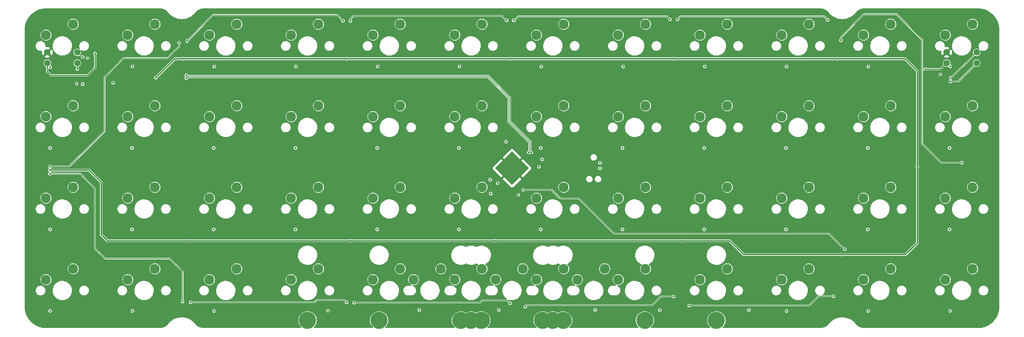
<source format=gbr>
%TF.GenerationSoftware,KiCad,Pcbnew,7.0.1*%
%TF.CreationDate,2023-07-16T15:06:48-04:00*%
%TF.ProjectId,PCB,5043422e-6b69-4636-9164-5f7063625858,rev?*%
%TF.SameCoordinates,Original*%
%TF.FileFunction,Copper,L1,Top*%
%TF.FilePolarity,Positive*%
%FSLAX46Y46*%
G04 Gerber Fmt 4.6, Leading zero omitted, Abs format (unit mm)*
G04 Created by KiCad (PCBNEW 7.0.1) date 2023-07-16 15:06:48*
%MOMM*%
%LPD*%
G01*
G04 APERTURE LIST*
G04 Aperture macros list*
%AMRotRect*
0 Rectangle, with rotation*
0 The origin of the aperture is its center*
0 $1 length*
0 $2 width*
0 $3 Rotation angle, in degrees counterclockwise*
0 Add horizontal line*
21,1,$1,$2,0,0,$3*%
G04 Aperture macros list end*
%TA.AperFunction,ComponentPad*%
%ADD10C,2.300000*%
%TD*%
%TA.AperFunction,ComponentPad*%
%ADD11C,4.000000*%
%TD*%
%TA.AperFunction,SMDPad,CuDef*%
%ADD12C,1.500000*%
%TD*%
%TA.AperFunction,ComponentPad*%
%ADD13C,0.500000*%
%TD*%
%TA.AperFunction,SMDPad,CuDef*%
%ADD14RotRect,5.600000X5.600000X45.000000*%
%TD*%
%TA.AperFunction,ViaPad*%
%ADD15C,0.500000*%
%TD*%
%TA.AperFunction,Conductor*%
%ADD16C,0.350000*%
%TD*%
%TA.AperFunction,Conductor*%
%ADD17C,0.210820*%
%TD*%
%TA.AperFunction,Conductor*%
%ADD18C,0.127000*%
%TD*%
%TA.AperFunction,Conductor*%
%ADD19C,0.254000*%
%TD*%
G04 APERTURE END LIST*
D10*
%TO.P,SW32,1,1*%
%TO.N,COL8*%
X176847500Y-72469375D03*
%TO.P,SW32,2,2*%
%TO.N,Net-(D32-A)*%
X183197500Y-69929375D03*
%TD*%
%TO.P,SW39,1,1*%
%TO.N,COL3*%
X81597500Y-91519375D03*
%TO.P,SW39,2,2*%
%TO.N,Net-(D39-A)*%
X87947500Y-88979375D03*
%TD*%
D11*
%TO.P,S2,*%
%TO.N,*%
X199707500Y-101044375D03*
X104457500Y-101044375D03*
%TD*%
D10*
%TO.P,SW16,1,1*%
%TO.N,COL4*%
X100647500Y-53419375D03*
%TO.P,SW16,2,2*%
%TO.N,Net-(D16-A)*%
X106997500Y-50879375D03*
%TD*%
%TO.P,SW44,1,1*%
%TO.N,COL8*%
X176847500Y-91519375D03*
%TO.P,SW44,2,2*%
%TO.N,Net-(D44-A)*%
X183197500Y-88979375D03*
%TD*%
%TO.P,SW11,1,1*%
%TO.N,COL11*%
X233997500Y-34369375D03*
%TO.P,SW11,2,2*%
%TO.N,Net-(D11-A)*%
X240347500Y-31829375D03*
%TD*%
D12*
%TO.P,SW53,A,A*%
%TO.N,ENC2A*%
X260357500Y-40909375D03*
%TO.P,SW53,B,B*%
%TO.N,ENC2B*%
X260357500Y-38409375D03*
%TO.P,SW53,C,C*%
%TO.N,GND*%
X253357500Y-38409375D03*
%TO.P,SW53,S,S*%
%TO.N,Net-(Q2-G)*%
X253357500Y-40909375D03*
%TD*%
D10*
%TO.P,SW8,1,1*%
%TO.N,COL8*%
X176847500Y-34369375D03*
%TO.P,SW8,2,2*%
%TO.N,Net-(D8-A)*%
X183197500Y-31829375D03*
%TD*%
%TO.P,SW51,1,1*%
%TO.N,COL7*%
X167322500Y-91519375D03*
%TO.P,SW51,2,2*%
%TO.N,unconnected-(SW51-Pad2)*%
X173672500Y-88979375D03*
%TD*%
%TO.P,SW22,1,1*%
%TO.N,COL10*%
X214947500Y-53419375D03*
%TO.P,SW22,2,2*%
%TO.N,Net-(D22-A)*%
X221297500Y-50879375D03*
%TD*%
%TO.P,SW28,1,1*%
%TO.N,COL4*%
X100647500Y-72469375D03*
%TO.P,SW28,2,2*%
%TO.N,Net-(D28-A)*%
X106997500Y-69929375D03*
%TD*%
%TO.P,SW47,1,1*%
%TO.N,COL11*%
X233997500Y-91519375D03*
%TO.P,SW47,2,2*%
%TO.N,Net-(D47-A)*%
X240347500Y-88979375D03*
%TD*%
%TO.P,SW46,1,1*%
%TO.N,COL10*%
X214947500Y-91519375D03*
%TO.P,SW46,2,2*%
%TO.N,Net-(D46-A)*%
X221297500Y-88979375D03*
%TD*%
D11*
%TO.P,S1,*%
%TO.N,*%
X163988750Y-101044375D03*
X140176250Y-101044375D03*
%TD*%
D10*
%TO.P,SW43,1,1*%
%TO.N,COL7*%
X157797500Y-91519375D03*
%TO.P,SW43,2,2*%
%TO.N,Net-(D43-A)*%
X164147500Y-88979375D03*
%TD*%
%TO.P,SW10,1,1*%
%TO.N,COL10*%
X214947500Y-34369375D03*
%TO.P,SW10,2,2*%
%TO.N,Net-(D10-A)*%
X221297500Y-31829375D03*
%TD*%
D11*
%TO.P,S3,*%
%TO.N,*%
X142557500Y-101044375D03*
X104457500Y-101044375D03*
%TD*%
D10*
%TO.P,SW34,1,1*%
%TO.N,COL10*%
X214947500Y-72469375D03*
%TO.P,SW34,2,2*%
%TO.N,Net-(D34-A)*%
X221297500Y-69929375D03*
%TD*%
%TO.P,SW29,1,1*%
%TO.N,COL5*%
X119697500Y-72469375D03*
%TO.P,SW29,2,2*%
%TO.N,Net-(D29-A)*%
X126047500Y-69929375D03*
%TD*%
%TO.P,SW19,1,1*%
%TO.N,COL7*%
X157797500Y-53419375D03*
%TO.P,SW19,2,2*%
%TO.N,Net-(D19-A)*%
X164147500Y-50879375D03*
%TD*%
%TO.P,SW4,1,1*%
%TO.N,COL4*%
X100647500Y-34369375D03*
%TO.P,SW4,2,2*%
%TO.N,Net-(D4-A)*%
X106997500Y-31829375D03*
%TD*%
%TO.P,SW49,1,1*%
%TO.N,COL5*%
X129151875Y-91519375D03*
%TO.P,SW49,2,2*%
%TO.N,unconnected-(SW49-Pad2)*%
X135501875Y-88979375D03*
%TD*%
%TO.P,SW45,1,1*%
%TO.N,COL9*%
X195897500Y-91519375D03*
%TO.P,SW45,2,2*%
%TO.N,Net-(D45-A)*%
X202247500Y-88979375D03*
%TD*%
%TO.P,SW9,1,1*%
%TO.N,COL9*%
X195897500Y-34369375D03*
%TO.P,SW9,2,2*%
%TO.N,Net-(D9-A)*%
X202247500Y-31829375D03*
%TD*%
D11*
%TO.P,S4,*%
%TO.N,*%
X199707500Y-101044375D03*
X161607500Y-101044375D03*
%TD*%
D10*
%TO.P,SW1,1,1*%
%TO.N,COL1*%
X43497500Y-34369375D03*
%TO.P,SW1,2,2*%
%TO.N,/Switch Matrix/SKY_MAT_1*%
X49847500Y-31829375D03*
%TD*%
%TO.P,SW36,1,1*%
%TO.N,COL12*%
X253047500Y-72469375D03*
%TO.P,SW36,2,2*%
%TO.N,Net-(D36-A)*%
X259397500Y-69929375D03*
%TD*%
%TO.P,SW33,1,1*%
%TO.N,COL9*%
X195897500Y-72469375D03*
%TO.P,SW33,2,2*%
%TO.N,Net-(D33-A)*%
X202247500Y-69929375D03*
%TD*%
%TO.P,SW3,1,1*%
%TO.N,COL3*%
X81597500Y-34369375D03*
%TO.P,SW3,2,2*%
%TO.N,Net-(D3-A)*%
X87947500Y-31829375D03*
%TD*%
%TO.P,SW27,1,1*%
%TO.N,COL3*%
X81597500Y-72469375D03*
%TO.P,SW27,2,2*%
%TO.N,Net-(D27-A)*%
X87947500Y-69929375D03*
%TD*%
%TO.P,SW12,1,1*%
%TO.N,COL12*%
X253047500Y-34369375D03*
%TO.P,SW12,2,2*%
%TO.N,/Switch Matrix/SKY_MAT_2*%
X259397500Y-31829375D03*
%TD*%
%TO.P,SW48,1,1*%
%TO.N,COL12*%
X253047500Y-91519375D03*
%TO.P,SW48,2,2*%
%TO.N,Net-(D48-A)*%
X259397500Y-88979375D03*
%TD*%
%TO.P,SW35,1,1*%
%TO.N,COL11*%
X233997500Y-72469375D03*
%TO.P,SW35,2,2*%
%TO.N,Net-(D35-A)*%
X240347500Y-69929375D03*
%TD*%
%TO.P,SW13,1,1*%
%TO.N,COL1*%
X43497500Y-53419375D03*
%TO.P,SW13,2,2*%
%TO.N,Net-(D13-A)*%
X49847500Y-50879375D03*
%TD*%
%TO.P,SW38,1,1*%
%TO.N,COL2*%
X62547500Y-91519375D03*
%TO.P,SW38,2,2*%
%TO.N,Net-(D38-A)*%
X68897500Y-88979375D03*
%TD*%
%TO.P,SW31,1,1*%
%TO.N,COL7*%
X157797500Y-72469375D03*
%TO.P,SW31,2,2*%
%TO.N,Net-(D31-A)*%
X164147500Y-69929375D03*
%TD*%
%TO.P,SW50,1,1*%
%TO.N,COL6*%
X148272500Y-91519375D03*
%TO.P,SW50,2,2*%
%TO.N,unconnected-(SW50-Pad2)*%
X154622500Y-88979375D03*
%TD*%
%TO.P,SW23,1,1*%
%TO.N,COL11*%
X233997500Y-53419375D03*
%TO.P,SW23,2,2*%
%TO.N,Net-(D23-A)*%
X240347500Y-50879375D03*
%TD*%
%TO.P,SW17,1,1*%
%TO.N,COL5*%
X119697500Y-53419375D03*
%TO.P,SW17,2,2*%
%TO.N,Net-(D17-A)*%
X126047500Y-50879375D03*
%TD*%
%TO.P,SW25,1,1*%
%TO.N,COL1*%
X43497500Y-72469375D03*
%TO.P,SW25,2,2*%
%TO.N,Net-(D25-A)*%
X49847500Y-69929375D03*
%TD*%
D11*
%TO.P,S6,*%
%TO.N,*%
X183038750Y-101044375D03*
X159226250Y-101044375D03*
%TD*%
D10*
%TO.P,SW5,1,1*%
%TO.N,COL5*%
X119697500Y-34369375D03*
%TO.P,SW5,2,2*%
%TO.N,Net-(D5-A)*%
X126047500Y-31829375D03*
%TD*%
D12*
%TO.P,SW52,A,A*%
%TO.N,ENC1A*%
X50807500Y-40909375D03*
%TO.P,SW52,B,B*%
%TO.N,ENC1B*%
X50807500Y-38409375D03*
%TO.P,SW52,C,C*%
%TO.N,GND*%
X43807500Y-38409375D03*
%TO.P,SW52,S,S*%
%TO.N,Net-(Q3-G)*%
X43807500Y-40909375D03*
%TD*%
D10*
%TO.P,SW7,1,1*%
%TO.N,COL7*%
X157797500Y-34369375D03*
%TO.P,SW7,2,2*%
%TO.N,Net-(D7-A)*%
X164147500Y-31829375D03*
%TD*%
%TO.P,SW30,1,1*%
%TO.N,COL6*%
X138747500Y-72469375D03*
%TO.P,SW30,2,2*%
%TO.N,Net-(D30-A)*%
X145097500Y-69929375D03*
%TD*%
%TO.P,SW2,1,1*%
%TO.N,COL2*%
X62547500Y-34369375D03*
%TO.P,SW2,2,2*%
%TO.N,Net-(D2-A)*%
X68897500Y-31829375D03*
%TD*%
%TO.P,SW42,1,1*%
%TO.N,COL6*%
X138747500Y-91519375D03*
%TO.P,SW42,2,2*%
%TO.N,Net-(D42-A)*%
X145097500Y-88979375D03*
%TD*%
%TO.P,SW15,1,1*%
%TO.N,COL3*%
X81597500Y-53419375D03*
%TO.P,SW15,2,2*%
%TO.N,Net-(D15-A)*%
X87947500Y-50879375D03*
%TD*%
%TO.P,SW24,1,1*%
%TO.N,COL12*%
X253047500Y-53419375D03*
%TO.P,SW24,2,2*%
%TO.N,Net-(D24-A)*%
X259397500Y-50879375D03*
%TD*%
%TO.P,SW18,1,1*%
%TO.N,COL6*%
X138747500Y-53419375D03*
%TO.P,SW18,2,2*%
%TO.N,Net-(D18-A)*%
X145097500Y-50879375D03*
%TD*%
%TO.P,SW21,1,1*%
%TO.N,COL9*%
X195897500Y-53419375D03*
%TO.P,SW21,2,2*%
%TO.N,Net-(D21-A)*%
X202247500Y-50879375D03*
%TD*%
%TO.P,SW40,1,1*%
%TO.N,COL4*%
X100647500Y-91519375D03*
%TO.P,SW40,2,2*%
%TO.N,Net-(D40-A)*%
X106997500Y-88979375D03*
%TD*%
%TO.P,SW26,1,1*%
%TO.N,COL2*%
X62547500Y-72469375D03*
%TO.P,SW26,2,2*%
%TO.N,Net-(D26-A)*%
X68897500Y-69929375D03*
%TD*%
%TO.P,SW41,1,1*%
%TO.N,COL5*%
X119697500Y-91519375D03*
%TO.P,SW41,2,2*%
%TO.N,Net-(D41-A)*%
X126047500Y-88979375D03*
%TD*%
%TO.P,SW37,1,1*%
%TO.N,COL1*%
X43497500Y-91519375D03*
%TO.P,SW37,2,2*%
%TO.N,Net-(D37-A)*%
X49847500Y-88979375D03*
%TD*%
%TO.P,SW20,1,1*%
%TO.N,COL8*%
X176847500Y-53419375D03*
%TO.P,SW20,2,2*%
%TO.N,Net-(D20-A)*%
X183197500Y-50879375D03*
%TD*%
%TO.P,SW6,1,1*%
%TO.N,COL6*%
X138747500Y-34369375D03*
%TO.P,SW6,2,2*%
%TO.N,Net-(D6-A)*%
X145097500Y-31829375D03*
%TD*%
%TO.P,SW14,1,1*%
%TO.N,COL2*%
X62547500Y-53419375D03*
%TO.P,SW14,2,2*%
%TO.N,Net-(D14-A)*%
X68897500Y-50879375D03*
%TD*%
D11*
%TO.P,S5,*%
%TO.N,*%
X144938750Y-101044375D03*
X121126250Y-101044375D03*
%TD*%
D13*
%TO.P,U2,49,VSS*%
%TO.N,GND*%
X148476255Y-65484375D03*
X149377817Y-66385936D03*
X150279378Y-67287497D03*
X151180939Y-68189058D03*
X152082500Y-69090620D03*
X149377817Y-64582814D03*
X150279378Y-65484375D03*
X151180939Y-66385936D03*
X152082500Y-67287497D03*
X152984061Y-68189058D03*
X150279378Y-63681253D03*
X151180939Y-64582814D03*
X152082500Y-65484375D03*
D14*
X152082500Y-65484375D03*
D13*
X152984061Y-66385936D03*
X153885622Y-67287497D03*
X151180939Y-62779692D03*
X152082500Y-63681253D03*
X152984061Y-64582814D03*
X153885622Y-65484375D03*
X154787183Y-66385936D03*
X152082500Y-61878130D03*
X152984061Y-62779692D03*
X153885622Y-63681253D03*
X154787183Y-64582814D03*
X155688745Y-65484375D03*
%TD*%
D15*
%TO.N,/~{RST}*%
X147112500Y-71394375D03*
X172572500Y-65484375D03*
X148752500Y-68944375D03*
%TO.N,GND*%
X74993500Y-42243375D03*
X258132500Y-66754375D03*
X155212500Y-76734375D03*
X59067700Y-47399575D03*
X154232500Y-71034375D03*
X60261500Y-48720375D03*
X172572500Y-66754375D03*
X158412500Y-62724375D03*
X188892500Y-97234375D03*
X63817500Y-44148375D03*
X77162500Y-31064375D03*
X68160900Y-46510575D03*
X229552500Y-35454375D03*
X80311379Y-48817389D03*
X112702500Y-97074375D03*
X147682500Y-68864375D03*
X149992500Y-59954375D03*
X41412500Y-64204375D03*
X115252500Y-30864375D03*
X227002500Y-97244375D03*
X74592500Y-97044375D03*
X153362500Y-30934375D03*
X150802500Y-97054375D03*
%TO.N,/VFused_*%
X189742500Y-39894375D03*
X76312500Y-82454375D03*
X148072500Y-82454375D03*
X44402500Y-65904375D03*
X246562500Y-65064375D03*
X69092500Y-44314375D03*
X227882500Y-39894375D03*
X191772500Y-82454375D03*
X228712500Y-85644375D03*
X114412500Y-82454375D03*
X75452500Y-39894375D03*
X113562500Y-39894375D03*
X151662500Y-39894375D03*
%TO.N,+3.3V*%
X172572500Y-64214375D03*
X147002500Y-68164375D03*
X53242500Y-39674375D03*
X59143900Y-45519975D03*
X153562500Y-71714375D03*
X251853700Y-43589575D03*
X159092500Y-63414375D03*
X158362500Y-65154375D03*
X150672500Y-59274375D03*
%TO.N,/DN*%
X155979000Y-61794375D03*
X76212500Y-44407875D03*
%TO.N,/DP*%
X76212500Y-43780875D03*
X156606000Y-61794375D03*
%TO.N,/RGB_CTRL*%
X154662500Y-70534375D03*
X229622500Y-84414375D03*
%TO.N,Net-(LED1-DOUT)*%
X226992500Y-95364375D03*
X193392500Y-97564375D03*
%TO.N,Net-(LED2-DOUT)*%
X189752500Y-95444375D03*
X155142500Y-97814375D03*
%TO.N,Net-(LED3-DOUT)*%
X115322500Y-96884375D03*
X151652500Y-97034375D03*
%TO.N,Net-(LED4-DOUT)*%
X77212500Y-96804375D03*
X113552500Y-96794375D03*
%TO.N,Net-(LED5-DOUT)*%
X44432500Y-66794375D03*
X75312500Y-96634375D03*
%TO.N,Net-(Q2-G)*%
X248424700Y-42319575D03*
%TO.N,Net-(Q3-G)*%
X54962500Y-38674375D03*
%TO.N,Net-(LED6-DOUT)*%
X44422500Y-65054375D03*
X74522500Y-36124375D03*
%TO.N,Net-(LED7-DOUT)*%
X76342500Y-35744375D03*
X112702500Y-31014375D03*
%TO.N,Net-(LED8-DOUT)*%
X150822500Y-30924375D03*
X114412500Y-31074375D03*
%TO.N,ROW1*%
X101765100Y-41684575D03*
X216065100Y-41684575D03*
X197015100Y-41684575D03*
X63665100Y-41684575D03*
X44472500Y-41874375D03*
X120815100Y-41684575D03*
X254165100Y-41684575D03*
X139865100Y-41684575D03*
X82715100Y-41684575D03*
X235115100Y-41684575D03*
X158915100Y-41684575D03*
X177965100Y-41684575D03*
%TO.N,ROW2*%
X158772500Y-60724375D03*
X234972500Y-60724375D03*
X139722500Y-60724375D03*
X254022500Y-60724375D03*
X63522500Y-60724375D03*
X82572500Y-60724375D03*
X101622500Y-60724375D03*
X215922500Y-60724375D03*
X120672500Y-60724375D03*
X196872500Y-60724375D03*
X177822500Y-60724375D03*
X44472500Y-60724375D03*
%TO.N,ROW3*%
X120672500Y-79774375D03*
X234972500Y-79774375D03*
X158772500Y-79774375D03*
X82572500Y-79774375D03*
X215922500Y-79774375D03*
X63522500Y-79774375D03*
X101622500Y-79774375D03*
X44472500Y-79774375D03*
X254022500Y-79774375D03*
X196872500Y-79774375D03*
X177822500Y-79774375D03*
X139722500Y-79774375D03*
%TO.N,ROW4*%
X186522500Y-98594375D03*
X216042500Y-98824375D03*
X63632500Y-98824375D03*
X254142500Y-98814375D03*
X171472500Y-98594375D03*
X109222500Y-98790375D03*
X148982500Y-98594375D03*
X235112500Y-98824375D03*
X82702500Y-98824375D03*
X207282500Y-98584375D03*
X130482500Y-98584375D03*
X44462500Y-98814375D03*
%TO.N,ENC1A*%
X50812500Y-42304375D03*
X50602500Y-45714375D03*
%TO.N,ENC1B*%
X52072500Y-39524375D03*
X52072500Y-45824375D03*
%TO.N,ENC2A*%
X254232500Y-45224375D03*
%TO.N,ENC2B*%
X254232500Y-44344375D03*
%TO.N,Net-(LED10-DIN)*%
X188862500Y-30674375D03*
X152502500Y-30924375D03*
%TO.N,Net-(LED10-DOUT)*%
X225652500Y-30824375D03*
X190642500Y-30684375D03*
%TO.N,Net-(LED11-DOUT)*%
X256882500Y-64174375D03*
X228712500Y-35574375D03*
%TD*%
D16*
%TO.N,/VFused_*%
X243812500Y-85644375D02*
X228712500Y-85644375D01*
X75452500Y-39894375D02*
X113562500Y-39894375D01*
X206032500Y-85644375D02*
X202842500Y-82454375D01*
X189742500Y-39894375D02*
X227882500Y-39894375D01*
X73512500Y-39894375D02*
X75452500Y-39894375D01*
X76312500Y-82454375D02*
X57882500Y-82454375D01*
X69092500Y-44314375D02*
X73512500Y-39894375D01*
X151662500Y-39894375D02*
X189742500Y-39894375D01*
X246562500Y-42734375D02*
X246562500Y-65064375D01*
X53512500Y-65904375D02*
X44402500Y-65904375D01*
X56382500Y-80954375D02*
X56382500Y-68774375D01*
X202842500Y-82454375D02*
X191772500Y-82454375D01*
X191772500Y-82454375D02*
X148072500Y-82454375D01*
X56382500Y-68774375D02*
X53512500Y-65904375D01*
X243722500Y-39894375D02*
X246562500Y-42734375D01*
X114412500Y-82454375D02*
X76312500Y-82454375D01*
X148072500Y-82454375D02*
X114412500Y-82454375D01*
X227882500Y-39894375D02*
X243722500Y-39894375D01*
X246562500Y-82894375D02*
X243812500Y-85644375D01*
X246562500Y-65064375D02*
X246562500Y-82894375D01*
X228712500Y-85644375D02*
X206032500Y-85644375D01*
X113562500Y-39894375D02*
X151662500Y-39894375D01*
X57882500Y-82454375D02*
X56382500Y-80954375D01*
D17*
%TO.N,/DN*%
X151283590Y-54674341D02*
X151283590Y-49024341D01*
X155979000Y-61794375D02*
X156123590Y-61649785D01*
X151283590Y-49024341D02*
X146522534Y-44263285D01*
X76357090Y-44263285D02*
X76212500Y-44407875D01*
X156123590Y-61649785D02*
X156123590Y-59514341D01*
X156123590Y-59514341D02*
X151283590Y-54674341D01*
X146522534Y-44263285D02*
X76357090Y-44263285D01*
%TO.N,/DP*%
X146662466Y-43925465D02*
X76357090Y-43925465D01*
X156461410Y-61649785D02*
X156461410Y-59374409D01*
X151621410Y-54534409D02*
X151621410Y-48884409D01*
X156461410Y-59374409D02*
X151621410Y-54534409D01*
X76357090Y-43925465D02*
X76212500Y-43780875D01*
X151621410Y-48884409D02*
X146662466Y-43925465D01*
X156606000Y-61794375D02*
X156461410Y-61649785D01*
D18*
%TO.N,/RGB_CTRL*%
X154662500Y-70534375D02*
X161332500Y-70534375D01*
X175922500Y-80794375D02*
X226002500Y-80794375D01*
X167712500Y-72584375D02*
X175922500Y-80794375D01*
X163382500Y-72584375D02*
X167712500Y-72584375D01*
X226002500Y-80794375D02*
X229622500Y-84414375D01*
X161332500Y-70534375D02*
X163382500Y-72584375D01*
%TO.N,Net-(LED1-DOUT)*%
X221282500Y-97564375D02*
X193392500Y-97564375D01*
X226992500Y-95364375D02*
X223482500Y-95364375D01*
X223482500Y-95364375D02*
X221282500Y-97564375D01*
%TO.N,Net-(LED2-DOUT)*%
X184702500Y-97454375D02*
X155502500Y-97454375D01*
X189752500Y-95444375D02*
X186712500Y-95444375D01*
X155502500Y-97454375D02*
X155142500Y-97814375D01*
X186712500Y-95444375D02*
X184702500Y-97454375D01*
%TO.N,Net-(LED3-DOUT)*%
X145052500Y-96384375D02*
X144652500Y-96784375D01*
X144652500Y-96784375D02*
X144552500Y-96884375D01*
X145962500Y-96384375D02*
X145052500Y-96384375D01*
X144552500Y-96884375D02*
X115322500Y-96884375D01*
X151002500Y-96384375D02*
X145962500Y-96384375D01*
X151652500Y-97034375D02*
X151002500Y-96384375D01*
%TO.N,Net-(LED4-DOUT)*%
X112612500Y-96274375D02*
X106502500Y-96274375D01*
X106502500Y-96274375D02*
X106042500Y-96734375D01*
X106042500Y-96734375D02*
X105972500Y-96804375D01*
X113552500Y-96794375D02*
X113032500Y-96274375D01*
X105972500Y-96804375D02*
X77212500Y-96804375D01*
X113032500Y-96274375D02*
X112612500Y-96274375D01*
%TO.N,Net-(LED5-DOUT)*%
X52752500Y-68014375D02*
X51532500Y-66794375D01*
X54892500Y-78224375D02*
X54892500Y-70154375D01*
X51532500Y-66794375D02*
X44432500Y-66794375D01*
X54892500Y-70154375D02*
X52752500Y-68014375D01*
X54892500Y-84214375D02*
X54892500Y-78224375D01*
X75312500Y-89584375D02*
X72312500Y-86584375D01*
X72312500Y-86584375D02*
X57262500Y-86584375D01*
X56862500Y-86184375D02*
X54892500Y-84214375D01*
X57262500Y-86584375D02*
X56862500Y-86184375D01*
X75312500Y-96634375D02*
X75312500Y-89584375D01*
D19*
%TO.N,Net-(Q2-G)*%
X248424700Y-42319575D02*
X251947300Y-42319575D01*
X251947300Y-42319575D02*
X253357500Y-40909375D01*
%TO.N,Net-(Q3-G)*%
X53172500Y-43824375D02*
X54392500Y-42604375D01*
X44382500Y-43494375D02*
X44712500Y-43824375D01*
X43807500Y-42919375D02*
X44382500Y-43494375D01*
X52192500Y-43824375D02*
X53172500Y-43824375D01*
X54392500Y-42604375D02*
X54962500Y-42034375D01*
X44712500Y-43824375D02*
X52192500Y-43824375D01*
X43807500Y-40909375D02*
X43807500Y-42919375D01*
X54962500Y-42034375D02*
X54962500Y-38674375D01*
D18*
%TO.N,Net-(LED6-DOUT)*%
X57122500Y-56854375D02*
X57122500Y-46434375D01*
X57122500Y-46434375D02*
X57122500Y-44204375D01*
X73812500Y-37764375D02*
X74522500Y-37054375D01*
X57122500Y-44204375D02*
X59962500Y-41364375D01*
X53652500Y-60324375D02*
X57122500Y-56854375D01*
X44422500Y-65054375D02*
X48922500Y-65054375D01*
X68442500Y-39774375D02*
X71802500Y-39774375D01*
X59962500Y-41364375D02*
X61552500Y-39774375D01*
X71802500Y-39774375D02*
X73812500Y-37764375D01*
X48922500Y-65054375D02*
X53652500Y-60324375D01*
X74522500Y-37054375D02*
X74522500Y-36124375D01*
X61552500Y-39774375D02*
X68442500Y-39774375D01*
%TO.N,Net-(LED7-DOUT)*%
X111382500Y-29694375D02*
X112702500Y-31014375D01*
X76342500Y-35744375D02*
X82392500Y-29694375D01*
X85532500Y-29694375D02*
X111382500Y-29694375D01*
X82392500Y-29694375D02*
X85532500Y-29694375D01*
%TO.N,Net-(LED8-DOUT)*%
X114412500Y-31074375D02*
X114412500Y-30524375D01*
X149802500Y-29904375D02*
X150822500Y-30924375D01*
X114412500Y-30524375D02*
X115032500Y-29904375D01*
X115032500Y-29904375D02*
X149802500Y-29904375D01*
%TO.N,ENC1A*%
X50812500Y-42304375D02*
X50807500Y-42299375D01*
X50807500Y-42299375D02*
X50807500Y-40909375D01*
%TO.N,ENC1B*%
X51922500Y-39524375D02*
X50807500Y-38409375D01*
X52072500Y-39524375D02*
X51922500Y-39524375D01*
%TO.N,ENC2A*%
X256042500Y-45224375D02*
X254232500Y-45224375D01*
X260357500Y-40909375D02*
X256042500Y-45224375D01*
%TO.N,ENC2B*%
X254422500Y-44344375D02*
X260357500Y-38409375D01*
X254232500Y-44344375D02*
X254422500Y-44344375D01*
%TO.N,Net-(LED10-DIN)*%
X152622500Y-30924375D02*
X153502500Y-30044375D01*
X188232500Y-30044375D02*
X188862500Y-30674375D01*
X153502500Y-30044375D02*
X188232500Y-30044375D01*
X152502500Y-30924375D02*
X152622500Y-30924375D01*
%TO.N,Net-(LED10-DOUT)*%
X190642500Y-30684375D02*
X191292500Y-30034375D01*
X191292500Y-30034375D02*
X195522500Y-30034375D01*
X195522500Y-30034375D02*
X224862500Y-30034375D01*
X224862500Y-30034375D02*
X225652500Y-30824375D01*
%TO.N,Net-(LED11-DOUT)*%
X237912500Y-29534375D02*
X241732500Y-29534375D01*
X247622500Y-59784375D02*
X251862500Y-64024375D01*
X247622500Y-45034375D02*
X247622500Y-59784375D01*
X247392500Y-35194375D02*
X247622500Y-35424375D01*
X237912500Y-29534375D02*
X234002500Y-29534375D01*
X241732500Y-29534375D02*
X247392500Y-35194375D01*
X252012500Y-64174375D02*
X256882500Y-64174375D01*
X234002500Y-29534375D02*
X228712500Y-34824375D01*
X228712500Y-34824375D02*
X228712500Y-35574375D01*
X247622500Y-35424375D02*
X247622500Y-45034375D01*
X251862500Y-64024375D02*
X252012500Y-64174375D01*
%TD*%
%TA.AperFunction,Conductor*%
%TO.N,GND*%
G36*
X70012529Y-28135074D02*
G01*
X70012547Y-28135075D01*
X70070254Y-28138351D01*
X70070732Y-28138380D01*
X70302437Y-28153422D01*
X70315386Y-28154951D01*
X70430574Y-28174750D01*
X70433451Y-28175280D01*
X70603200Y-28208726D01*
X70613895Y-28211333D01*
X70736450Y-28247068D01*
X70741173Y-28248551D01*
X70895410Y-28300392D01*
X70903835Y-28303570D01*
X71024618Y-28354240D01*
X71030953Y-28357112D01*
X71175134Y-28427466D01*
X71181336Y-28430713D01*
X71295550Y-28494707D01*
X71303261Y-28499405D01*
X71439044Y-28589081D01*
X71443110Y-28591885D01*
X71546678Y-28666484D01*
X71555349Y-28673337D01*
X71623617Y-28732418D01*
X71686127Y-28786517D01*
X71688345Y-28788484D01*
X71739519Y-28834996D01*
X71774837Y-28867097D01*
X71784025Y-28876377D01*
X71841243Y-28940608D01*
X71937800Y-29048999D01*
X71938387Y-29049664D01*
X71976981Y-29093705D01*
X71981447Y-29099100D01*
X72096955Y-29246994D01*
X72096959Y-29246999D01*
X72360112Y-29524734D01*
X72623330Y-29754100D01*
X72648583Y-29776105D01*
X72801250Y-29885375D01*
X72959722Y-29998799D01*
X73290682Y-30190781D01*
X73638465Y-30350311D01*
X73908203Y-30444060D01*
X73999874Y-30475921D01*
X74371624Y-30566471D01*
X74371628Y-30566471D01*
X74371630Y-30566472D01*
X74437189Y-30575935D01*
X74750318Y-30621134D01*
X75132500Y-30639411D01*
X75514682Y-30621134D01*
X75893376Y-30566471D01*
X76265126Y-30475921D01*
X76448453Y-30412204D01*
X76626534Y-30350311D01*
X76974317Y-30190781D01*
X77205321Y-30056780D01*
X77305281Y-29998797D01*
X77616417Y-29776105D01*
X77904882Y-29524739D01*
X77922111Y-29506556D01*
X78168040Y-29246999D01*
X78168045Y-29246994D01*
X78283651Y-29098975D01*
X78288076Y-29093626D01*
X78326312Y-29049998D01*
X78326608Y-29049664D01*
X78480986Y-28876365D01*
X78490145Y-28867115D01*
X78576722Y-28788429D01*
X78578846Y-28786545D01*
X78709670Y-28673331D01*
X78718277Y-28666528D01*
X78821915Y-28591882D01*
X78825930Y-28589112D01*
X78961761Y-28499409D01*
X78969435Y-28494733D01*
X79083689Y-28430721D01*
X79089871Y-28427484D01*
X79234046Y-28357136D01*
X79240396Y-28354258D01*
X79361178Y-28303590D01*
X79369563Y-28300426D01*
X79523843Y-28248572D01*
X79528561Y-28247093D01*
X79651108Y-28211362D01*
X79661820Y-28208750D01*
X79831552Y-28175309D01*
X79834344Y-28174794D01*
X79949645Y-28154977D01*
X79962595Y-28153447D01*
X80191096Y-28138592D01*
X80191751Y-28138552D01*
X80253021Y-28135073D01*
X80260040Y-28134875D01*
X223905505Y-28134875D01*
X223912541Y-28135075D01*
X223919134Y-28135449D01*
X223970289Y-28138357D01*
X223970776Y-28138387D01*
X224202438Y-28153441D01*
X224215345Y-28154966D01*
X224330667Y-28174793D01*
X224333419Y-28175300D01*
X224503195Y-28208759D01*
X224513883Y-28211365D01*
X224636402Y-28247092D01*
X224641181Y-28248592D01*
X224649535Y-28251400D01*
X224795394Y-28300427D01*
X224803820Y-28303605D01*
X224924588Y-28354268D01*
X224930960Y-28357157D01*
X225075123Y-28427499D01*
X225081326Y-28430747D01*
X225154892Y-28471964D01*
X225195532Y-28494733D01*
X225203254Y-28499437D01*
X225204582Y-28500314D01*
X225339065Y-28589123D01*
X225343116Y-28591918D01*
X225446669Y-28666498D01*
X225455338Y-28673348D01*
X225586174Y-28786563D01*
X225588287Y-28788437D01*
X225674843Y-28867096D01*
X225684022Y-28876368D01*
X225730838Y-28928923D01*
X225840016Y-29051486D01*
X225840674Y-29052230D01*
X225876593Y-29093209D01*
X225881070Y-29098618D01*
X225896168Y-29117949D01*
X225996575Y-29246508D01*
X225996959Y-29246999D01*
X226260112Y-29524734D01*
X226523330Y-29754100D01*
X226548583Y-29776105D01*
X226701250Y-29885375D01*
X226859722Y-29998799D01*
X227190682Y-30190781D01*
X227538465Y-30350311D01*
X227808203Y-30444060D01*
X227899874Y-30475921D01*
X228271624Y-30566471D01*
X228271628Y-30566471D01*
X228271630Y-30566472D01*
X228337189Y-30575935D01*
X228650318Y-30621134D01*
X229032500Y-30639411D01*
X229414682Y-30621134D01*
X229793376Y-30566471D01*
X230165126Y-30475921D01*
X230348453Y-30412204D01*
X230526534Y-30350311D01*
X230874317Y-30190781D01*
X231105321Y-30056780D01*
X231205281Y-29998797D01*
X231516417Y-29776105D01*
X231804882Y-29524739D01*
X231822111Y-29506556D01*
X232068040Y-29246999D01*
X232068045Y-29246994D01*
X232183648Y-29098978D01*
X232188091Y-29093609D01*
X232226242Y-29050074D01*
X232226625Y-29049641D01*
X232380991Y-28876344D01*
X232390127Y-28867117D01*
X232476720Y-28788414D01*
X232478818Y-28786552D01*
X232609648Y-28673327D01*
X232618295Y-28666494D01*
X232721900Y-28591870D01*
X232725959Y-28589071D01*
X232861737Y-28499400D01*
X232869421Y-28494719D01*
X232983672Y-28430706D01*
X232989862Y-28427464D01*
X233134044Y-28357113D01*
X233140370Y-28354246D01*
X233261170Y-28303571D01*
X233269584Y-28300398D01*
X233423827Y-28248558D01*
X233428515Y-28247087D01*
X233551116Y-28211342D01*
X233561799Y-28208738D01*
X233731592Y-28175289D01*
X233734282Y-28174793D01*
X233849658Y-28154966D01*
X233862603Y-28153437D01*
X234091110Y-28138589D01*
X234091226Y-28138582D01*
X234140549Y-28135783D01*
X234153056Y-28135074D01*
X234160077Y-28134875D01*
X260629943Y-28134875D01*
X260635064Y-28134981D01*
X260849931Y-28143863D01*
X261045959Y-28152418D01*
X261055824Y-28153247D01*
X261269305Y-28179853D01*
X261467462Y-28205939D01*
X261476702Y-28207513D01*
X261686008Y-28251397D01*
X261687337Y-28251683D01*
X261882916Y-28295039D01*
X261891387Y-28297236D01*
X262096158Y-28358196D01*
X262097866Y-28358720D01*
X262289211Y-28419047D01*
X262296962Y-28421778D01*
X262495865Y-28499387D01*
X262498070Y-28500274D01*
X262683507Y-28577082D01*
X262690501Y-28580236D01*
X262714364Y-28591902D01*
X262882121Y-28673912D01*
X262884916Y-28675323D01*
X263062956Y-28768002D01*
X263069164Y-28771463D01*
X263252365Y-28880626D01*
X263255440Y-28882521D01*
X263424817Y-28990424D01*
X263430209Y-28994062D01*
X263603756Y-29117970D01*
X263607114Y-29120457D01*
X263766449Y-29242717D01*
X263771101Y-29246468D01*
X263921698Y-29374016D01*
X263933750Y-29384223D01*
X263937378Y-29387419D01*
X264085465Y-29523115D01*
X264089336Y-29526821D01*
X264212210Y-29649695D01*
X264240056Y-29677541D01*
X264243794Y-29681446D01*
X264358988Y-29807158D01*
X264379455Y-29829493D01*
X264382646Y-29833114D01*
X264479239Y-29947162D01*
X264520397Y-29995756D01*
X264524151Y-30000411D01*
X264646408Y-30159740D01*
X264648950Y-30163173D01*
X264772804Y-30336643D01*
X264776466Y-30342071D01*
X264884353Y-30511419D01*
X264886284Y-30514553D01*
X264911475Y-30556827D01*
X264995419Y-30697706D01*
X264998885Y-30703922D01*
X265091560Y-30881950D01*
X265092972Y-30884747D01*
X265186646Y-31076363D01*
X265189806Y-31083371D01*
X265266583Y-31268731D01*
X265267540Y-31271109D01*
X265345102Y-31469887D01*
X265347845Y-31477674D01*
X265408140Y-31668910D01*
X265408724Y-31670816D01*
X265469648Y-31875459D01*
X265471864Y-31884003D01*
X265515198Y-32079485D01*
X265515498Y-32080876D01*
X265559380Y-32290165D01*
X265560958Y-32299428D01*
X265586999Y-32497252D01*
X265587108Y-32498099D01*
X265613643Y-32710996D01*
X265614477Y-32720933D01*
X265623253Y-32922286D01*
X265623182Y-32922289D01*
X265623266Y-32922562D01*
X265631894Y-33131230D01*
X265632000Y-33136353D01*
X265632000Y-97831810D01*
X265631894Y-97836936D01*
X265623019Y-98051423D01*
X265623007Y-98051708D01*
X265614442Y-98247799D01*
X265613608Y-98257727D01*
X265587066Y-98470647D01*
X265586957Y-98471494D01*
X265560912Y-98669310D01*
X265559334Y-98678573D01*
X265515434Y-98887926D01*
X265515133Y-98889317D01*
X265471811Y-99084719D01*
X265469596Y-99093261D01*
X265408656Y-99297951D01*
X265408072Y-99299858D01*
X265347788Y-99491048D01*
X265345044Y-99498835D01*
X265267489Y-99697587D01*
X265266533Y-99699965D01*
X265189732Y-99885374D01*
X265186571Y-99892381D01*
X265092931Y-100083924D01*
X265091520Y-100086720D01*
X264998811Y-100264811D01*
X264995344Y-100271028D01*
X264886232Y-100454140D01*
X264884290Y-100457291D01*
X264776398Y-100626647D01*
X264772735Y-100632076D01*
X264648890Y-100805531D01*
X264646349Y-100808963D01*
X264524106Y-100968273D01*
X264520352Y-100972928D01*
X264382586Y-101135588D01*
X264379386Y-101139220D01*
X264243737Y-101287255D01*
X264239997Y-101291163D01*
X264089295Y-101441866D01*
X264085387Y-101445607D01*
X263937305Y-101581301D01*
X263933672Y-101584501D01*
X263771062Y-101722225D01*
X263766408Y-101725978D01*
X263607105Y-101848218D01*
X263603672Y-101850760D01*
X263430184Y-101974629D01*
X263424756Y-101978292D01*
X263255420Y-102086173D01*
X263252268Y-102088115D01*
X263069145Y-102197234D01*
X263062929Y-102200701D01*
X262884850Y-102293406D01*
X262882053Y-102294817D01*
X262690497Y-102388465D01*
X262683490Y-102391626D01*
X262498083Y-102468426D01*
X262495705Y-102469382D01*
X262296954Y-102546937D01*
X262289167Y-102549680D01*
X262097941Y-102609976D01*
X262096036Y-102610560D01*
X261891405Y-102671485D01*
X261882861Y-102673701D01*
X261687324Y-102717053D01*
X261685933Y-102717353D01*
X261476717Y-102761225D01*
X261467455Y-102762804D01*
X261269451Y-102788875D01*
X261268604Y-102788983D01*
X261055873Y-102815504D01*
X261045937Y-102816339D01*
X260844727Y-102825116D01*
X260844450Y-102825128D01*
X260635642Y-102833769D01*
X260630515Y-102833875D01*
X234159498Y-102833875D01*
X234152457Y-102833675D01*
X234095012Y-102830408D01*
X234094012Y-102830347D01*
X233862585Y-102815308D01*
X233849615Y-102813776D01*
X233734454Y-102793976D01*
X233731490Y-102793429D01*
X233561834Y-102759995D01*
X233551107Y-102757380D01*
X233428793Y-102721712D01*
X233428608Y-102721658D01*
X233423814Y-102720153D01*
X233269604Y-102668317D01*
X233261143Y-102665126D01*
X233210623Y-102643932D01*
X233140443Y-102614490D01*
X233134042Y-102611588D01*
X232989892Y-102541251D01*
X232983671Y-102537994D01*
X232869468Y-102474009D01*
X232861753Y-102469309D01*
X232726008Y-102379664D01*
X232721872Y-102376810D01*
X232618320Y-102302229D01*
X232609654Y-102295382D01*
X232478899Y-102182233D01*
X232476657Y-102180245D01*
X232390169Y-102101645D01*
X232380979Y-102092363D01*
X232236452Y-101930134D01*
X232226126Y-101918542D01*
X232225627Y-101917978D01*
X232188201Y-101875278D01*
X232183727Y-101869872D01*
X232113278Y-101779671D01*
X232068045Y-101721756D01*
X232068043Y-101721754D01*
X232068040Y-101721750D01*
X231804887Y-101444015D01*
X231516416Y-101192644D01*
X231205277Y-100969950D01*
X230874317Y-100777968D01*
X230526534Y-100618438D01*
X230165136Y-100492832D01*
X230165131Y-100492830D01*
X230165126Y-100492829D01*
X229920996Y-100433364D01*
X229793369Y-100402277D01*
X229414677Y-100347615D01*
X229032499Y-100329338D01*
X228650322Y-100347615D01*
X228271630Y-100402277D01*
X228081902Y-100448491D01*
X227899874Y-100492829D01*
X227899870Y-100492830D01*
X227899863Y-100492832D01*
X227538465Y-100618438D01*
X227190682Y-100777968D01*
X226859722Y-100969950D01*
X226548583Y-101192644D01*
X226260112Y-101444015D01*
X225996959Y-101721750D01*
X225881356Y-101869765D01*
X225876885Y-101875167D01*
X225838980Y-101918418D01*
X225838316Y-101919170D01*
X225684024Y-102092376D01*
X225674833Y-102101659D01*
X225588361Y-102180251D01*
X225586106Y-102182251D01*
X225455352Y-102295408D01*
X225446680Y-102302261D01*
X225343157Y-102376828D01*
X225339020Y-102379683D01*
X225203270Y-102469337D01*
X225195546Y-102474043D01*
X225081340Y-102538033D01*
X225075107Y-102541296D01*
X224930976Y-102611627D01*
X224924568Y-102614532D01*
X224803868Y-102665169D01*
X224795405Y-102668362D01*
X224641186Y-102720200D01*
X224636392Y-102721704D01*
X224513909Y-102757421D01*
X224503169Y-102760039D01*
X224333542Y-102793465D01*
X224330577Y-102794012D01*
X224215410Y-102813811D01*
X224202427Y-102815344D01*
X223968092Y-102830543D01*
X223967102Y-102830603D01*
X223919950Y-102833282D01*
X223913043Y-102833675D01*
X223906011Y-102833875D01*
X201227972Y-102833875D01*
X201169425Y-102819183D01*
X201124752Y-102778589D01*
X201104538Y-102721712D01*
X201113574Y-102662031D01*
X201149715Y-102613688D01*
X201163025Y-102602861D01*
X201361682Y-102390152D01*
X201492227Y-102205211D01*
X201529523Y-102152376D01*
X201529525Y-102152373D01*
X201663427Y-101893954D01*
X201760893Y-101619709D01*
X201820109Y-101334746D01*
X201839971Y-101044375D01*
X201820109Y-100754004D01*
X201760893Y-100469041D01*
X201663427Y-100194796D01*
X201529525Y-99936377D01*
X201529523Y-99936373D01*
X201361683Y-99698599D01*
X201163025Y-99485889D01*
X201128381Y-99457704D01*
X200937254Y-99302210D01*
X200688575Y-99150986D01*
X200421621Y-99035031D01*
X200260428Y-98989867D01*
X200141362Y-98956506D01*
X199853025Y-98916875D01*
X199561975Y-98916875D01*
X199273637Y-98956506D01*
X199118881Y-98999867D01*
X198993379Y-99035031D01*
X198993377Y-99035031D01*
X198993376Y-99035032D01*
X198726424Y-99150986D01*
X198477747Y-99302209D01*
X198251974Y-99485889D01*
X198053316Y-99698599D01*
X197885476Y-99936373D01*
X197751571Y-100194799D01*
X197654106Y-100469041D01*
X197594891Y-100753999D01*
X197575028Y-101044374D01*
X197594891Y-101334750D01*
X197654106Y-101619708D01*
X197751571Y-101893950D01*
X197885476Y-102152376D01*
X198053316Y-102390150D01*
X198054703Y-102391635D01*
X198251975Y-102602861D01*
X198265284Y-102613688D01*
X198301426Y-102662031D01*
X198310462Y-102721712D01*
X198290248Y-102778589D01*
X198245575Y-102819183D01*
X198187028Y-102833875D01*
X184559222Y-102833875D01*
X184500675Y-102819183D01*
X184456002Y-102778589D01*
X184435788Y-102721712D01*
X184444824Y-102662031D01*
X184480965Y-102613688D01*
X184494275Y-102602861D01*
X184692932Y-102390152D01*
X184823477Y-102205211D01*
X184860773Y-102152376D01*
X184860775Y-102152373D01*
X184994677Y-101893954D01*
X185092143Y-101619709D01*
X185151359Y-101334746D01*
X185171221Y-101044375D01*
X185151359Y-100754004D01*
X185092143Y-100469041D01*
X184994677Y-100194796D01*
X184860775Y-99936377D01*
X184860773Y-99936373D01*
X184692933Y-99698599D01*
X184494275Y-99485889D01*
X184459631Y-99457704D01*
X184268504Y-99302210D01*
X184019825Y-99150986D01*
X183752871Y-99035031D01*
X183591678Y-98989867D01*
X183472612Y-98956506D01*
X183184275Y-98916875D01*
X182893225Y-98916875D01*
X182604887Y-98956506D01*
X182450131Y-98999867D01*
X182324629Y-99035031D01*
X182324627Y-99035031D01*
X182324626Y-99035032D01*
X182057674Y-99150986D01*
X181808997Y-99302209D01*
X181583224Y-99485889D01*
X181384566Y-99698599D01*
X181216726Y-99936373D01*
X181082821Y-100194799D01*
X180985356Y-100469041D01*
X180926141Y-100753999D01*
X180906278Y-101044374D01*
X180926141Y-101334750D01*
X180985356Y-101619708D01*
X181082821Y-101893950D01*
X181216726Y-102152376D01*
X181384566Y-102390150D01*
X181385953Y-102391635D01*
X181583225Y-102602861D01*
X181596534Y-102613688D01*
X181632676Y-102662031D01*
X181641712Y-102721712D01*
X181621498Y-102778589D01*
X181576825Y-102819183D01*
X181518278Y-102833875D01*
X165509222Y-102833875D01*
X165450675Y-102819183D01*
X165406002Y-102778589D01*
X165385788Y-102721712D01*
X165394824Y-102662031D01*
X165430965Y-102613688D01*
X165444275Y-102602861D01*
X165642932Y-102390152D01*
X165773477Y-102205211D01*
X165810773Y-102152376D01*
X165810775Y-102152373D01*
X165944677Y-101893954D01*
X166042143Y-101619709D01*
X166101359Y-101334746D01*
X166121221Y-101044375D01*
X166101359Y-100754004D01*
X166042143Y-100469041D01*
X165944677Y-100194796D01*
X165810775Y-99936377D01*
X165810773Y-99936373D01*
X165642933Y-99698599D01*
X165444275Y-99485889D01*
X165409631Y-99457704D01*
X165218504Y-99302210D01*
X164969825Y-99150986D01*
X164702871Y-99035031D01*
X164541678Y-98989867D01*
X164422612Y-98956506D01*
X164134275Y-98916875D01*
X163843225Y-98916875D01*
X163554887Y-98956506D01*
X163400131Y-98999867D01*
X163274629Y-99035031D01*
X163274627Y-99035031D01*
X163274626Y-99035032D01*
X163007679Y-99150984D01*
X163007677Y-99150984D01*
X163007675Y-99150986D01*
X162894404Y-99219867D01*
X162862553Y-99239236D01*
X162798125Y-99257287D01*
X162733697Y-99239236D01*
X162718290Y-99229867D01*
X162588575Y-99150986D01*
X162321621Y-99035031D01*
X162160428Y-98989867D01*
X162041362Y-98956506D01*
X161753025Y-98916875D01*
X161461975Y-98916875D01*
X161173637Y-98956506D01*
X161018881Y-98999867D01*
X160893379Y-99035031D01*
X160893377Y-99035031D01*
X160893376Y-99035032D01*
X160626429Y-99150984D01*
X160626427Y-99150984D01*
X160626425Y-99150986D01*
X160513154Y-99219867D01*
X160481303Y-99239236D01*
X160416875Y-99257287D01*
X160352447Y-99239236D01*
X160337040Y-99229867D01*
X160207325Y-99150986D01*
X159940371Y-99035031D01*
X159779178Y-98989867D01*
X159660112Y-98956506D01*
X159371775Y-98916875D01*
X159080725Y-98916875D01*
X158792387Y-98956506D01*
X158637631Y-98999867D01*
X158512129Y-99035031D01*
X158512127Y-99035031D01*
X158512126Y-99035032D01*
X158245174Y-99150986D01*
X157996497Y-99302209D01*
X157770724Y-99485889D01*
X157572066Y-99698599D01*
X157404226Y-99936373D01*
X157270321Y-100194799D01*
X157172856Y-100469041D01*
X157113641Y-100753999D01*
X157093778Y-101044374D01*
X157113641Y-101334750D01*
X157172856Y-101619708D01*
X157270321Y-101893950D01*
X157404226Y-102152376D01*
X157572066Y-102390150D01*
X157573453Y-102391635D01*
X157770725Y-102602861D01*
X157784034Y-102613688D01*
X157820176Y-102662031D01*
X157829212Y-102721712D01*
X157808998Y-102778589D01*
X157764325Y-102819183D01*
X157705778Y-102833875D01*
X146459222Y-102833875D01*
X146400675Y-102819183D01*
X146356002Y-102778589D01*
X146335788Y-102721712D01*
X146344824Y-102662031D01*
X146380965Y-102613688D01*
X146394275Y-102602861D01*
X146592932Y-102390152D01*
X146723477Y-102205211D01*
X146760773Y-102152376D01*
X146760775Y-102152373D01*
X146894677Y-101893954D01*
X146992143Y-101619709D01*
X147051359Y-101334746D01*
X147071221Y-101044375D01*
X147051359Y-100754004D01*
X146992143Y-100469041D01*
X146894677Y-100194796D01*
X146760775Y-99936377D01*
X146760773Y-99936373D01*
X146592933Y-99698599D01*
X146394275Y-99485889D01*
X146359631Y-99457704D01*
X146168504Y-99302210D01*
X145919825Y-99150986D01*
X145652871Y-99035031D01*
X145491678Y-98989867D01*
X145372612Y-98956506D01*
X145084275Y-98916875D01*
X144793225Y-98916875D01*
X144504887Y-98956506D01*
X144350131Y-98999867D01*
X144224629Y-99035031D01*
X144224627Y-99035031D01*
X144224626Y-99035032D01*
X143957679Y-99150984D01*
X143957677Y-99150984D01*
X143957675Y-99150986D01*
X143844404Y-99219867D01*
X143812553Y-99239236D01*
X143748125Y-99257287D01*
X143683697Y-99239236D01*
X143668290Y-99229867D01*
X143538575Y-99150986D01*
X143271621Y-99035031D01*
X143110428Y-98989867D01*
X142991362Y-98956506D01*
X142703025Y-98916875D01*
X142411975Y-98916875D01*
X142123637Y-98956506D01*
X141968881Y-98999867D01*
X141843379Y-99035031D01*
X141843377Y-99035031D01*
X141843376Y-99035032D01*
X141576429Y-99150984D01*
X141576427Y-99150984D01*
X141576425Y-99150986D01*
X141463154Y-99219867D01*
X141431303Y-99239236D01*
X141366875Y-99257287D01*
X141302447Y-99239236D01*
X141287040Y-99229867D01*
X141157325Y-99150986D01*
X140890371Y-99035031D01*
X140729178Y-98989867D01*
X140610112Y-98956506D01*
X140321775Y-98916875D01*
X140030725Y-98916875D01*
X139742387Y-98956506D01*
X139587631Y-98999867D01*
X139462129Y-99035031D01*
X139462127Y-99035031D01*
X139462126Y-99035032D01*
X139195174Y-99150986D01*
X138946497Y-99302209D01*
X138720724Y-99485889D01*
X138522066Y-99698599D01*
X138354226Y-99936373D01*
X138220321Y-100194799D01*
X138122856Y-100469041D01*
X138063641Y-100753999D01*
X138043778Y-101044374D01*
X138063641Y-101334750D01*
X138122856Y-101619708D01*
X138220321Y-101893950D01*
X138354226Y-102152376D01*
X138522066Y-102390150D01*
X138523453Y-102391635D01*
X138720725Y-102602861D01*
X138734034Y-102613688D01*
X138770176Y-102662031D01*
X138779212Y-102721712D01*
X138758998Y-102778589D01*
X138714325Y-102819183D01*
X138655778Y-102833875D01*
X122646722Y-102833875D01*
X122588175Y-102819183D01*
X122543502Y-102778589D01*
X122523288Y-102721712D01*
X122532324Y-102662031D01*
X122568465Y-102613688D01*
X122581775Y-102602861D01*
X122780432Y-102390152D01*
X122910977Y-102205211D01*
X122948273Y-102152376D01*
X122948275Y-102152373D01*
X123082177Y-101893954D01*
X123179643Y-101619709D01*
X123238859Y-101334746D01*
X123258721Y-101044375D01*
X123238859Y-100754004D01*
X123179643Y-100469041D01*
X123082177Y-100194796D01*
X122948275Y-99936377D01*
X122948273Y-99936373D01*
X122780433Y-99698599D01*
X122581775Y-99485889D01*
X122547131Y-99457704D01*
X122356004Y-99302210D01*
X122107325Y-99150986D01*
X121840371Y-99035031D01*
X121679178Y-98989867D01*
X121560112Y-98956506D01*
X121271775Y-98916875D01*
X120980725Y-98916875D01*
X120692387Y-98956506D01*
X120537631Y-98999867D01*
X120412129Y-99035031D01*
X120412127Y-99035031D01*
X120412126Y-99035032D01*
X120145174Y-99150986D01*
X119896497Y-99302209D01*
X119670724Y-99485889D01*
X119472066Y-99698599D01*
X119304226Y-99936373D01*
X119170321Y-100194799D01*
X119072856Y-100469041D01*
X119013641Y-100753999D01*
X118993778Y-101044375D01*
X119013641Y-101334750D01*
X119072856Y-101619708D01*
X119170321Y-101893950D01*
X119304226Y-102152376D01*
X119472066Y-102390150D01*
X119473453Y-102391635D01*
X119670725Y-102602861D01*
X119684034Y-102613688D01*
X119720176Y-102662031D01*
X119729212Y-102721712D01*
X119708998Y-102778589D01*
X119664325Y-102819183D01*
X119605778Y-102833875D01*
X105977972Y-102833875D01*
X105919425Y-102819183D01*
X105874752Y-102778589D01*
X105854538Y-102721712D01*
X105863574Y-102662031D01*
X105899715Y-102613688D01*
X105913025Y-102602861D01*
X106111682Y-102390152D01*
X106242227Y-102205211D01*
X106279523Y-102152376D01*
X106279525Y-102152373D01*
X106413427Y-101893954D01*
X106510893Y-101619709D01*
X106570109Y-101334746D01*
X106589971Y-101044375D01*
X106570109Y-100754004D01*
X106510893Y-100469041D01*
X106413427Y-100194796D01*
X106279525Y-99936377D01*
X106279523Y-99936373D01*
X106111683Y-99698599D01*
X105913025Y-99485889D01*
X105878381Y-99457704D01*
X105687254Y-99302210D01*
X105438575Y-99150986D01*
X105171621Y-99035031D01*
X105010428Y-98989867D01*
X104891362Y-98956506D01*
X104603025Y-98916875D01*
X104311975Y-98916875D01*
X104023637Y-98956506D01*
X103868881Y-98999867D01*
X103743379Y-99035031D01*
X103743377Y-99035031D01*
X103743376Y-99035032D01*
X103476424Y-99150986D01*
X103227747Y-99302209D01*
X103001974Y-99485889D01*
X102803316Y-99698599D01*
X102635476Y-99936373D01*
X102501571Y-100194799D01*
X102404106Y-100469041D01*
X102344891Y-100753999D01*
X102325028Y-101044375D01*
X102344891Y-101334750D01*
X102404106Y-101619708D01*
X102501571Y-101893950D01*
X102635476Y-102152376D01*
X102803316Y-102390150D01*
X102804703Y-102391635D01*
X103001975Y-102602861D01*
X103015284Y-102613688D01*
X103051426Y-102662031D01*
X103060462Y-102721712D01*
X103040248Y-102778589D01*
X102995575Y-102819183D01*
X102937028Y-102833875D01*
X80259485Y-102833875D01*
X80252453Y-102833675D01*
X80195128Y-102830419D01*
X80194127Y-102830359D01*
X79962585Y-102815328D01*
X79949613Y-102813796D01*
X79834436Y-102793999D01*
X79831470Y-102793452D01*
X79661819Y-102760025D01*
X79651079Y-102757407D01*
X79587273Y-102738802D01*
X79528604Y-102721695D01*
X79523812Y-102720191D01*
X79369601Y-102668358D01*
X79361137Y-102665165D01*
X79361127Y-102665161D01*
X79279914Y-102631090D01*
X79240429Y-102614525D01*
X79234021Y-102611620D01*
X79101464Y-102546937D01*
X79089887Y-102541288D01*
X79083658Y-102538027D01*
X79083637Y-102538015D01*
X78969448Y-102474034D01*
X78961740Y-102469337D01*
X78833119Y-102384389D01*
X78825989Y-102379680D01*
X78821852Y-102376826D01*
X78807737Y-102366659D01*
X78718313Y-102302246D01*
X78709660Y-102295407D01*
X78578901Y-102182240D01*
X78576663Y-102180256D01*
X78576657Y-102180251D01*
X78525483Y-102133737D01*
X78490152Y-102101623D01*
X78480970Y-102092348D01*
X78379357Y-101978292D01*
X78328427Y-101921124D01*
X78327960Y-101920596D01*
X78287815Y-101874784D01*
X78283349Y-101869388D01*
X78213278Y-101779671D01*
X78168045Y-101721756D01*
X78168043Y-101721754D01*
X78168040Y-101721750D01*
X77904887Y-101444015D01*
X77616416Y-101192644D01*
X77305277Y-100969950D01*
X76974317Y-100777968D01*
X76626534Y-100618438D01*
X76265136Y-100492832D01*
X76265131Y-100492830D01*
X76265126Y-100492829D01*
X76020996Y-100433364D01*
X75893369Y-100402277D01*
X75514677Y-100347615D01*
X75132499Y-100329338D01*
X74750322Y-100347615D01*
X74371630Y-100402277D01*
X74181902Y-100448491D01*
X73999874Y-100492829D01*
X73999870Y-100492830D01*
X73999863Y-100492832D01*
X73638465Y-100618438D01*
X73290682Y-100777968D01*
X72959722Y-100969950D01*
X72648583Y-101192644D01*
X72360112Y-101444015D01*
X72096959Y-101721750D01*
X71981362Y-101869758D01*
X71976888Y-101875164D01*
X71938916Y-101918488D01*
X71938252Y-101919239D01*
X71784023Y-102092362D01*
X71774834Y-102101643D01*
X71688351Y-102180242D01*
X71686095Y-102182243D01*
X71555345Y-102295393D01*
X71546673Y-102302246D01*
X71443126Y-102376827D01*
X71438990Y-102379681D01*
X71303263Y-102469318D01*
X71295539Y-102474023D01*
X71181328Y-102538015D01*
X71175096Y-102541278D01*
X71030990Y-102611597D01*
X71024583Y-102614502D01*
X70903834Y-102665161D01*
X70895371Y-102668353D01*
X70741197Y-102720177D01*
X70736404Y-102721681D01*
X70613915Y-102757402D01*
X70603177Y-102760021D01*
X70433511Y-102793460D01*
X70430544Y-102794007D01*
X70315411Y-102813802D01*
X70302430Y-102815335D01*
X70067853Y-102830557D01*
X70066862Y-102830617D01*
X70013082Y-102833675D01*
X70006043Y-102833875D01*
X43535062Y-102833875D01*
X43529937Y-102833769D01*
X43315411Y-102824895D01*
X43315127Y-102824883D01*
X43119070Y-102816323D01*
X43109141Y-102815489D01*
X42896493Y-102788983D01*
X42896191Y-102788945D01*
X42895378Y-102788840D01*
X42887152Y-102787757D01*
X42697566Y-102762797D01*
X42688306Y-102761219D01*
X42478986Y-102717330D01*
X42477593Y-102717030D01*
X42282141Y-102673698D01*
X42273599Y-102671482D01*
X42068955Y-102610558D01*
X42067048Y-102609974D01*
X41875811Y-102549677D01*
X41868024Y-102546933D01*
X41669274Y-102469380D01*
X41666896Y-102468424D01*
X41481512Y-102391635D01*
X41474504Y-102388474D01*
X41282911Y-102294809D01*
X41280115Y-102293398D01*
X41102085Y-102200722D01*
X41095868Y-102197256D01*
X40912705Y-102088114D01*
X40909554Y-102086171D01*
X40740226Y-101978297D01*
X40734797Y-101974634D01*
X40561320Y-101850772D01*
X40557888Y-101848231D01*
X40398581Y-101725991D01*
X40393926Y-101722237D01*
X40312696Y-101653438D01*
X40231287Y-101584488D01*
X40227663Y-101581295D01*
X40212963Y-101567825D01*
X40079612Y-101445630D01*
X40075708Y-101441894D01*
X39925001Y-101291186D01*
X39921261Y-101287278D01*
X39785571Y-101139198D01*
X39782402Y-101135602D01*
X39644615Y-100972917D01*
X39640906Y-100968316D01*
X39536706Y-100832519D01*
X39518642Y-100808977D01*
X39516101Y-100805544D01*
X39392256Y-100632088D01*
X39388593Y-100626660D01*
X39288178Y-100469041D01*
X39280687Y-100457282D01*
X39278810Y-100454237D01*
X39169628Y-100271004D01*
X39166187Y-100264834D01*
X39073446Y-100086680D01*
X39072112Y-100084035D01*
X38978399Y-99892340D01*
X38975253Y-99885363D01*
X38898459Y-99699964D01*
X38897517Y-99697621D01*
X38897504Y-99697587D01*
X38819945Y-99498819D01*
X38817223Y-99491093D01*
X38756855Y-99299628D01*
X38756384Y-99298089D01*
X38695403Y-99093258D01*
X38693204Y-99084779D01*
X38649835Y-98889149D01*
X38649550Y-98887827D01*
X38644015Y-98861430D01*
X38634149Y-98814375D01*
X44057007Y-98814375D01*
X44076853Y-98939677D01*
X44134450Y-99052718D01*
X44224156Y-99142424D01*
X44224158Y-99142425D01*
X44337196Y-99200021D01*
X44462500Y-99219867D01*
X44587804Y-99200021D01*
X44700842Y-99142425D01*
X44790550Y-99052717D01*
X44848146Y-98939679D01*
X44866408Y-98824374D01*
X63227007Y-98824374D01*
X63246853Y-98949677D01*
X63304450Y-99062718D01*
X63394156Y-99152424D01*
X63394158Y-99152425D01*
X63507196Y-99210021D01*
X63632500Y-99229867D01*
X63757804Y-99210021D01*
X63870842Y-99152425D01*
X63960550Y-99062717D01*
X64018146Y-98949679D01*
X64037992Y-98824375D01*
X64037992Y-98824374D01*
X82297007Y-98824374D01*
X82316853Y-98949677D01*
X82374450Y-99062718D01*
X82464156Y-99152424D01*
X82464158Y-99152425D01*
X82577196Y-99210021D01*
X82702500Y-99229867D01*
X82827804Y-99210021D01*
X82940842Y-99152425D01*
X83030550Y-99062717D01*
X83088146Y-98949679D01*
X83107992Y-98824375D01*
X83107729Y-98822717D01*
X83102606Y-98790374D01*
X108817007Y-98790374D01*
X108836853Y-98915677D01*
X108894450Y-99028718D01*
X108984156Y-99118424D01*
X108984158Y-99118425D01*
X109097196Y-99176021D01*
X109222500Y-99195867D01*
X109347804Y-99176021D01*
X109460842Y-99118425D01*
X109550550Y-99028717D01*
X109608146Y-98915679D01*
X109627992Y-98790375D01*
X109608146Y-98665071D01*
X109567029Y-98584375D01*
X130077007Y-98584375D01*
X130096853Y-98709677D01*
X130154450Y-98822718D01*
X130244156Y-98912424D01*
X130244158Y-98912425D01*
X130357196Y-98970021D01*
X130482500Y-98989867D01*
X130607804Y-98970021D01*
X130720842Y-98912425D01*
X130810550Y-98822717D01*
X130868146Y-98709679D01*
X130886408Y-98594374D01*
X148577007Y-98594374D01*
X148596853Y-98719677D01*
X148654450Y-98832718D01*
X148744156Y-98922424D01*
X148744158Y-98922425D01*
X148857196Y-98980021D01*
X148982500Y-98999867D01*
X149107804Y-98980021D01*
X149220842Y-98922425D01*
X149310550Y-98832717D01*
X149368146Y-98719679D01*
X149387992Y-98594375D01*
X149387992Y-98594374D01*
X171067007Y-98594374D01*
X171086853Y-98719677D01*
X171144450Y-98832718D01*
X171234156Y-98922424D01*
X171234158Y-98922425D01*
X171347196Y-98980021D01*
X171472500Y-98999867D01*
X171597804Y-98980021D01*
X171710842Y-98922425D01*
X171800550Y-98832717D01*
X171858146Y-98719679D01*
X171877992Y-98594375D01*
X171877992Y-98594374D01*
X186117007Y-98594374D01*
X186136853Y-98719677D01*
X186194450Y-98832718D01*
X186284156Y-98922424D01*
X186284158Y-98922425D01*
X186397196Y-98980021D01*
X186522500Y-98999867D01*
X186647804Y-98980021D01*
X186760842Y-98922425D01*
X186850550Y-98832717D01*
X186908146Y-98719679D01*
X186927992Y-98594375D01*
X186926670Y-98586031D01*
X186926408Y-98584375D01*
X206877007Y-98584375D01*
X206896853Y-98709677D01*
X206954450Y-98822718D01*
X207044156Y-98912424D01*
X207044158Y-98912425D01*
X207157196Y-98970021D01*
X207282500Y-98989867D01*
X207407804Y-98970021D01*
X207520842Y-98912425D01*
X207608893Y-98824374D01*
X215637007Y-98824374D01*
X215656853Y-98949677D01*
X215714450Y-99062718D01*
X215804156Y-99152424D01*
X215804158Y-99152425D01*
X215917196Y-99210021D01*
X216042500Y-99229867D01*
X216167804Y-99210021D01*
X216280842Y-99152425D01*
X216370550Y-99062717D01*
X216428146Y-98949679D01*
X216447992Y-98824375D01*
X216447992Y-98824374D01*
X234707007Y-98824374D01*
X234726853Y-98949677D01*
X234784450Y-99062718D01*
X234874156Y-99152424D01*
X234874158Y-99152425D01*
X234987196Y-99210021D01*
X235112500Y-99229867D01*
X235237804Y-99210021D01*
X235350842Y-99152425D01*
X235440550Y-99062717D01*
X235498146Y-98949679D01*
X235517992Y-98824375D01*
X235517729Y-98822717D01*
X235516408Y-98814375D01*
X253737007Y-98814375D01*
X253756853Y-98939677D01*
X253814450Y-99052718D01*
X253904156Y-99142424D01*
X253904158Y-99142425D01*
X254017196Y-99200021D01*
X254142500Y-99219867D01*
X254267804Y-99200021D01*
X254380842Y-99142425D01*
X254470550Y-99052717D01*
X254528146Y-98939679D01*
X254547992Y-98814375D01*
X254528146Y-98689071D01*
X254470550Y-98576033D01*
X254470549Y-98576031D01*
X254380843Y-98486325D01*
X254267802Y-98428728D01*
X254142500Y-98408882D01*
X254017197Y-98428728D01*
X253904156Y-98486325D01*
X253814450Y-98576031D01*
X253756853Y-98689072D01*
X253737007Y-98814375D01*
X235516408Y-98814375D01*
X235498146Y-98699072D01*
X235498146Y-98699071D01*
X235440550Y-98586033D01*
X235440549Y-98586031D01*
X235350843Y-98496325D01*
X235237802Y-98438728D01*
X235112500Y-98418882D01*
X234987197Y-98438728D01*
X234874156Y-98496325D01*
X234784450Y-98586031D01*
X234726853Y-98699072D01*
X234707007Y-98824374D01*
X216447992Y-98824374D01*
X216447729Y-98822717D01*
X216428146Y-98699072D01*
X216428146Y-98699071D01*
X216370550Y-98586033D01*
X216370549Y-98586031D01*
X216280843Y-98496325D01*
X216167802Y-98438728D01*
X216042500Y-98418882D01*
X215917197Y-98438728D01*
X215804156Y-98496325D01*
X215714450Y-98586031D01*
X215656853Y-98699072D01*
X215637007Y-98824374D01*
X207608893Y-98824374D01*
X207610550Y-98822717D01*
X207668146Y-98709679D01*
X207687992Y-98584375D01*
X207668146Y-98459071D01*
X207610550Y-98346033D01*
X207610549Y-98346031D01*
X207520843Y-98256325D01*
X207407802Y-98198728D01*
X207282500Y-98178882D01*
X207157197Y-98198728D01*
X207044156Y-98256325D01*
X206954450Y-98346031D01*
X206896853Y-98459072D01*
X206877007Y-98584375D01*
X186926408Y-98584375D01*
X186918069Y-98531723D01*
X186908146Y-98469071D01*
X186850550Y-98356033D01*
X186850549Y-98356031D01*
X186760843Y-98266325D01*
X186647802Y-98208728D01*
X186522500Y-98188882D01*
X186397197Y-98208728D01*
X186284156Y-98266325D01*
X186194450Y-98356031D01*
X186136853Y-98469072D01*
X186117007Y-98594374D01*
X171877992Y-98594374D01*
X171876670Y-98586031D01*
X171868069Y-98531723D01*
X171858146Y-98469071D01*
X171800550Y-98356033D01*
X171800549Y-98356031D01*
X171710843Y-98266325D01*
X171597802Y-98208728D01*
X171472500Y-98188882D01*
X171347197Y-98208728D01*
X171234156Y-98266325D01*
X171144450Y-98356031D01*
X171086853Y-98469072D01*
X171067007Y-98594374D01*
X149387992Y-98594374D01*
X149386670Y-98586031D01*
X149378069Y-98531723D01*
X149368146Y-98469071D01*
X149310550Y-98356033D01*
X149310549Y-98356031D01*
X149220843Y-98266325D01*
X149107802Y-98208728D01*
X148982500Y-98188882D01*
X148857197Y-98208728D01*
X148744156Y-98266325D01*
X148654450Y-98356031D01*
X148596853Y-98469072D01*
X148577007Y-98594374D01*
X130886408Y-98594374D01*
X130887992Y-98584375D01*
X130868146Y-98459071D01*
X130810550Y-98346033D01*
X130810549Y-98346031D01*
X130720843Y-98256325D01*
X130607802Y-98198728D01*
X130482500Y-98178882D01*
X130357197Y-98198728D01*
X130244156Y-98256325D01*
X130154450Y-98346031D01*
X130096853Y-98459072D01*
X130077007Y-98584375D01*
X109567029Y-98584375D01*
X109550550Y-98552033D01*
X109550549Y-98552031D01*
X109460843Y-98462325D01*
X109347802Y-98404728D01*
X109222500Y-98384882D01*
X109097197Y-98404728D01*
X108984156Y-98462325D01*
X108894450Y-98552031D01*
X108836853Y-98665072D01*
X108817007Y-98790374D01*
X83102606Y-98790374D01*
X83088146Y-98699072D01*
X83088146Y-98699071D01*
X83030550Y-98586033D01*
X83030549Y-98586031D01*
X82940843Y-98496325D01*
X82827802Y-98438728D01*
X82702500Y-98418882D01*
X82577197Y-98438728D01*
X82464156Y-98496325D01*
X82374450Y-98586031D01*
X82316853Y-98699072D01*
X82297007Y-98824374D01*
X64037992Y-98824374D01*
X64037729Y-98822717D01*
X64018146Y-98699072D01*
X64018146Y-98699071D01*
X63960550Y-98586033D01*
X63960549Y-98586031D01*
X63870843Y-98496325D01*
X63757802Y-98438728D01*
X63632500Y-98418882D01*
X63507197Y-98438728D01*
X63394156Y-98496325D01*
X63304450Y-98586031D01*
X63246853Y-98699072D01*
X63227007Y-98824374D01*
X44866408Y-98824374D01*
X44867992Y-98814375D01*
X44848146Y-98689071D01*
X44790550Y-98576033D01*
X44790549Y-98576031D01*
X44700843Y-98486325D01*
X44587802Y-98428728D01*
X44462500Y-98408882D01*
X44337197Y-98428728D01*
X44224156Y-98486325D01*
X44134450Y-98576031D01*
X44076853Y-98689072D01*
X44057007Y-98814375D01*
X38634149Y-98814375D01*
X38605673Y-98678563D01*
X38604097Y-98669309D01*
X38578032Y-98471322D01*
X38577994Y-98471025D01*
X38551401Y-98257678D01*
X38550572Y-98247819D01*
X38542238Y-98057165D01*
X38533106Y-97836326D01*
X38533000Y-97831203D01*
X38533000Y-97814374D01*
X154737007Y-97814374D01*
X154756853Y-97939677D01*
X154814450Y-98052718D01*
X154904156Y-98142424D01*
X154904158Y-98142425D01*
X155017196Y-98200021D01*
X155142500Y-98219867D01*
X155267804Y-98200021D01*
X155380842Y-98142425D01*
X155470550Y-98052717D01*
X155528146Y-97939679D01*
X155547992Y-97814375D01*
X155546146Y-97802717D01*
X155543938Y-97788772D01*
X155547067Y-97735716D01*
X155572121Y-97688843D01*
X155614497Y-97656765D01*
X155666411Y-97645375D01*
X184648980Y-97645375D01*
X184674597Y-97649727D01*
X184680564Y-97649054D01*
X184680565Y-97649055D01*
X184706303Y-97646154D01*
X184720187Y-97645375D01*
X184724017Y-97645375D01*
X184724021Y-97645375D01*
X184727762Y-97644520D01*
X184741459Y-97642193D01*
X184767206Y-97639293D01*
X184767207Y-97639291D01*
X184773182Y-97638619D01*
X184782803Y-97634634D01*
X184807755Y-97614735D01*
X184819110Y-97606679D01*
X184822340Y-97604650D01*
X184825056Y-97601933D01*
X184835413Y-97592677D01*
X184855670Y-97576524D01*
X184855671Y-97576521D01*
X184860367Y-97572777D01*
X184866329Y-97564374D01*
X192987007Y-97564374D01*
X193006853Y-97689677D01*
X193064450Y-97802718D01*
X193154156Y-97892424D01*
X193154158Y-97892425D01*
X193267196Y-97950021D01*
X193392500Y-97969867D01*
X193517804Y-97950021D01*
X193630842Y-97892425D01*
X193630843Y-97892423D01*
X193731574Y-97791694D01*
X193771802Y-97764814D01*
X193819255Y-97755375D01*
X221228980Y-97755375D01*
X221254597Y-97759727D01*
X221260564Y-97759054D01*
X221260565Y-97759055D01*
X221286303Y-97756154D01*
X221300187Y-97755375D01*
X221304017Y-97755375D01*
X221304021Y-97755375D01*
X221307762Y-97754520D01*
X221321459Y-97752193D01*
X221347206Y-97749293D01*
X221347207Y-97749291D01*
X221353182Y-97748619D01*
X221362803Y-97744634D01*
X221387755Y-97724735D01*
X221399110Y-97716679D01*
X221402340Y-97714650D01*
X221405056Y-97711933D01*
X221415413Y-97702677D01*
X221435670Y-97686524D01*
X221435671Y-97686521D01*
X221440367Y-97682777D01*
X221455400Y-97661588D01*
X223525295Y-95591694D01*
X223565524Y-95564814D01*
X223612977Y-95555375D01*
X226565745Y-95555375D01*
X226613198Y-95564814D01*
X226653426Y-95591694D01*
X226754156Y-95692424D01*
X226754158Y-95692425D01*
X226867196Y-95750021D01*
X226992500Y-95769867D01*
X227117804Y-95750021D01*
X227230842Y-95692425D01*
X227320550Y-95602717D01*
X227378146Y-95489679D01*
X227397992Y-95364375D01*
X227378146Y-95239071D01*
X227320550Y-95126033D01*
X227320549Y-95126031D01*
X227230843Y-95036325D01*
X227117802Y-94978728D01*
X226992500Y-94958882D01*
X226867197Y-94978728D01*
X226754156Y-95036325D01*
X226653426Y-95137056D01*
X226613198Y-95163936D01*
X226565745Y-95173375D01*
X224599937Y-95173375D01*
X224541029Y-95158489D01*
X224496264Y-95117404D01*
X224476392Y-95059986D01*
X224486182Y-95000020D01*
X224523282Y-94951906D01*
X224617717Y-94877643D01*
X224758476Y-94715199D01*
X224865948Y-94529052D01*
X224936250Y-94325929D01*
X224966839Y-94113172D01*
X224961714Y-94005576D01*
X231598161Y-94005576D01*
X231608388Y-94220279D01*
X231659064Y-94429169D01*
X231748352Y-94624684D01*
X231861101Y-94783016D01*
X231873034Y-94799774D01*
X232028597Y-94948102D01*
X232102583Y-94995650D01*
X232209417Y-95064309D01*
X232249462Y-95080340D01*
X232408968Y-95144197D01*
X232620028Y-95184875D01*
X232781113Y-95184875D01*
X232781118Y-95184875D01*
X232941471Y-95169563D01*
X233147709Y-95109006D01*
X233338759Y-95010513D01*
X233507717Y-94877643D01*
X233648476Y-94715199D01*
X233755948Y-94529052D01*
X233826250Y-94325929D01*
X233853767Y-94134542D01*
X235559333Y-94134542D01*
X235589411Y-94433520D01*
X235659069Y-94725823D01*
X235767067Y-95006232D01*
X235911478Y-95269749D01*
X235981198Y-95364374D01*
X236089723Y-95511665D01*
X236298621Y-95727664D01*
X236534446Y-95913893D01*
X236792987Y-96067027D01*
X237069633Y-96184335D01*
X237069634Y-96184335D01*
X237069636Y-96184336D01*
X237111403Y-96195777D01*
X237359446Y-96263723D01*
X237657255Y-96303775D01*
X237882533Y-96303775D01*
X237882535Y-96303775D01*
X238107320Y-96288727D01*
X238180936Y-96273763D01*
X238401787Y-96228874D01*
X238685651Y-96130306D01*
X238927025Y-96008334D01*
X238953840Y-95994784D01*
X239071678Y-95913893D01*
X239201580Y-95824721D01*
X239424439Y-95623157D01*
X239618443Y-95393687D01*
X239780131Y-95140407D01*
X239906618Y-94867835D01*
X239995646Y-94580837D01*
X240045626Y-94284533D01*
X240054953Y-94005576D01*
X241758161Y-94005576D01*
X241768388Y-94220279D01*
X241819064Y-94429169D01*
X241908352Y-94624684D01*
X242021101Y-94783016D01*
X242033034Y-94799774D01*
X242188597Y-94948102D01*
X242262583Y-94995650D01*
X242369417Y-95064309D01*
X242409462Y-95080340D01*
X242568968Y-95144197D01*
X242780028Y-95184875D01*
X242941113Y-95184875D01*
X242941118Y-95184875D01*
X243101471Y-95169563D01*
X243307709Y-95109006D01*
X243498759Y-95010513D01*
X243667717Y-94877643D01*
X243808476Y-94715199D01*
X243915948Y-94529052D01*
X243986250Y-94325929D01*
X244016839Y-94113172D01*
X244011714Y-94005576D01*
X250648161Y-94005576D01*
X250658388Y-94220279D01*
X250709064Y-94429169D01*
X250798352Y-94624684D01*
X250911101Y-94783016D01*
X250923034Y-94799774D01*
X251078597Y-94948102D01*
X251152583Y-94995650D01*
X251259417Y-95064309D01*
X251299462Y-95080340D01*
X251458968Y-95144197D01*
X251670028Y-95184875D01*
X251831113Y-95184875D01*
X251831118Y-95184875D01*
X251991471Y-95169563D01*
X252197709Y-95109006D01*
X252388759Y-95010513D01*
X252557717Y-94877643D01*
X252698476Y-94715199D01*
X252805948Y-94529052D01*
X252876250Y-94325929D01*
X252903767Y-94134542D01*
X254609333Y-94134542D01*
X254639411Y-94433520D01*
X254709069Y-94725823D01*
X254817067Y-95006232D01*
X254961478Y-95269749D01*
X255031198Y-95364374D01*
X255139723Y-95511665D01*
X255348621Y-95727664D01*
X255584446Y-95913893D01*
X255842987Y-96067027D01*
X256119633Y-96184335D01*
X256119634Y-96184335D01*
X256119636Y-96184336D01*
X256161403Y-96195777D01*
X256409446Y-96263723D01*
X256707255Y-96303775D01*
X256932533Y-96303775D01*
X256932535Y-96303775D01*
X257157320Y-96288727D01*
X257230936Y-96273763D01*
X257451787Y-96228874D01*
X257735651Y-96130306D01*
X257977025Y-96008334D01*
X258003840Y-95994784D01*
X258121678Y-95913893D01*
X258251580Y-95824721D01*
X258474439Y-95623157D01*
X258668443Y-95393687D01*
X258830131Y-95140407D01*
X258956618Y-94867835D01*
X259045646Y-94580837D01*
X259095626Y-94284533D01*
X259104953Y-94005576D01*
X260808161Y-94005576D01*
X260818388Y-94220279D01*
X260869064Y-94429169D01*
X260958352Y-94624684D01*
X261071101Y-94783016D01*
X261083034Y-94799774D01*
X261238597Y-94948102D01*
X261312583Y-94995650D01*
X261419417Y-95064309D01*
X261459462Y-95080340D01*
X261618968Y-95144197D01*
X261830028Y-95184875D01*
X261991113Y-95184875D01*
X261991118Y-95184875D01*
X262151471Y-95169563D01*
X262357709Y-95109006D01*
X262548759Y-95010513D01*
X262717717Y-94877643D01*
X262858476Y-94715199D01*
X262965948Y-94529052D01*
X263036250Y-94325929D01*
X263066839Y-94113172D01*
X263056612Y-93898471D01*
X263005937Y-93689585D01*
X263003948Y-93685229D01*
X262916647Y-93494065D01*
X262791967Y-93318978D01*
X262791966Y-93318976D01*
X262636403Y-93170648D01*
X262603553Y-93149536D01*
X262455582Y-93054440D01*
X262260940Y-92976518D01*
X262256032Y-92974553D01*
X262256031Y-92974552D01*
X262256029Y-92974552D01*
X262044972Y-92933875D01*
X261883882Y-92933875D01*
X261783661Y-92943445D01*
X261723526Y-92949187D01*
X261517292Y-93009743D01*
X261326242Y-93108236D01*
X261157282Y-93241108D01*
X261016522Y-93403552D01*
X260909052Y-93589696D01*
X260838749Y-93792820D01*
X260808161Y-94005576D01*
X259104953Y-94005576D01*
X259105667Y-93984211D01*
X259075589Y-93685230D01*
X259005930Y-93392926D01*
X258977449Y-93318978D01*
X258897932Y-93112517D01*
X258866104Y-93054439D01*
X258753521Y-92849000D01*
X258575277Y-92607085D01*
X258366379Y-92391086D01*
X258130554Y-92204857D01*
X258130555Y-92204857D01*
X258130553Y-92204856D01*
X258001283Y-92128290D01*
X257872013Y-92051723D01*
X257650931Y-91957976D01*
X257595363Y-91934413D01*
X257305558Y-91855028D01*
X257305557Y-91855027D01*
X257305554Y-91855027D01*
X257007745Y-91814975D01*
X256782467Y-91814975D01*
X256782465Y-91814975D01*
X256557679Y-91830022D01*
X256263215Y-91889875D01*
X255979345Y-91988445D01*
X255711159Y-92123965D01*
X255463419Y-92294029D01*
X255240562Y-92495591D01*
X255046557Y-92725062D01*
X254884867Y-92978345D01*
X254758383Y-93250912D01*
X254669354Y-93537912D01*
X254619374Y-93834216D01*
X254609333Y-94134542D01*
X252903767Y-94134542D01*
X252906839Y-94113172D01*
X252896612Y-93898471D01*
X252845937Y-93689585D01*
X252843948Y-93685229D01*
X252756647Y-93494065D01*
X252631967Y-93318978D01*
X252631966Y-93318976D01*
X252476403Y-93170648D01*
X252443553Y-93149536D01*
X252295582Y-93054440D01*
X252100940Y-92976518D01*
X252096032Y-92974553D01*
X252096031Y-92974552D01*
X252096029Y-92974552D01*
X251884972Y-92933875D01*
X251723882Y-92933875D01*
X251623661Y-92943445D01*
X251563526Y-92949187D01*
X251357292Y-93009743D01*
X251166242Y-93108236D01*
X250997282Y-93241108D01*
X250856522Y-93403552D01*
X250749052Y-93589696D01*
X250678749Y-93792820D01*
X250648161Y-94005576D01*
X244011714Y-94005576D01*
X244006612Y-93898471D01*
X243955937Y-93689585D01*
X243953948Y-93685229D01*
X243866647Y-93494065D01*
X243741967Y-93318978D01*
X243741966Y-93318976D01*
X243586403Y-93170648D01*
X243553553Y-93149536D01*
X243405582Y-93054440D01*
X243210940Y-92976518D01*
X243206032Y-92974553D01*
X243206031Y-92974552D01*
X243206029Y-92974552D01*
X242994972Y-92933875D01*
X242833882Y-92933875D01*
X242733661Y-92943445D01*
X242673526Y-92949187D01*
X242467292Y-93009743D01*
X242276242Y-93108236D01*
X242107282Y-93241108D01*
X241966522Y-93403552D01*
X241859052Y-93589696D01*
X241788749Y-93792820D01*
X241758161Y-94005576D01*
X240054953Y-94005576D01*
X240055667Y-93984211D01*
X240025589Y-93685230D01*
X239955930Y-93392926D01*
X239927449Y-93318978D01*
X239847932Y-93112517D01*
X239816104Y-93054439D01*
X239703521Y-92849000D01*
X239525277Y-92607085D01*
X239316379Y-92391086D01*
X239080554Y-92204857D01*
X239080555Y-92204857D01*
X239080553Y-92204856D01*
X238951283Y-92128290D01*
X238822013Y-92051723D01*
X238600931Y-91957976D01*
X238545363Y-91934413D01*
X238255558Y-91855028D01*
X238255557Y-91855027D01*
X238255554Y-91855027D01*
X237957745Y-91814975D01*
X237732467Y-91814975D01*
X237732465Y-91814975D01*
X237507679Y-91830022D01*
X237213215Y-91889875D01*
X236929345Y-91988445D01*
X236661159Y-92123965D01*
X236413419Y-92294029D01*
X236190562Y-92495591D01*
X235996557Y-92725062D01*
X235834867Y-92978345D01*
X235708383Y-93250912D01*
X235619354Y-93537912D01*
X235569374Y-93834216D01*
X235559333Y-94134542D01*
X233853767Y-94134542D01*
X233856839Y-94113172D01*
X233846612Y-93898471D01*
X233795937Y-93689585D01*
X233793948Y-93685229D01*
X233706647Y-93494065D01*
X233581967Y-93318978D01*
X233581966Y-93318976D01*
X233426403Y-93170648D01*
X233393553Y-93149536D01*
X233245582Y-93054440D01*
X233050940Y-92976518D01*
X233046032Y-92974553D01*
X233046031Y-92974552D01*
X233046029Y-92974552D01*
X232834972Y-92933875D01*
X232673882Y-92933875D01*
X232573661Y-92943445D01*
X232513526Y-92949187D01*
X232307292Y-93009743D01*
X232116242Y-93108236D01*
X231947282Y-93241108D01*
X231806522Y-93403552D01*
X231699052Y-93589696D01*
X231628749Y-93792820D01*
X231598161Y-94005576D01*
X224961714Y-94005576D01*
X224956612Y-93898471D01*
X224905937Y-93689585D01*
X224903948Y-93685229D01*
X224816647Y-93494065D01*
X224691967Y-93318978D01*
X224691966Y-93318976D01*
X224536403Y-93170648D01*
X224503553Y-93149536D01*
X224355582Y-93054440D01*
X224160940Y-92976518D01*
X224156032Y-92974553D01*
X224156031Y-92974552D01*
X224156029Y-92974552D01*
X223944972Y-92933875D01*
X223783882Y-92933875D01*
X223683661Y-92943445D01*
X223623526Y-92949187D01*
X223417292Y-93009743D01*
X223226242Y-93108236D01*
X223057282Y-93241108D01*
X222916522Y-93403552D01*
X222809052Y-93589696D01*
X222738749Y-93792820D01*
X222708161Y-94005576D01*
X222718388Y-94220279D01*
X222769064Y-94429169D01*
X222858352Y-94624684D01*
X222971101Y-94783016D01*
X222983034Y-94799774D01*
X223138597Y-94948102D01*
X223219383Y-95000020D01*
X223303008Y-95053763D01*
X223343249Y-95095895D01*
X223359807Y-95151755D01*
X223349025Y-95209011D01*
X223339296Y-95221535D01*
X223333634Y-95233290D01*
X223309600Y-95267158D01*
X221239704Y-97337056D01*
X221199476Y-97363936D01*
X221152023Y-97373375D01*
X193819255Y-97373375D01*
X193771802Y-97363936D01*
X193731574Y-97337056D01*
X193630843Y-97236325D01*
X193517802Y-97178728D01*
X193392500Y-97158882D01*
X193267197Y-97178728D01*
X193154156Y-97236325D01*
X193064450Y-97326031D01*
X193006853Y-97439072D01*
X192987007Y-97564374D01*
X184866329Y-97564374D01*
X184875400Y-97551588D01*
X186755295Y-95671694D01*
X186795524Y-95644814D01*
X186842977Y-95635375D01*
X189325745Y-95635375D01*
X189373198Y-95644814D01*
X189413426Y-95671694D01*
X189514156Y-95772424D01*
X189514158Y-95772425D01*
X189627196Y-95830021D01*
X189752500Y-95849867D01*
X189877804Y-95830021D01*
X189990842Y-95772425D01*
X190080550Y-95682717D01*
X190138146Y-95569679D01*
X190157992Y-95444375D01*
X190138146Y-95319071D01*
X190080550Y-95206033D01*
X190080549Y-95206031D01*
X189990843Y-95116325D01*
X189877802Y-95058728D01*
X189752500Y-95038882D01*
X189627197Y-95058728D01*
X189514156Y-95116325D01*
X189413426Y-95217056D01*
X189373198Y-95243936D01*
X189325745Y-95253375D01*
X186766020Y-95253375D01*
X186740402Y-95249022D01*
X186708697Y-95252595D01*
X186694813Y-95253375D01*
X186690976Y-95253375D01*
X186687228Y-95254230D01*
X186673532Y-95256556D01*
X186641835Y-95260127D01*
X186632185Y-95264124D01*
X186607239Y-95284018D01*
X186595909Y-95292058D01*
X186592659Y-95294100D01*
X186589942Y-95296817D01*
X186579587Y-95306069D01*
X186554638Y-95325966D01*
X186539600Y-95347158D01*
X184659704Y-97227056D01*
X184619476Y-97253936D01*
X184572023Y-97263375D01*
X155556020Y-97263375D01*
X155530402Y-97259022D01*
X155498697Y-97262595D01*
X155484813Y-97263375D01*
X155480976Y-97263375D01*
X155477228Y-97264230D01*
X155463532Y-97266556D01*
X155431835Y-97270127D01*
X155422185Y-97274124D01*
X155397239Y-97294018D01*
X155385909Y-97302058D01*
X155382659Y-97304100D01*
X155379942Y-97306817D01*
X155369587Y-97316069D01*
X155344638Y-97335966D01*
X155329600Y-97357158D01*
X155304043Y-97382715D01*
X155254681Y-97412965D01*
X155196967Y-97417508D01*
X155142499Y-97408882D01*
X155017197Y-97428728D01*
X154904156Y-97486325D01*
X154814450Y-97576031D01*
X154756853Y-97689072D01*
X154737007Y-97814374D01*
X38533000Y-97814374D01*
X38533000Y-94005576D01*
X41098161Y-94005576D01*
X41108388Y-94220279D01*
X41159064Y-94429169D01*
X41248352Y-94624684D01*
X41361101Y-94783016D01*
X41373034Y-94799774D01*
X41528597Y-94948102D01*
X41602583Y-94995650D01*
X41709417Y-95064309D01*
X41749462Y-95080340D01*
X41908968Y-95144197D01*
X42120028Y-95184875D01*
X42281113Y-95184875D01*
X42281118Y-95184875D01*
X42441471Y-95169563D01*
X42647709Y-95109006D01*
X42838759Y-95010513D01*
X43007717Y-94877643D01*
X43148476Y-94715199D01*
X43255948Y-94529052D01*
X43326250Y-94325929D01*
X43353767Y-94134542D01*
X45059333Y-94134542D01*
X45089411Y-94433520D01*
X45159069Y-94725823D01*
X45267067Y-95006232D01*
X45411478Y-95269749D01*
X45481198Y-95364374D01*
X45589723Y-95511665D01*
X45798621Y-95727664D01*
X46034446Y-95913893D01*
X46292987Y-96067027D01*
X46569633Y-96184335D01*
X46569634Y-96184335D01*
X46569636Y-96184336D01*
X46611403Y-96195777D01*
X46859446Y-96263723D01*
X47157255Y-96303775D01*
X47382533Y-96303775D01*
X47382535Y-96303775D01*
X47607320Y-96288727D01*
X47680936Y-96273763D01*
X47901787Y-96228874D01*
X48185651Y-96130306D01*
X48427025Y-96008334D01*
X48453840Y-95994784D01*
X48571678Y-95913893D01*
X48701580Y-95824721D01*
X48924439Y-95623157D01*
X49118443Y-95393687D01*
X49280131Y-95140407D01*
X49406618Y-94867835D01*
X49495646Y-94580837D01*
X49545626Y-94284533D01*
X49554953Y-94005576D01*
X51258161Y-94005576D01*
X51268388Y-94220279D01*
X51319064Y-94429169D01*
X51408352Y-94624684D01*
X51521101Y-94783016D01*
X51533034Y-94799774D01*
X51688597Y-94948102D01*
X51762583Y-94995650D01*
X51869417Y-95064309D01*
X51909462Y-95080340D01*
X52068968Y-95144197D01*
X52280028Y-95184875D01*
X52441113Y-95184875D01*
X52441118Y-95184875D01*
X52601471Y-95169563D01*
X52807709Y-95109006D01*
X52998759Y-95010513D01*
X53167717Y-94877643D01*
X53308476Y-94715199D01*
X53415948Y-94529052D01*
X53486250Y-94325929D01*
X53516839Y-94113172D01*
X53511714Y-94005576D01*
X60148161Y-94005576D01*
X60158388Y-94220279D01*
X60209064Y-94429169D01*
X60298352Y-94624684D01*
X60411101Y-94783016D01*
X60423034Y-94799774D01*
X60578597Y-94948102D01*
X60652583Y-94995650D01*
X60759417Y-95064309D01*
X60799462Y-95080340D01*
X60958968Y-95144197D01*
X61170028Y-95184875D01*
X61331113Y-95184875D01*
X61331118Y-95184875D01*
X61491471Y-95169563D01*
X61697709Y-95109006D01*
X61888759Y-95010513D01*
X62057717Y-94877643D01*
X62198476Y-94715199D01*
X62305948Y-94529052D01*
X62376250Y-94325929D01*
X62403767Y-94134542D01*
X64109333Y-94134542D01*
X64139411Y-94433520D01*
X64209069Y-94725823D01*
X64317067Y-95006232D01*
X64461478Y-95269749D01*
X64531198Y-95364374D01*
X64639723Y-95511665D01*
X64848621Y-95727664D01*
X65084446Y-95913893D01*
X65342987Y-96067027D01*
X65619633Y-96184335D01*
X65619634Y-96184335D01*
X65619636Y-96184336D01*
X65661403Y-96195777D01*
X65909446Y-96263723D01*
X66207255Y-96303775D01*
X66432533Y-96303775D01*
X66432535Y-96303775D01*
X66657320Y-96288727D01*
X66730936Y-96273763D01*
X66951787Y-96228874D01*
X67235651Y-96130306D01*
X67477025Y-96008334D01*
X67503840Y-95994784D01*
X67621678Y-95913893D01*
X67751580Y-95824721D01*
X67974439Y-95623157D01*
X68168443Y-95393687D01*
X68330131Y-95140407D01*
X68456618Y-94867835D01*
X68545646Y-94580837D01*
X68595626Y-94284533D01*
X68604953Y-94005576D01*
X70308161Y-94005576D01*
X70318388Y-94220279D01*
X70369064Y-94429169D01*
X70458352Y-94624684D01*
X70571101Y-94783016D01*
X70583034Y-94799774D01*
X70738597Y-94948102D01*
X70812583Y-94995650D01*
X70919417Y-95064309D01*
X70959462Y-95080340D01*
X71118968Y-95144197D01*
X71330028Y-95184875D01*
X71491113Y-95184875D01*
X71491118Y-95184875D01*
X71651471Y-95169563D01*
X71857709Y-95109006D01*
X72048759Y-95010513D01*
X72217717Y-94877643D01*
X72358476Y-94715199D01*
X72465948Y-94529052D01*
X72536250Y-94325929D01*
X72566839Y-94113172D01*
X72556612Y-93898471D01*
X72505937Y-93689585D01*
X72503948Y-93685229D01*
X72416647Y-93494065D01*
X72291967Y-93318978D01*
X72291966Y-93318976D01*
X72136403Y-93170648D01*
X72103553Y-93149536D01*
X71955582Y-93054440D01*
X71760940Y-92976518D01*
X71756032Y-92974553D01*
X71756031Y-92974552D01*
X71756029Y-92974552D01*
X71544972Y-92933875D01*
X71383882Y-92933875D01*
X71283661Y-92943445D01*
X71223526Y-92949187D01*
X71017292Y-93009743D01*
X70826242Y-93108236D01*
X70657282Y-93241108D01*
X70516522Y-93403552D01*
X70409052Y-93589696D01*
X70338749Y-93792820D01*
X70308161Y-94005576D01*
X68604953Y-94005576D01*
X68605667Y-93984211D01*
X68575589Y-93685230D01*
X68505930Y-93392926D01*
X68477449Y-93318978D01*
X68397932Y-93112517D01*
X68366104Y-93054439D01*
X68253521Y-92849000D01*
X68075277Y-92607085D01*
X67866379Y-92391086D01*
X67630554Y-92204857D01*
X67630555Y-92204857D01*
X67630553Y-92204856D01*
X67501283Y-92128290D01*
X67372013Y-92051723D01*
X67150931Y-91957976D01*
X67095363Y-91934413D01*
X66805558Y-91855028D01*
X66805557Y-91855027D01*
X66805554Y-91855027D01*
X66507745Y-91814975D01*
X66282467Y-91814975D01*
X66282465Y-91814975D01*
X66057679Y-91830022D01*
X65763215Y-91889875D01*
X65479345Y-91988445D01*
X65211159Y-92123965D01*
X64963419Y-92294029D01*
X64740562Y-92495591D01*
X64546557Y-92725062D01*
X64384867Y-92978345D01*
X64258383Y-93250912D01*
X64169354Y-93537912D01*
X64119374Y-93834216D01*
X64109333Y-94134542D01*
X62403767Y-94134542D01*
X62406839Y-94113172D01*
X62396612Y-93898471D01*
X62345937Y-93689585D01*
X62343948Y-93685229D01*
X62256647Y-93494065D01*
X62131967Y-93318978D01*
X62131966Y-93318976D01*
X61976403Y-93170648D01*
X61943553Y-93149536D01*
X61795582Y-93054440D01*
X61600940Y-92976518D01*
X61596032Y-92974553D01*
X61596031Y-92974552D01*
X61596029Y-92974552D01*
X61384972Y-92933875D01*
X61223882Y-92933875D01*
X61123661Y-92943445D01*
X61063526Y-92949187D01*
X60857292Y-93009743D01*
X60666242Y-93108236D01*
X60497282Y-93241108D01*
X60356522Y-93403552D01*
X60249052Y-93589696D01*
X60178749Y-93792820D01*
X60148161Y-94005576D01*
X53511714Y-94005576D01*
X53506612Y-93898471D01*
X53455937Y-93689585D01*
X53453948Y-93685229D01*
X53366647Y-93494065D01*
X53241967Y-93318978D01*
X53241966Y-93318976D01*
X53086403Y-93170648D01*
X53053553Y-93149536D01*
X52905582Y-93054440D01*
X52710940Y-92976518D01*
X52706032Y-92974553D01*
X52706031Y-92974552D01*
X52706029Y-92974552D01*
X52494972Y-92933875D01*
X52333882Y-92933875D01*
X52233661Y-92943445D01*
X52173526Y-92949187D01*
X51967292Y-93009743D01*
X51776242Y-93108236D01*
X51607282Y-93241108D01*
X51466522Y-93403552D01*
X51359052Y-93589696D01*
X51288749Y-93792820D01*
X51258161Y-94005576D01*
X49554953Y-94005576D01*
X49555667Y-93984211D01*
X49525589Y-93685230D01*
X49455930Y-93392926D01*
X49427449Y-93318978D01*
X49347932Y-93112517D01*
X49316104Y-93054439D01*
X49203521Y-92849000D01*
X49025277Y-92607085D01*
X48816379Y-92391086D01*
X48580554Y-92204857D01*
X48580555Y-92204857D01*
X48580553Y-92204856D01*
X48451283Y-92128290D01*
X48322013Y-92051723D01*
X48100931Y-91957976D01*
X48045363Y-91934413D01*
X47755558Y-91855028D01*
X47755557Y-91855027D01*
X47755554Y-91855027D01*
X47457745Y-91814975D01*
X47232467Y-91814975D01*
X47232465Y-91814975D01*
X47007679Y-91830022D01*
X46713215Y-91889875D01*
X46429345Y-91988445D01*
X46161159Y-92123965D01*
X45913419Y-92294029D01*
X45690562Y-92495591D01*
X45496557Y-92725062D01*
X45334867Y-92978345D01*
X45208383Y-93250912D01*
X45119354Y-93537912D01*
X45069374Y-93834216D01*
X45059333Y-94134542D01*
X43353767Y-94134542D01*
X43356839Y-94113172D01*
X43346612Y-93898471D01*
X43295937Y-93689585D01*
X43293948Y-93685229D01*
X43206647Y-93494065D01*
X43081967Y-93318978D01*
X43081966Y-93318976D01*
X42926403Y-93170648D01*
X42893553Y-93149536D01*
X42745582Y-93054440D01*
X42550940Y-92976518D01*
X42546032Y-92974553D01*
X42546031Y-92974552D01*
X42546029Y-92974552D01*
X42334972Y-92933875D01*
X42173882Y-92933875D01*
X42073661Y-92943445D01*
X42013526Y-92949187D01*
X41807292Y-93009743D01*
X41616242Y-93108236D01*
X41447282Y-93241108D01*
X41306522Y-93403552D01*
X41199052Y-93589696D01*
X41128749Y-93792820D01*
X41098161Y-94005576D01*
X38533000Y-94005576D01*
X38533000Y-91519375D01*
X42215119Y-91519375D01*
X42234601Y-91742055D01*
X42286143Y-91934413D01*
X42292457Y-91957975D01*
X42386926Y-92160565D01*
X42515140Y-92343673D01*
X42673202Y-92501735D01*
X42856310Y-92629949D01*
X43058900Y-92724418D01*
X43274817Y-92782273D01*
X43497500Y-92801755D01*
X43720183Y-92782273D01*
X43936100Y-92724418D01*
X44138690Y-92629949D01*
X44321798Y-92501735D01*
X44479860Y-92343673D01*
X44608074Y-92160565D01*
X44702543Y-91957975D01*
X44760398Y-91742058D01*
X44779880Y-91519375D01*
X61265119Y-91519375D01*
X61284601Y-91742055D01*
X61336143Y-91934413D01*
X61342457Y-91957975D01*
X61436926Y-92160565D01*
X61565140Y-92343673D01*
X61723202Y-92501735D01*
X61906310Y-92629949D01*
X62108900Y-92724418D01*
X62324817Y-92782273D01*
X62547500Y-92801755D01*
X62770183Y-92782273D01*
X62986100Y-92724418D01*
X63188690Y-92629949D01*
X63371798Y-92501735D01*
X63529860Y-92343673D01*
X63658074Y-92160565D01*
X63752543Y-91957975D01*
X63810398Y-91742058D01*
X63829880Y-91519375D01*
X63810398Y-91296692D01*
X63752543Y-91080775D01*
X63658074Y-90878185D01*
X63529860Y-90695077D01*
X63371798Y-90537015D01*
X63188690Y-90408801D01*
X63095283Y-90365244D01*
X62986101Y-90314332D01*
X62770180Y-90256476D01*
X62547500Y-90236994D01*
X62324819Y-90256476D01*
X62108898Y-90314332D01*
X61906312Y-90408800D01*
X61906310Y-90408801D01*
X61723202Y-90537015D01*
X61723198Y-90537018D01*
X61565143Y-90695073D01*
X61436925Y-90878187D01*
X61342457Y-91080773D01*
X61284601Y-91296694D01*
X61265119Y-91519375D01*
X44779880Y-91519375D01*
X44760398Y-91296692D01*
X44702543Y-91080775D01*
X44608074Y-90878185D01*
X44479860Y-90695077D01*
X44321798Y-90537015D01*
X44138690Y-90408801D01*
X44045283Y-90365244D01*
X43936101Y-90314332D01*
X43720180Y-90256476D01*
X43497500Y-90236994D01*
X43274819Y-90256476D01*
X43058898Y-90314332D01*
X42856312Y-90408800D01*
X42856310Y-90408801D01*
X42673202Y-90537015D01*
X42673198Y-90537018D01*
X42515143Y-90695073D01*
X42386925Y-90878187D01*
X42292457Y-91080773D01*
X42234601Y-91296694D01*
X42215119Y-91519375D01*
X38533000Y-91519375D01*
X38533000Y-88979374D01*
X48565119Y-88979374D01*
X48584601Y-89202055D01*
X48642457Y-89417976D01*
X48689878Y-89519669D01*
X48736926Y-89620565D01*
X48865140Y-89803673D01*
X49023202Y-89961735D01*
X49206310Y-90089949D01*
X49408900Y-90184418D01*
X49624817Y-90242273D01*
X49773272Y-90255260D01*
X49847499Y-90261755D01*
X49847499Y-90261754D01*
X49847500Y-90261755D01*
X50070183Y-90242273D01*
X50286100Y-90184418D01*
X50488690Y-90089949D01*
X50671798Y-89961735D01*
X50829860Y-89803673D01*
X50958074Y-89620565D01*
X51052543Y-89417975D01*
X51110398Y-89202058D01*
X51129880Y-88979375D01*
X51129880Y-88979374D01*
X67615119Y-88979374D01*
X67634601Y-89202055D01*
X67692457Y-89417976D01*
X67739878Y-89519669D01*
X67786926Y-89620565D01*
X67915140Y-89803673D01*
X68073202Y-89961735D01*
X68256310Y-90089949D01*
X68458900Y-90184418D01*
X68674817Y-90242273D01*
X68823272Y-90255260D01*
X68897499Y-90261755D01*
X68897499Y-90261754D01*
X68897500Y-90261755D01*
X69120183Y-90242273D01*
X69336100Y-90184418D01*
X69538690Y-90089949D01*
X69721798Y-89961735D01*
X69879860Y-89803673D01*
X70008074Y-89620565D01*
X70102543Y-89417975D01*
X70160398Y-89202058D01*
X70179880Y-88979375D01*
X70160398Y-88756692D01*
X70102543Y-88540775D01*
X70008074Y-88338185D01*
X69879860Y-88155077D01*
X69721798Y-87997015D01*
X69538690Y-87868801D01*
X69445283Y-87825244D01*
X69336101Y-87774332D01*
X69120180Y-87716476D01*
X68897499Y-87696994D01*
X68674819Y-87716476D01*
X68458898Y-87774332D01*
X68256312Y-87868800D01*
X68256310Y-87868801D01*
X68122343Y-87962606D01*
X68073198Y-87997018D01*
X67915143Y-88155073D01*
X67786925Y-88338187D01*
X67692457Y-88540773D01*
X67634601Y-88756694D01*
X67615119Y-88979374D01*
X51129880Y-88979374D01*
X51110398Y-88756692D01*
X51052543Y-88540775D01*
X50958074Y-88338185D01*
X50829860Y-88155077D01*
X50671798Y-87997015D01*
X50488690Y-87868801D01*
X50395283Y-87825244D01*
X50286101Y-87774332D01*
X50070180Y-87716476D01*
X49847499Y-87696994D01*
X49624819Y-87716476D01*
X49408898Y-87774332D01*
X49206312Y-87868800D01*
X49206310Y-87868801D01*
X49072343Y-87962606D01*
X49023198Y-87997018D01*
X48865143Y-88155073D01*
X48736925Y-88338187D01*
X48642457Y-88540773D01*
X48584601Y-88756694D01*
X48565119Y-88979374D01*
X38533000Y-88979374D01*
X38533000Y-79774374D01*
X44067007Y-79774374D01*
X44086853Y-79899677D01*
X44144450Y-80012718D01*
X44234156Y-80102424D01*
X44234158Y-80102425D01*
X44347196Y-80160021D01*
X44472500Y-80179867D01*
X44597804Y-80160021D01*
X44710842Y-80102425D01*
X44800550Y-80012717D01*
X44858146Y-79899679D01*
X44877992Y-79774375D01*
X44858146Y-79649071D01*
X44800550Y-79536033D01*
X44800549Y-79536031D01*
X44710843Y-79446325D01*
X44597802Y-79388728D01*
X44472500Y-79368882D01*
X44347197Y-79388728D01*
X44234156Y-79446325D01*
X44144450Y-79536031D01*
X44086853Y-79649072D01*
X44067007Y-79774374D01*
X38533000Y-79774374D01*
X38533000Y-74955576D01*
X41098161Y-74955576D01*
X41108388Y-75170279D01*
X41159064Y-75379169D01*
X41248352Y-75574684D01*
X41361100Y-75733016D01*
X41373034Y-75749774D01*
X41528597Y-75898102D01*
X41602583Y-75945650D01*
X41709417Y-76014309D01*
X41749462Y-76030340D01*
X41908968Y-76094197D01*
X42120028Y-76134875D01*
X42281113Y-76134875D01*
X42281118Y-76134875D01*
X42441471Y-76119563D01*
X42647709Y-76059006D01*
X42838759Y-75960513D01*
X43007717Y-75827643D01*
X43148476Y-75665199D01*
X43255948Y-75479052D01*
X43326250Y-75275929D01*
X43353767Y-75084542D01*
X45059333Y-75084542D01*
X45089411Y-75383520D01*
X45159069Y-75675823D01*
X45267067Y-75956232D01*
X45356574Y-76119562D01*
X45411479Y-76219750D01*
X45589723Y-76461665D01*
X45798621Y-76677664D01*
X46034446Y-76863893D01*
X46292987Y-77017027D01*
X46569633Y-77134335D01*
X46569634Y-77134335D01*
X46569636Y-77134336D01*
X46633510Y-77151832D01*
X46859446Y-77213723D01*
X47157255Y-77253775D01*
X47382533Y-77253775D01*
X47382535Y-77253775D01*
X47607320Y-77238727D01*
X47680936Y-77223763D01*
X47901787Y-77178874D01*
X48185651Y-77080306D01*
X48319746Y-77012544D01*
X48453840Y-76944784D01*
X48571678Y-76863893D01*
X48701580Y-76774721D01*
X48924439Y-76573157D01*
X49118443Y-76343687D01*
X49280131Y-76090407D01*
X49406618Y-75817835D01*
X49495646Y-75530837D01*
X49545626Y-75234533D01*
X49554953Y-74955576D01*
X51258161Y-74955576D01*
X51268388Y-75170279D01*
X51319064Y-75379169D01*
X51408352Y-75574684D01*
X51521100Y-75733016D01*
X51533034Y-75749774D01*
X51688597Y-75898102D01*
X51762583Y-75945650D01*
X51869417Y-76014309D01*
X51909462Y-76030340D01*
X52068968Y-76094197D01*
X52280028Y-76134875D01*
X52441113Y-76134875D01*
X52441118Y-76134875D01*
X52601471Y-76119563D01*
X52807709Y-76059006D01*
X52998759Y-75960513D01*
X53167717Y-75827643D01*
X53308476Y-75665199D01*
X53415948Y-75479052D01*
X53486250Y-75275929D01*
X53516839Y-75063172D01*
X53506612Y-74848471D01*
X53455937Y-74639585D01*
X53453948Y-74635229D01*
X53366647Y-74444065D01*
X53241967Y-74268978D01*
X53241966Y-74268976D01*
X53086403Y-74120648D01*
X53053553Y-74099536D01*
X52905582Y-74004440D01*
X52715499Y-73928343D01*
X52706032Y-73924553D01*
X52706031Y-73924552D01*
X52706029Y-73924552D01*
X52494972Y-73883875D01*
X52333882Y-73883875D01*
X52233661Y-73893444D01*
X52173526Y-73899187D01*
X51967292Y-73959743D01*
X51776242Y-74058236D01*
X51607282Y-74191108D01*
X51466522Y-74353552D01*
X51359052Y-74539696D01*
X51288749Y-74742820D01*
X51258161Y-74955576D01*
X49554953Y-74955576D01*
X49555667Y-74934211D01*
X49525589Y-74635230D01*
X49455930Y-74342926D01*
X49427449Y-74268978D01*
X49347932Y-74062517D01*
X49203521Y-73799000D01*
X49025276Y-73557084D01*
X48923386Y-73451731D01*
X48816379Y-73341086D01*
X48580554Y-73154857D01*
X48580555Y-73154857D01*
X48580553Y-73154856D01*
X48451283Y-73078290D01*
X48322013Y-73001723D01*
X48100931Y-72907976D01*
X48045363Y-72884413D01*
X47755558Y-72805028D01*
X47755557Y-72805027D01*
X47755554Y-72805027D01*
X47457745Y-72764975D01*
X47232467Y-72764975D01*
X47232465Y-72764975D01*
X47007679Y-72780022D01*
X46713215Y-72839875D01*
X46429345Y-72938445D01*
X46161159Y-73073965D01*
X45913419Y-73244029D01*
X45690562Y-73445591D01*
X45496557Y-73675062D01*
X45334867Y-73928345D01*
X45208383Y-74200912D01*
X45119354Y-74487912D01*
X45069374Y-74784216D01*
X45059333Y-75084542D01*
X43353767Y-75084542D01*
X43356839Y-75063172D01*
X43346612Y-74848471D01*
X43295937Y-74639585D01*
X43293948Y-74635229D01*
X43206647Y-74444065D01*
X43081967Y-74268978D01*
X43081966Y-74268976D01*
X42926403Y-74120648D01*
X42893553Y-74099536D01*
X42745582Y-74004440D01*
X42555499Y-73928343D01*
X42546032Y-73924553D01*
X42546031Y-73924552D01*
X42546029Y-73924552D01*
X42334972Y-73883875D01*
X42173882Y-73883875D01*
X42073661Y-73893444D01*
X42013526Y-73899187D01*
X41807292Y-73959743D01*
X41616242Y-74058236D01*
X41447282Y-74191108D01*
X41306522Y-74353552D01*
X41199052Y-74539696D01*
X41128749Y-74742820D01*
X41098161Y-74955576D01*
X38533000Y-74955576D01*
X38533000Y-72469375D01*
X42215119Y-72469375D01*
X42234601Y-72692055D01*
X42286143Y-72884413D01*
X42292457Y-72907975D01*
X42386926Y-73110565D01*
X42515140Y-73293673D01*
X42673202Y-73451735D01*
X42856310Y-73579949D01*
X43058900Y-73674418D01*
X43274817Y-73732273D01*
X43497500Y-73751755D01*
X43720183Y-73732273D01*
X43936100Y-73674418D01*
X44138690Y-73579949D01*
X44321798Y-73451735D01*
X44479860Y-73293673D01*
X44608074Y-73110565D01*
X44702543Y-72907975D01*
X44760398Y-72692058D01*
X44779880Y-72469375D01*
X44760398Y-72246692D01*
X44702543Y-72030775D01*
X44608074Y-71828185D01*
X44479860Y-71645077D01*
X44321798Y-71487015D01*
X44138690Y-71358801D01*
X44031638Y-71308882D01*
X43936101Y-71264332D01*
X43720180Y-71206476D01*
X43497500Y-71186994D01*
X43274819Y-71206476D01*
X43058898Y-71264332D01*
X42856312Y-71358800D01*
X42856310Y-71358801D01*
X42688889Y-71476031D01*
X42673198Y-71487018D01*
X42515143Y-71645073D01*
X42386925Y-71828187D01*
X42292457Y-72030773D01*
X42234601Y-72246694D01*
X42215119Y-72469375D01*
X38533000Y-72469375D01*
X38533000Y-69929375D01*
X48565119Y-69929375D01*
X48584601Y-70152055D01*
X48642457Y-70367976D01*
X48664837Y-70415970D01*
X48736926Y-70570565D01*
X48865140Y-70753673D01*
X49023202Y-70911735D01*
X49206310Y-71039949D01*
X49408900Y-71134418D01*
X49624817Y-71192273D01*
X49847500Y-71211755D01*
X50070183Y-71192273D01*
X50286100Y-71134418D01*
X50488690Y-71039949D01*
X50671798Y-70911735D01*
X50829860Y-70753673D01*
X50958074Y-70570565D01*
X51052543Y-70367975D01*
X51110398Y-70152058D01*
X51129880Y-69929375D01*
X51110398Y-69706692D01*
X51052543Y-69490775D01*
X50958074Y-69288185D01*
X50829860Y-69105077D01*
X50671798Y-68947015D01*
X50488690Y-68818801D01*
X50331266Y-68745393D01*
X50286101Y-68724332D01*
X50070180Y-68666476D01*
X49847500Y-68646994D01*
X49624819Y-68666476D01*
X49408898Y-68724332D01*
X49210406Y-68816891D01*
X49206310Y-68818801D01*
X49023202Y-68947015D01*
X49023198Y-68947018D01*
X48865143Y-69105073D01*
X48865140Y-69105076D01*
X48865140Y-69105077D01*
X48747962Y-69272425D01*
X48736925Y-69288187D01*
X48642457Y-69490773D01*
X48584601Y-69706694D01*
X48565119Y-69929375D01*
X38533000Y-69929375D01*
X38533000Y-65904375D01*
X43997007Y-65904375D01*
X44016853Y-66029677D01*
X44074450Y-66142718D01*
X44164157Y-66232425D01*
X44191844Y-66246532D01*
X44241276Y-66292225D01*
X44259550Y-66357012D01*
X44241281Y-66421801D01*
X44206836Y-66453645D01*
X44104450Y-66556031D01*
X44046853Y-66669072D01*
X44027007Y-66794375D01*
X44046853Y-66919677D01*
X44104450Y-67032718D01*
X44194156Y-67122424D01*
X44194158Y-67122425D01*
X44307196Y-67180021D01*
X44432500Y-67199867D01*
X44557804Y-67180021D01*
X44670842Y-67122425D01*
X44670842Y-67122424D01*
X44771574Y-67021694D01*
X44811802Y-66994814D01*
X44859255Y-66985375D01*
X51402023Y-66985375D01*
X51449476Y-66994814D01*
X51489704Y-67021694D01*
X52593541Y-68125530D01*
X52593543Y-68125533D01*
X54665181Y-70197171D01*
X54692061Y-70237399D01*
X54701500Y-70284852D01*
X54701500Y-84160855D01*
X54697147Y-84186472D01*
X54700720Y-84218178D01*
X54701500Y-84232062D01*
X54701500Y-84235895D01*
X54702353Y-84239633D01*
X54704681Y-84253340D01*
X54708253Y-84285044D01*
X54712246Y-84294684D01*
X54732139Y-84319629D01*
X54740187Y-84330971D01*
X54742227Y-84334218D01*
X54744932Y-84336923D01*
X54754196Y-84347289D01*
X54774095Y-84372241D01*
X54795287Y-84387277D01*
X57089599Y-86681589D01*
X57104635Y-86702779D01*
X57109329Y-86706522D01*
X57109330Y-86706524D01*
X57127441Y-86720967D01*
X57129585Y-86722677D01*
X57139952Y-86731942D01*
X57142660Y-86734650D01*
X57145429Y-86736390D01*
X57145902Y-86736687D01*
X57157238Y-86744729D01*
X57177497Y-86760886D01*
X57177498Y-86760886D01*
X57182197Y-86764633D01*
X57191820Y-86768619D01*
X57197792Y-86769291D01*
X57197794Y-86769293D01*
X57223536Y-86772192D01*
X57237251Y-86774524D01*
X57240978Y-86775375D01*
X57240979Y-86775375D01*
X57244813Y-86775375D01*
X57258696Y-86776154D01*
X57284435Y-86779055D01*
X57284435Y-86779054D01*
X57290402Y-86779727D01*
X57316020Y-86775375D01*
X72182023Y-86775375D01*
X72229476Y-86784814D01*
X72269704Y-86811694D01*
X75085181Y-89627171D01*
X75112061Y-89667399D01*
X75121500Y-89714852D01*
X75121500Y-96207620D01*
X75112061Y-96255073D01*
X75085181Y-96295301D01*
X74984450Y-96396031D01*
X74926853Y-96509072D01*
X74907007Y-96634374D01*
X74926853Y-96759677D01*
X74984450Y-96872718D01*
X75074156Y-96962424D01*
X75074158Y-96962425D01*
X75187196Y-97020021D01*
X75312500Y-97039867D01*
X75437804Y-97020021D01*
X75550842Y-96962425D01*
X75640550Y-96872717D01*
X75675373Y-96804374D01*
X76807007Y-96804374D01*
X76826853Y-96929677D01*
X76884450Y-97042718D01*
X76974156Y-97132424D01*
X76974158Y-97132425D01*
X77087196Y-97190021D01*
X77212500Y-97209867D01*
X77337804Y-97190021D01*
X77450842Y-97132425D01*
X77498453Y-97084814D01*
X77551574Y-97031694D01*
X77591802Y-97004814D01*
X77639255Y-96995375D01*
X105918980Y-96995375D01*
X105944597Y-96999727D01*
X105950564Y-96999054D01*
X105950565Y-96999055D01*
X105976303Y-96996154D01*
X105990187Y-96995375D01*
X105994017Y-96995375D01*
X105994021Y-96995375D01*
X105997762Y-96994520D01*
X106011459Y-96992193D01*
X106037206Y-96989293D01*
X106037207Y-96989291D01*
X106043182Y-96988619D01*
X106052803Y-96984634D01*
X106077755Y-96964735D01*
X106089110Y-96956679D01*
X106092340Y-96954650D01*
X106095056Y-96951933D01*
X106105413Y-96942677D01*
X106125670Y-96926524D01*
X106125671Y-96926521D01*
X106130367Y-96922777D01*
X106145399Y-96901589D01*
X106192775Y-96854215D01*
X106192775Y-96854214D01*
X106545298Y-96501691D01*
X106585524Y-96474814D01*
X106632977Y-96465375D01*
X112590979Y-96465375D01*
X112634021Y-96465375D01*
X112902023Y-96465375D01*
X112949476Y-96474814D01*
X112989704Y-96501694D01*
X113120841Y-96632831D01*
X113151091Y-96682193D01*
X113155634Y-96739909D01*
X113147007Y-96794376D01*
X113166853Y-96919677D01*
X113224450Y-97032718D01*
X113314156Y-97122424D01*
X113314158Y-97122425D01*
X113427196Y-97180021D01*
X113552500Y-97199867D01*
X113677804Y-97180021D01*
X113790842Y-97122425D01*
X113880550Y-97032717D01*
X113938146Y-96919679D01*
X113943738Y-96884374D01*
X114917007Y-96884374D01*
X114936853Y-97009677D01*
X114994450Y-97122718D01*
X115084156Y-97212424D01*
X115084158Y-97212425D01*
X115197196Y-97270021D01*
X115322500Y-97289867D01*
X115447804Y-97270021D01*
X115560842Y-97212425D01*
X115594539Y-97178728D01*
X115661574Y-97111694D01*
X115701802Y-97084814D01*
X115749255Y-97075375D01*
X144498980Y-97075375D01*
X144524597Y-97079727D01*
X144530564Y-97079054D01*
X144530565Y-97079055D01*
X144556303Y-97076154D01*
X144570187Y-97075375D01*
X144574017Y-97075375D01*
X144574021Y-97075375D01*
X144577762Y-97074520D01*
X144591459Y-97072193D01*
X144617206Y-97069293D01*
X144617207Y-97069291D01*
X144623182Y-97068619D01*
X144632803Y-97064634D01*
X144657755Y-97044735D01*
X144669110Y-97036679D01*
X144672340Y-97034650D01*
X144675056Y-97031933D01*
X144685413Y-97022677D01*
X144705670Y-97006524D01*
X144705671Y-97006521D01*
X144710368Y-97002776D01*
X144725403Y-96981586D01*
X144759974Y-96947016D01*
X144802775Y-96904215D01*
X145095295Y-96611694D01*
X145135524Y-96584814D01*
X145182977Y-96575375D01*
X145940979Y-96575375D01*
X145984021Y-96575375D01*
X150872023Y-96575375D01*
X150919476Y-96584814D01*
X150959704Y-96611694D01*
X151220841Y-96872831D01*
X151251091Y-96922193D01*
X151255634Y-96979909D01*
X151247007Y-97034376D01*
X151266853Y-97159677D01*
X151324450Y-97272718D01*
X151414156Y-97362424D01*
X151414158Y-97362425D01*
X151527196Y-97420021D01*
X151652500Y-97439867D01*
X151777804Y-97420021D01*
X151890842Y-97362425D01*
X151980550Y-97272717D01*
X152038146Y-97159679D01*
X152057992Y-97034375D01*
X152057729Y-97032717D01*
X152038146Y-96909072D01*
X152038146Y-96909071D01*
X151980550Y-96796033D01*
X151980549Y-96796031D01*
X151890843Y-96706325D01*
X151777802Y-96648728D01*
X151652501Y-96628882D01*
X151598034Y-96637509D01*
X151540318Y-96632966D01*
X151490956Y-96602716D01*
X151300848Y-96412608D01*
X151268719Y-96356887D01*
X151268826Y-96292567D01*
X151301141Y-96236953D01*
X151356970Y-96205010D01*
X151421288Y-96205332D01*
X151634446Y-96263723D01*
X151932255Y-96303775D01*
X152157533Y-96303775D01*
X152157535Y-96303775D01*
X152382320Y-96288727D01*
X152455936Y-96273763D01*
X152676787Y-96228874D01*
X152960651Y-96130306D01*
X153202025Y-96008334D01*
X153228840Y-95994784D01*
X153346678Y-95913893D01*
X153476580Y-95824721D01*
X153699439Y-95623157D01*
X153893443Y-95393687D01*
X154055131Y-95140407D01*
X154181618Y-94867835D01*
X154270646Y-94580837D01*
X154320626Y-94284533D01*
X154329953Y-94005576D01*
X155398161Y-94005576D01*
X155408388Y-94220279D01*
X155459064Y-94429169D01*
X155548352Y-94624684D01*
X155661101Y-94783016D01*
X155673034Y-94799774D01*
X155828597Y-94948102D01*
X155902583Y-94995650D01*
X156009417Y-95064309D01*
X156049462Y-95080340D01*
X156208968Y-95144197D01*
X156420028Y-95184875D01*
X156581113Y-95184875D01*
X156581118Y-95184875D01*
X156741471Y-95169563D01*
X156805381Y-95150796D01*
X156863778Y-95148015D01*
X157055028Y-95184875D01*
X157216113Y-95184875D01*
X157216118Y-95184875D01*
X157376471Y-95169563D01*
X157582709Y-95109006D01*
X157773759Y-95010513D01*
X157942717Y-94877643D01*
X158083476Y-94715199D01*
X158190948Y-94529052D01*
X158261250Y-94325929D01*
X158288767Y-94134542D01*
X159359333Y-94134542D01*
X159389411Y-94433520D01*
X159459069Y-94725823D01*
X159567067Y-95006232D01*
X159711478Y-95269749D01*
X159781198Y-95364374D01*
X159889723Y-95511665D01*
X160098621Y-95727664D01*
X160334446Y-95913893D01*
X160592987Y-96067027D01*
X160869633Y-96184335D01*
X160869634Y-96184335D01*
X160869636Y-96184336D01*
X160911403Y-96195777D01*
X161159446Y-96263723D01*
X161457255Y-96303775D01*
X161682533Y-96303775D01*
X161682535Y-96303775D01*
X161907320Y-96288727D01*
X161980936Y-96273763D01*
X162201787Y-96228874D01*
X162485651Y-96130306D01*
X162727025Y-96008334D01*
X162753840Y-95994784D01*
X162871678Y-95913893D01*
X163001580Y-95824721D01*
X163224439Y-95623157D01*
X163418443Y-95393687D01*
X163580131Y-95140407D01*
X163706618Y-94867835D01*
X163795646Y-94580837D01*
X163845626Y-94284533D01*
X163854953Y-94005576D01*
X164923161Y-94005576D01*
X164933388Y-94220279D01*
X164984064Y-94429169D01*
X165073352Y-94624684D01*
X165186101Y-94783016D01*
X165198034Y-94799774D01*
X165353597Y-94948102D01*
X165427583Y-94995650D01*
X165534417Y-95064309D01*
X165574462Y-95080340D01*
X165733968Y-95144197D01*
X165945028Y-95184875D01*
X166106113Y-95184875D01*
X166106118Y-95184875D01*
X166266471Y-95169563D01*
X166330381Y-95150796D01*
X166388778Y-95148015D01*
X166580028Y-95184875D01*
X166741113Y-95184875D01*
X166741118Y-95184875D01*
X166901471Y-95169563D01*
X167107709Y-95109006D01*
X167298759Y-95010513D01*
X167467717Y-94877643D01*
X167608476Y-94715199D01*
X167715948Y-94529052D01*
X167786250Y-94325929D01*
X167813767Y-94134542D01*
X168884333Y-94134542D01*
X168914411Y-94433520D01*
X168984069Y-94725823D01*
X169092067Y-95006232D01*
X169236478Y-95269749D01*
X169306198Y-95364374D01*
X169414723Y-95511665D01*
X169623621Y-95727664D01*
X169859446Y-95913893D01*
X170117987Y-96067027D01*
X170394633Y-96184335D01*
X170394634Y-96184335D01*
X170394636Y-96184336D01*
X170436403Y-96195777D01*
X170684446Y-96263723D01*
X170982255Y-96303775D01*
X171207533Y-96303775D01*
X171207535Y-96303775D01*
X171432320Y-96288727D01*
X171505936Y-96273763D01*
X171726787Y-96228874D01*
X172010651Y-96130306D01*
X172252025Y-96008334D01*
X172278840Y-95994784D01*
X172396678Y-95913893D01*
X172526580Y-95824721D01*
X172749439Y-95623157D01*
X172943443Y-95393687D01*
X173105131Y-95140407D01*
X173231618Y-94867835D01*
X173320646Y-94580837D01*
X173370626Y-94284533D01*
X173379953Y-94005576D01*
X174448161Y-94005576D01*
X174458388Y-94220279D01*
X174509064Y-94429169D01*
X174598352Y-94624684D01*
X174711101Y-94783016D01*
X174723034Y-94799774D01*
X174878597Y-94948102D01*
X174952583Y-94995650D01*
X175059417Y-95064309D01*
X175099462Y-95080340D01*
X175258968Y-95144197D01*
X175470028Y-95184875D01*
X175631113Y-95184875D01*
X175631118Y-95184875D01*
X175791471Y-95169563D01*
X175855381Y-95150796D01*
X175913778Y-95148015D01*
X176105028Y-95184875D01*
X176266113Y-95184875D01*
X176266118Y-95184875D01*
X176426471Y-95169563D01*
X176632709Y-95109006D01*
X176823759Y-95010513D01*
X176992717Y-94877643D01*
X177133476Y-94715199D01*
X177240948Y-94529052D01*
X177311250Y-94325929D01*
X177338767Y-94134542D01*
X178409333Y-94134542D01*
X178439411Y-94433520D01*
X178509069Y-94725823D01*
X178617067Y-95006232D01*
X178761478Y-95269749D01*
X178831198Y-95364374D01*
X178939723Y-95511665D01*
X179148621Y-95727664D01*
X179384446Y-95913893D01*
X179642987Y-96067027D01*
X179919633Y-96184335D01*
X179919634Y-96184335D01*
X179919636Y-96184336D01*
X179961403Y-96195777D01*
X180209446Y-96263723D01*
X180507255Y-96303775D01*
X180732533Y-96303775D01*
X180732535Y-96303775D01*
X180957320Y-96288727D01*
X181030936Y-96273763D01*
X181251787Y-96228874D01*
X181535651Y-96130306D01*
X181777025Y-96008334D01*
X181803840Y-95994784D01*
X181921678Y-95913893D01*
X182051580Y-95824721D01*
X182274439Y-95623157D01*
X182468443Y-95393687D01*
X182630131Y-95140407D01*
X182756618Y-94867835D01*
X182845646Y-94580837D01*
X182895626Y-94284533D01*
X182904953Y-94005576D01*
X184608161Y-94005576D01*
X184618388Y-94220279D01*
X184669064Y-94429169D01*
X184758352Y-94624684D01*
X184871101Y-94783016D01*
X184883034Y-94799774D01*
X185038597Y-94948102D01*
X185112583Y-94995650D01*
X185219417Y-95064309D01*
X185259462Y-95080340D01*
X185418968Y-95144197D01*
X185630028Y-95184875D01*
X185791113Y-95184875D01*
X185791118Y-95184875D01*
X185951471Y-95169563D01*
X186157709Y-95109006D01*
X186348759Y-95010513D01*
X186517717Y-94877643D01*
X186658476Y-94715199D01*
X186765948Y-94529052D01*
X186836250Y-94325929D01*
X186866839Y-94113172D01*
X186861714Y-94005576D01*
X193498161Y-94005576D01*
X193508388Y-94220279D01*
X193559064Y-94429169D01*
X193648352Y-94624684D01*
X193761101Y-94783016D01*
X193773034Y-94799774D01*
X193928597Y-94948102D01*
X194002583Y-94995650D01*
X194109417Y-95064309D01*
X194149462Y-95080340D01*
X194308968Y-95144197D01*
X194520028Y-95184875D01*
X194681113Y-95184875D01*
X194681118Y-95184875D01*
X194841471Y-95169563D01*
X195047709Y-95109006D01*
X195238759Y-95010513D01*
X195407717Y-94877643D01*
X195548476Y-94715199D01*
X195655948Y-94529052D01*
X195726250Y-94325929D01*
X195753767Y-94134542D01*
X197459333Y-94134542D01*
X197489411Y-94433520D01*
X197559069Y-94725823D01*
X197667067Y-95006232D01*
X197811478Y-95269749D01*
X197881198Y-95364374D01*
X197989723Y-95511665D01*
X198198621Y-95727664D01*
X198434446Y-95913893D01*
X198692987Y-96067027D01*
X198969633Y-96184335D01*
X198969634Y-96184335D01*
X198969636Y-96184336D01*
X199011403Y-96195777D01*
X199259446Y-96263723D01*
X199557255Y-96303775D01*
X199782533Y-96303775D01*
X199782535Y-96303775D01*
X200007320Y-96288727D01*
X200080936Y-96273763D01*
X200301787Y-96228874D01*
X200585651Y-96130306D01*
X200827025Y-96008334D01*
X200853840Y-95994784D01*
X200971678Y-95913893D01*
X201101580Y-95824721D01*
X201324439Y-95623157D01*
X201518443Y-95393687D01*
X201680131Y-95140407D01*
X201806618Y-94867835D01*
X201895646Y-94580837D01*
X201945626Y-94284533D01*
X201954953Y-94005576D01*
X203658161Y-94005576D01*
X203668388Y-94220279D01*
X203719064Y-94429169D01*
X203808352Y-94624684D01*
X203921101Y-94783016D01*
X203933034Y-94799774D01*
X204088597Y-94948102D01*
X204162583Y-94995650D01*
X204269417Y-95064309D01*
X204309462Y-95080340D01*
X204468968Y-95144197D01*
X204680028Y-95184875D01*
X204841113Y-95184875D01*
X204841118Y-95184875D01*
X205001471Y-95169563D01*
X205207709Y-95109006D01*
X205398759Y-95010513D01*
X205567717Y-94877643D01*
X205708476Y-94715199D01*
X205815948Y-94529052D01*
X205886250Y-94325929D01*
X205916839Y-94113172D01*
X205911714Y-94005576D01*
X212548161Y-94005576D01*
X212558388Y-94220279D01*
X212609064Y-94429169D01*
X212698352Y-94624684D01*
X212811101Y-94783016D01*
X212823034Y-94799774D01*
X212978597Y-94948102D01*
X213052583Y-94995650D01*
X213159417Y-95064309D01*
X213199462Y-95080340D01*
X213358968Y-95144197D01*
X213570028Y-95184875D01*
X213731113Y-95184875D01*
X213731118Y-95184875D01*
X213891471Y-95169563D01*
X214097709Y-95109006D01*
X214288759Y-95010513D01*
X214457717Y-94877643D01*
X214598476Y-94715199D01*
X214705948Y-94529052D01*
X214776250Y-94325929D01*
X214803767Y-94134542D01*
X216509333Y-94134542D01*
X216539411Y-94433520D01*
X216609069Y-94725823D01*
X216717067Y-95006232D01*
X216861478Y-95269749D01*
X216931198Y-95364374D01*
X217039723Y-95511665D01*
X217248621Y-95727664D01*
X217484446Y-95913893D01*
X217742987Y-96067027D01*
X218019633Y-96184335D01*
X218019634Y-96184335D01*
X218019636Y-96184336D01*
X218061403Y-96195777D01*
X218309446Y-96263723D01*
X218607255Y-96303775D01*
X218832533Y-96303775D01*
X218832535Y-96303775D01*
X219057320Y-96288727D01*
X219130936Y-96273763D01*
X219351787Y-96228874D01*
X219635651Y-96130306D01*
X219877025Y-96008334D01*
X219903840Y-95994784D01*
X220021678Y-95913893D01*
X220151580Y-95824721D01*
X220374439Y-95623157D01*
X220568443Y-95393687D01*
X220730131Y-95140407D01*
X220856618Y-94867835D01*
X220945646Y-94580837D01*
X220995626Y-94284533D01*
X221005667Y-93984211D01*
X220975589Y-93685230D01*
X220905930Y-93392926D01*
X220877449Y-93318978D01*
X220797932Y-93112517D01*
X220766104Y-93054439D01*
X220653521Y-92849000D01*
X220475277Y-92607085D01*
X220266379Y-92391086D01*
X220030554Y-92204857D01*
X220030555Y-92204857D01*
X220030553Y-92204856D01*
X219901283Y-92128290D01*
X219772013Y-92051723D01*
X219550931Y-91957976D01*
X219495363Y-91934413D01*
X219205558Y-91855028D01*
X219205557Y-91855027D01*
X219205554Y-91855027D01*
X218907745Y-91814975D01*
X218682467Y-91814975D01*
X218682465Y-91814975D01*
X218457679Y-91830022D01*
X218163215Y-91889875D01*
X217879345Y-91988445D01*
X217611159Y-92123965D01*
X217363419Y-92294029D01*
X217140562Y-92495591D01*
X216946557Y-92725062D01*
X216784867Y-92978345D01*
X216658383Y-93250912D01*
X216569354Y-93537912D01*
X216519374Y-93834216D01*
X216509333Y-94134542D01*
X214803767Y-94134542D01*
X214806839Y-94113172D01*
X214796612Y-93898471D01*
X214745937Y-93689585D01*
X214743948Y-93685229D01*
X214656647Y-93494065D01*
X214531967Y-93318978D01*
X214531966Y-93318976D01*
X214376403Y-93170648D01*
X214343553Y-93149536D01*
X214195582Y-93054440D01*
X214000940Y-92976518D01*
X213996032Y-92974553D01*
X213996031Y-92974552D01*
X213996029Y-92974552D01*
X213784972Y-92933875D01*
X213623882Y-92933875D01*
X213523661Y-92943445D01*
X213463526Y-92949187D01*
X213257292Y-93009743D01*
X213066242Y-93108236D01*
X212897282Y-93241108D01*
X212756522Y-93403552D01*
X212649052Y-93589696D01*
X212578749Y-93792820D01*
X212548161Y-94005576D01*
X205911714Y-94005576D01*
X205906612Y-93898471D01*
X205855937Y-93689585D01*
X205853948Y-93685229D01*
X205766647Y-93494065D01*
X205641967Y-93318978D01*
X205641966Y-93318976D01*
X205486403Y-93170648D01*
X205453553Y-93149536D01*
X205305582Y-93054440D01*
X205110940Y-92976518D01*
X205106032Y-92974553D01*
X205106031Y-92974552D01*
X205106029Y-92974552D01*
X204894972Y-92933875D01*
X204733882Y-92933875D01*
X204633661Y-92943445D01*
X204573526Y-92949187D01*
X204367292Y-93009743D01*
X204176242Y-93108236D01*
X204007282Y-93241108D01*
X203866522Y-93403552D01*
X203759052Y-93589696D01*
X203688749Y-93792820D01*
X203658161Y-94005576D01*
X201954953Y-94005576D01*
X201955667Y-93984211D01*
X201925589Y-93685230D01*
X201855930Y-93392926D01*
X201827449Y-93318978D01*
X201747932Y-93112517D01*
X201716104Y-93054439D01*
X201603521Y-92849000D01*
X201425277Y-92607085D01*
X201216379Y-92391086D01*
X200980554Y-92204857D01*
X200980555Y-92204857D01*
X200980553Y-92204856D01*
X200851283Y-92128290D01*
X200722013Y-92051723D01*
X200500931Y-91957976D01*
X200445363Y-91934413D01*
X200155558Y-91855028D01*
X200155557Y-91855027D01*
X200155554Y-91855027D01*
X199857745Y-91814975D01*
X199632467Y-91814975D01*
X199632465Y-91814975D01*
X199407679Y-91830022D01*
X199113215Y-91889875D01*
X198829345Y-91988445D01*
X198561159Y-92123965D01*
X198313419Y-92294029D01*
X198090562Y-92495591D01*
X197896557Y-92725062D01*
X197734867Y-92978345D01*
X197608383Y-93250912D01*
X197519354Y-93537912D01*
X197469374Y-93834216D01*
X197459333Y-94134542D01*
X195753767Y-94134542D01*
X195756839Y-94113172D01*
X195746612Y-93898471D01*
X195695937Y-93689585D01*
X195693948Y-93685229D01*
X195606647Y-93494065D01*
X195481967Y-93318978D01*
X195481966Y-93318976D01*
X195326403Y-93170648D01*
X195293553Y-93149536D01*
X195145582Y-93054440D01*
X194950940Y-92976518D01*
X194946032Y-92974553D01*
X194946031Y-92974552D01*
X194946029Y-92974552D01*
X194734972Y-92933875D01*
X194573882Y-92933875D01*
X194473661Y-92943445D01*
X194413526Y-92949187D01*
X194207292Y-93009743D01*
X194016242Y-93108236D01*
X193847282Y-93241108D01*
X193706522Y-93403552D01*
X193599052Y-93589696D01*
X193528749Y-93792820D01*
X193498161Y-94005576D01*
X186861714Y-94005576D01*
X186856612Y-93898471D01*
X186805937Y-93689585D01*
X186803948Y-93685229D01*
X186716647Y-93494065D01*
X186591967Y-93318978D01*
X186591966Y-93318976D01*
X186436403Y-93170648D01*
X186403553Y-93149536D01*
X186255582Y-93054440D01*
X186060940Y-92976518D01*
X186056032Y-92974553D01*
X186056031Y-92974552D01*
X186056029Y-92974552D01*
X185844972Y-92933875D01*
X185683882Y-92933875D01*
X185583661Y-92943445D01*
X185523526Y-92949187D01*
X185317292Y-93009743D01*
X185126242Y-93108236D01*
X184957282Y-93241108D01*
X184816522Y-93403552D01*
X184709052Y-93589696D01*
X184638749Y-93792820D01*
X184608161Y-94005576D01*
X182904953Y-94005576D01*
X182905667Y-93984211D01*
X182875589Y-93685230D01*
X182805930Y-93392926D01*
X182777449Y-93318978D01*
X182697932Y-93112517D01*
X182666104Y-93054439D01*
X182553521Y-92849000D01*
X182375277Y-92607085D01*
X182166379Y-92391086D01*
X181930554Y-92204857D01*
X181930555Y-92204857D01*
X181930553Y-92204856D01*
X181801283Y-92128290D01*
X181672013Y-92051723D01*
X181450931Y-91957976D01*
X181395363Y-91934413D01*
X181105558Y-91855028D01*
X181105557Y-91855027D01*
X181105554Y-91855027D01*
X180807745Y-91814975D01*
X180582467Y-91814975D01*
X180582465Y-91814975D01*
X180357679Y-91830022D01*
X180063215Y-91889875D01*
X179779345Y-91988445D01*
X179511159Y-92123965D01*
X179263419Y-92294029D01*
X179040562Y-92495591D01*
X178846557Y-92725062D01*
X178684867Y-92978345D01*
X178558383Y-93250912D01*
X178469354Y-93537912D01*
X178419374Y-93834216D01*
X178409333Y-94134542D01*
X177338767Y-94134542D01*
X177341839Y-94113172D01*
X177331612Y-93898471D01*
X177280937Y-93689585D01*
X177278948Y-93685229D01*
X177191647Y-93494065D01*
X177066967Y-93318978D01*
X177066966Y-93318976D01*
X176911403Y-93170648D01*
X176855805Y-93134917D01*
X176730581Y-93054440D01*
X176668920Y-93029755D01*
X176614113Y-92986724D01*
X176591166Y-92920930D01*
X176607325Y-92853149D01*
X176657488Y-92804784D01*
X176725814Y-92791109D01*
X176847500Y-92801755D01*
X177070183Y-92782273D01*
X177286100Y-92724418D01*
X177488690Y-92629949D01*
X177671798Y-92501735D01*
X177829860Y-92343673D01*
X177958074Y-92160565D01*
X178052543Y-91957975D01*
X178110398Y-91742058D01*
X178129880Y-91519375D01*
X194615119Y-91519375D01*
X194634601Y-91742055D01*
X194686143Y-91934413D01*
X194692457Y-91957975D01*
X194786926Y-92160565D01*
X194915140Y-92343673D01*
X195073202Y-92501735D01*
X195256310Y-92629949D01*
X195458900Y-92724418D01*
X195674817Y-92782273D01*
X195897500Y-92801755D01*
X196120183Y-92782273D01*
X196336100Y-92724418D01*
X196538690Y-92629949D01*
X196721798Y-92501735D01*
X196879860Y-92343673D01*
X197008074Y-92160565D01*
X197102543Y-91957975D01*
X197160398Y-91742058D01*
X197179880Y-91519375D01*
X213665119Y-91519375D01*
X213684601Y-91742055D01*
X213736143Y-91934413D01*
X213742457Y-91957975D01*
X213836926Y-92160565D01*
X213965140Y-92343673D01*
X214123202Y-92501735D01*
X214306310Y-92629949D01*
X214508900Y-92724418D01*
X214724817Y-92782273D01*
X214947500Y-92801755D01*
X215170183Y-92782273D01*
X215386100Y-92724418D01*
X215588690Y-92629949D01*
X215771798Y-92501735D01*
X215929860Y-92343673D01*
X216058074Y-92160565D01*
X216152543Y-91957975D01*
X216210398Y-91742058D01*
X216229880Y-91519375D01*
X232715119Y-91519375D01*
X232734601Y-91742055D01*
X232786143Y-91934413D01*
X232792457Y-91957975D01*
X232886926Y-92160565D01*
X233015140Y-92343673D01*
X233173202Y-92501735D01*
X233356310Y-92629949D01*
X233558900Y-92724418D01*
X233774817Y-92782273D01*
X233997500Y-92801755D01*
X234220183Y-92782273D01*
X234436100Y-92724418D01*
X234638690Y-92629949D01*
X234821798Y-92501735D01*
X234979860Y-92343673D01*
X235108074Y-92160565D01*
X235202543Y-91957975D01*
X235260398Y-91742058D01*
X235279880Y-91519375D01*
X251765119Y-91519375D01*
X251784601Y-91742055D01*
X251836143Y-91934413D01*
X251842457Y-91957975D01*
X251936926Y-92160565D01*
X252065140Y-92343673D01*
X252223202Y-92501735D01*
X252406310Y-92629949D01*
X252608900Y-92724418D01*
X252824817Y-92782273D01*
X253047500Y-92801755D01*
X253270183Y-92782273D01*
X253486100Y-92724418D01*
X253688690Y-92629949D01*
X253871798Y-92501735D01*
X254029860Y-92343673D01*
X254158074Y-92160565D01*
X254252543Y-91957975D01*
X254310398Y-91742058D01*
X254329880Y-91519375D01*
X254310398Y-91296692D01*
X254252543Y-91080775D01*
X254158074Y-90878185D01*
X254029860Y-90695077D01*
X253871798Y-90537015D01*
X253688690Y-90408801D01*
X253595283Y-90365244D01*
X253486101Y-90314332D01*
X253270180Y-90256476D01*
X253047500Y-90236994D01*
X252824819Y-90256476D01*
X252608898Y-90314332D01*
X252406312Y-90408800D01*
X252406310Y-90408801D01*
X252223202Y-90537015D01*
X252223198Y-90537018D01*
X252065143Y-90695073D01*
X251936925Y-90878187D01*
X251842457Y-91080773D01*
X251784601Y-91296694D01*
X251765119Y-91519375D01*
X235279880Y-91519375D01*
X235260398Y-91296692D01*
X235202543Y-91080775D01*
X235108074Y-90878185D01*
X234979860Y-90695077D01*
X234821798Y-90537015D01*
X234638690Y-90408801D01*
X234545283Y-90365244D01*
X234436101Y-90314332D01*
X234220180Y-90256476D01*
X233997500Y-90236994D01*
X233774819Y-90256476D01*
X233558898Y-90314332D01*
X233356312Y-90408800D01*
X233356310Y-90408801D01*
X233173202Y-90537015D01*
X233173198Y-90537018D01*
X233015143Y-90695073D01*
X232886925Y-90878187D01*
X232792457Y-91080773D01*
X232734601Y-91296694D01*
X232715119Y-91519375D01*
X216229880Y-91519375D01*
X216210398Y-91296692D01*
X216152543Y-91080775D01*
X216058074Y-90878185D01*
X215929860Y-90695077D01*
X215771798Y-90537015D01*
X215588690Y-90408801D01*
X215495283Y-90365244D01*
X215386101Y-90314332D01*
X215170180Y-90256476D01*
X214947500Y-90236994D01*
X214724819Y-90256476D01*
X214508898Y-90314332D01*
X214306312Y-90408800D01*
X214306310Y-90408801D01*
X214123202Y-90537015D01*
X214123198Y-90537018D01*
X213965143Y-90695073D01*
X213836925Y-90878187D01*
X213742457Y-91080773D01*
X213684601Y-91296694D01*
X213665119Y-91519375D01*
X197179880Y-91519375D01*
X197160398Y-91296692D01*
X197102543Y-91080775D01*
X197008074Y-90878185D01*
X196879860Y-90695077D01*
X196721798Y-90537015D01*
X196538690Y-90408801D01*
X196445283Y-90365244D01*
X196336101Y-90314332D01*
X196120180Y-90256476D01*
X195897500Y-90236994D01*
X195674819Y-90256476D01*
X195458898Y-90314332D01*
X195256312Y-90408800D01*
X195256310Y-90408801D01*
X195073202Y-90537015D01*
X195073198Y-90537018D01*
X194915143Y-90695073D01*
X194786925Y-90878187D01*
X194692457Y-91080773D01*
X194634601Y-91296694D01*
X194615119Y-91519375D01*
X178129880Y-91519375D01*
X178110398Y-91296692D01*
X178052543Y-91080775D01*
X177958074Y-90878185D01*
X177829860Y-90695077D01*
X177671798Y-90537015D01*
X177488690Y-90408801D01*
X177395283Y-90365244D01*
X177286101Y-90314332D01*
X177070180Y-90256476D01*
X176847500Y-90236994D01*
X176624819Y-90256476D01*
X176408898Y-90314332D01*
X176206312Y-90408800D01*
X176206310Y-90408801D01*
X176023202Y-90537015D01*
X176023198Y-90537018D01*
X175865143Y-90695073D01*
X175736925Y-90878187D01*
X175642457Y-91080773D01*
X175584601Y-91296694D01*
X175565119Y-91519375D01*
X175584601Y-91742055D01*
X175636143Y-91934413D01*
X175642457Y-91957975D01*
X175736926Y-92160565D01*
X175865140Y-92343673D01*
X176023202Y-92501735D01*
X176206310Y-92629949D01*
X176351159Y-92697493D01*
X176401555Y-92740535D01*
X176422584Y-92803385D01*
X176408239Y-92868089D01*
X176362619Y-92916164D01*
X176298754Y-92933875D01*
X176158882Y-92933875D01*
X176025254Y-92946635D01*
X175998528Y-92949187D01*
X175934618Y-92967952D01*
X175876219Y-92970733D01*
X175684974Y-92933875D01*
X175684972Y-92933875D01*
X175523882Y-92933875D01*
X175423661Y-92943445D01*
X175363526Y-92949187D01*
X175157292Y-93009743D01*
X174966242Y-93108236D01*
X174797282Y-93241108D01*
X174656522Y-93403552D01*
X174549052Y-93589696D01*
X174478749Y-93792820D01*
X174448161Y-94005576D01*
X173379953Y-94005576D01*
X173380667Y-93984211D01*
X173350589Y-93685230D01*
X173280930Y-93392926D01*
X173252449Y-93318978D01*
X173172932Y-93112517D01*
X173141104Y-93054439D01*
X173028521Y-92849000D01*
X172850277Y-92607085D01*
X172641379Y-92391086D01*
X172405554Y-92204857D01*
X172405555Y-92204857D01*
X172405553Y-92204856D01*
X172276283Y-92128290D01*
X172147013Y-92051723D01*
X171925931Y-91957976D01*
X171870363Y-91934413D01*
X171580558Y-91855028D01*
X171580557Y-91855027D01*
X171580554Y-91855027D01*
X171282745Y-91814975D01*
X171057467Y-91814975D01*
X171057465Y-91814975D01*
X170832679Y-91830022D01*
X170538215Y-91889875D01*
X170254345Y-91988445D01*
X169986159Y-92123965D01*
X169738419Y-92294029D01*
X169515562Y-92495591D01*
X169321557Y-92725062D01*
X169159867Y-92978345D01*
X169033383Y-93250912D01*
X168944354Y-93537912D01*
X168894374Y-93834216D01*
X168884333Y-94134542D01*
X167813767Y-94134542D01*
X167816839Y-94113172D01*
X167806612Y-93898471D01*
X167755937Y-93689585D01*
X167753948Y-93685229D01*
X167666647Y-93494065D01*
X167541967Y-93318978D01*
X167541966Y-93318976D01*
X167386403Y-93170648D01*
X167330805Y-93134917D01*
X167205581Y-93054440D01*
X167143920Y-93029755D01*
X167089113Y-92986724D01*
X167066166Y-92920930D01*
X167082325Y-92853149D01*
X167132488Y-92804784D01*
X167200814Y-92791109D01*
X167322500Y-92801755D01*
X167545183Y-92782273D01*
X167761100Y-92724418D01*
X167963690Y-92629949D01*
X168146798Y-92501735D01*
X168304860Y-92343673D01*
X168433074Y-92160565D01*
X168527543Y-91957975D01*
X168585398Y-91742058D01*
X168604880Y-91519375D01*
X168585398Y-91296692D01*
X168527543Y-91080775D01*
X168433074Y-90878185D01*
X168304860Y-90695077D01*
X168146798Y-90537015D01*
X167963690Y-90408801D01*
X167870283Y-90365244D01*
X167761101Y-90314332D01*
X167545180Y-90256476D01*
X167322500Y-90236994D01*
X167099819Y-90256476D01*
X166883898Y-90314332D01*
X166681312Y-90408800D01*
X166681310Y-90408801D01*
X166498202Y-90537015D01*
X166498198Y-90537018D01*
X166340143Y-90695073D01*
X166211925Y-90878187D01*
X166117457Y-91080773D01*
X166059601Y-91296694D01*
X166040119Y-91519375D01*
X166059601Y-91742055D01*
X166111143Y-91934413D01*
X166117457Y-91957975D01*
X166211926Y-92160565D01*
X166340140Y-92343673D01*
X166498202Y-92501735D01*
X166681310Y-92629949D01*
X166826159Y-92697493D01*
X166876555Y-92740535D01*
X166897584Y-92803385D01*
X166883239Y-92868089D01*
X166837619Y-92916164D01*
X166773754Y-92933875D01*
X166633882Y-92933875D01*
X166500254Y-92946635D01*
X166473528Y-92949187D01*
X166409618Y-92967952D01*
X166351219Y-92970733D01*
X166159974Y-92933875D01*
X166159972Y-92933875D01*
X165998882Y-92933875D01*
X165898661Y-92943445D01*
X165838526Y-92949187D01*
X165632292Y-93009743D01*
X165441242Y-93108236D01*
X165272282Y-93241108D01*
X165131522Y-93403552D01*
X165024052Y-93589696D01*
X164953749Y-93792820D01*
X164923161Y-94005576D01*
X163854953Y-94005576D01*
X163855667Y-93984211D01*
X163825589Y-93685230D01*
X163755930Y-93392926D01*
X163727449Y-93318978D01*
X163647932Y-93112517D01*
X163616104Y-93054439D01*
X163503521Y-92849000D01*
X163325277Y-92607085D01*
X163116379Y-92391086D01*
X162880554Y-92204857D01*
X162880555Y-92204857D01*
X162880553Y-92204856D01*
X162751283Y-92128290D01*
X162622013Y-92051723D01*
X162400931Y-91957976D01*
X162345363Y-91934413D01*
X162055558Y-91855028D01*
X162055557Y-91855027D01*
X162055554Y-91855027D01*
X161757745Y-91814975D01*
X161532467Y-91814975D01*
X161532465Y-91814975D01*
X161307679Y-91830022D01*
X161013215Y-91889875D01*
X160729345Y-91988445D01*
X160461159Y-92123965D01*
X160213419Y-92294029D01*
X159990562Y-92495591D01*
X159796557Y-92725062D01*
X159634867Y-92978345D01*
X159508383Y-93250912D01*
X159419354Y-93537912D01*
X159369374Y-93834216D01*
X159359333Y-94134542D01*
X158288767Y-94134542D01*
X158291839Y-94113172D01*
X158281612Y-93898471D01*
X158230937Y-93689585D01*
X158228948Y-93685229D01*
X158141647Y-93494065D01*
X158016967Y-93318978D01*
X158016966Y-93318976D01*
X157861403Y-93170648D01*
X157805805Y-93134917D01*
X157680581Y-93054440D01*
X157618920Y-93029755D01*
X157564113Y-92986724D01*
X157541166Y-92920930D01*
X157557325Y-92853149D01*
X157607488Y-92804784D01*
X157675814Y-92791109D01*
X157797500Y-92801755D01*
X158020183Y-92782273D01*
X158236100Y-92724418D01*
X158438690Y-92629949D01*
X158621798Y-92501735D01*
X158779860Y-92343673D01*
X158908074Y-92160565D01*
X159002543Y-91957975D01*
X159060398Y-91742058D01*
X159079880Y-91519375D01*
X159060398Y-91296692D01*
X159002543Y-91080775D01*
X158908074Y-90878185D01*
X158779860Y-90695077D01*
X158621798Y-90537015D01*
X158438690Y-90408801D01*
X158345283Y-90365244D01*
X158236101Y-90314332D01*
X158020180Y-90256476D01*
X157797500Y-90236994D01*
X157574819Y-90256476D01*
X157358898Y-90314332D01*
X157156312Y-90408800D01*
X157156310Y-90408801D01*
X156973202Y-90537015D01*
X156973198Y-90537018D01*
X156815143Y-90695073D01*
X156686925Y-90878187D01*
X156592457Y-91080773D01*
X156534601Y-91296694D01*
X156515119Y-91519375D01*
X156534601Y-91742055D01*
X156586143Y-91934413D01*
X156592457Y-91957975D01*
X156686926Y-92160565D01*
X156815140Y-92343673D01*
X156973202Y-92501735D01*
X157156310Y-92629949D01*
X157301159Y-92697493D01*
X157351555Y-92740535D01*
X157372584Y-92803385D01*
X157358239Y-92868089D01*
X157312619Y-92916164D01*
X157248754Y-92933875D01*
X157108882Y-92933875D01*
X156975254Y-92946635D01*
X156948528Y-92949187D01*
X156884618Y-92967952D01*
X156826219Y-92970733D01*
X156634974Y-92933875D01*
X156634972Y-92933875D01*
X156473882Y-92933875D01*
X156373661Y-92943445D01*
X156313526Y-92949187D01*
X156107292Y-93009743D01*
X155916242Y-93108236D01*
X155747282Y-93241108D01*
X155606522Y-93403552D01*
X155499052Y-93589696D01*
X155428749Y-93792820D01*
X155398161Y-94005576D01*
X154329953Y-94005576D01*
X154330667Y-93984211D01*
X154300589Y-93685230D01*
X154230930Y-93392926D01*
X154202449Y-93318978D01*
X154122932Y-93112517D01*
X154091104Y-93054439D01*
X153978521Y-92849000D01*
X153800277Y-92607085D01*
X153591379Y-92391086D01*
X153355554Y-92204857D01*
X153355555Y-92204857D01*
X153355553Y-92204856D01*
X153226283Y-92128290D01*
X153097013Y-92051723D01*
X152875931Y-91957976D01*
X152820363Y-91934413D01*
X152530558Y-91855028D01*
X152530557Y-91855027D01*
X152530554Y-91855027D01*
X152232745Y-91814975D01*
X152007467Y-91814975D01*
X152007465Y-91814975D01*
X151782679Y-91830022D01*
X151488215Y-91889875D01*
X151204345Y-91988445D01*
X150936159Y-92123965D01*
X150688419Y-92294029D01*
X150465562Y-92495591D01*
X150271557Y-92725062D01*
X150109867Y-92978345D01*
X149983383Y-93250912D01*
X149894354Y-93537912D01*
X149844374Y-93834216D01*
X149834333Y-94134542D01*
X149864411Y-94433520D01*
X149934069Y-94725823D01*
X150042067Y-95006232D01*
X150186478Y-95269749D01*
X150364723Y-95511665D01*
X150573621Y-95727664D01*
X150809446Y-95913893D01*
X150891823Y-95962685D01*
X150936566Y-96008334D01*
X150952628Y-96070204D01*
X150935741Y-96131853D01*
X150890392Y-96176900D01*
X150828631Y-96193375D01*
X145984021Y-96193375D01*
X145106020Y-96193375D01*
X145080402Y-96189022D01*
X145048697Y-96192595D01*
X145034813Y-96193375D01*
X145030976Y-96193375D01*
X145027228Y-96194230D01*
X145013532Y-96196556D01*
X144981835Y-96200127D01*
X144972185Y-96204124D01*
X144947239Y-96224018D01*
X144935909Y-96232058D01*
X144932659Y-96234100D01*
X144929942Y-96236817D01*
X144919587Y-96246069D01*
X144894638Y-96265966D01*
X144879600Y-96287158D01*
X144532660Y-96634100D01*
X144509704Y-96657056D01*
X144469476Y-96683936D01*
X144422023Y-96693375D01*
X115749255Y-96693375D01*
X115701802Y-96683936D01*
X115661574Y-96657056D01*
X115560843Y-96556325D01*
X115447802Y-96498728D01*
X115322500Y-96478882D01*
X115197197Y-96498728D01*
X115084156Y-96556325D01*
X114994450Y-96646031D01*
X114936853Y-96759072D01*
X114917007Y-96884374D01*
X113943738Y-96884374D01*
X113957992Y-96794375D01*
X113952496Y-96759677D01*
X113938146Y-96669072D01*
X113938146Y-96669071D01*
X113880550Y-96556033D01*
X113880549Y-96556031D01*
X113790843Y-96466325D01*
X113677802Y-96408728D01*
X113552501Y-96388882D01*
X113498034Y-96397509D01*
X113440318Y-96392966D01*
X113390956Y-96362716D01*
X113205402Y-96177162D01*
X113190366Y-96155970D01*
X113165414Y-96136071D01*
X113155048Y-96126807D01*
X113152343Y-96124102D01*
X113152340Y-96124100D01*
X113149090Y-96122058D01*
X113137754Y-96114014D01*
X113112809Y-96094121D01*
X113103169Y-96090128D01*
X113071465Y-96086556D01*
X113057758Y-96084228D01*
X113054021Y-96083375D01*
X113054020Y-96083375D01*
X113050187Y-96083375D01*
X113036303Y-96082595D01*
X113004597Y-96079022D01*
X112978980Y-96083375D01*
X112634021Y-96083375D01*
X106556020Y-96083375D01*
X106530402Y-96079022D01*
X106498697Y-96082595D01*
X106484813Y-96083375D01*
X106480976Y-96083375D01*
X106477228Y-96084230D01*
X106463532Y-96086556D01*
X106431835Y-96090127D01*
X106422185Y-96094124D01*
X106397239Y-96114018D01*
X106385909Y-96122058D01*
X106382659Y-96124100D01*
X106379942Y-96126817D01*
X106369587Y-96136069D01*
X106344638Y-96155966D01*
X106329600Y-96177158D01*
X105929703Y-96577056D01*
X105889475Y-96603936D01*
X105842022Y-96613375D01*
X77639255Y-96613375D01*
X77591802Y-96603936D01*
X77551574Y-96577056D01*
X77450843Y-96476325D01*
X77337802Y-96418728D01*
X77212500Y-96398882D01*
X77087197Y-96418728D01*
X76974156Y-96476325D01*
X76884450Y-96566031D01*
X76826853Y-96679072D01*
X76807007Y-96804374D01*
X75675373Y-96804374D01*
X75698146Y-96759679D01*
X75717992Y-96634375D01*
X75698146Y-96509071D01*
X75640550Y-96396033D01*
X75640549Y-96396031D01*
X75539819Y-96295301D01*
X75512939Y-96255073D01*
X75503500Y-96207620D01*
X75503500Y-94005576D01*
X79198161Y-94005576D01*
X79208388Y-94220279D01*
X79259064Y-94429169D01*
X79348352Y-94624684D01*
X79461101Y-94783016D01*
X79473034Y-94799774D01*
X79628597Y-94948102D01*
X79702583Y-94995650D01*
X79809417Y-95064309D01*
X79849462Y-95080340D01*
X80008968Y-95144197D01*
X80220028Y-95184875D01*
X80381113Y-95184875D01*
X80381118Y-95184875D01*
X80541471Y-95169563D01*
X80747709Y-95109006D01*
X80938759Y-95010513D01*
X81107717Y-94877643D01*
X81248476Y-94715199D01*
X81355948Y-94529052D01*
X81426250Y-94325929D01*
X81453767Y-94134542D01*
X83159333Y-94134542D01*
X83189411Y-94433520D01*
X83259069Y-94725823D01*
X83367067Y-95006232D01*
X83511478Y-95269749D01*
X83581198Y-95364374D01*
X83689723Y-95511665D01*
X83898621Y-95727664D01*
X84134446Y-95913893D01*
X84392987Y-96067027D01*
X84669633Y-96184335D01*
X84669634Y-96184335D01*
X84669636Y-96184336D01*
X84711403Y-96195777D01*
X84959446Y-96263723D01*
X85257255Y-96303775D01*
X85482533Y-96303775D01*
X85482535Y-96303775D01*
X85707320Y-96288727D01*
X85780936Y-96273763D01*
X86001787Y-96228874D01*
X86285651Y-96130306D01*
X86527025Y-96008334D01*
X86553840Y-95994784D01*
X86671678Y-95913893D01*
X86801580Y-95824721D01*
X87024439Y-95623157D01*
X87218443Y-95393687D01*
X87380131Y-95140407D01*
X87506618Y-94867835D01*
X87595646Y-94580837D01*
X87645626Y-94284533D01*
X87654953Y-94005576D01*
X89358161Y-94005576D01*
X89368388Y-94220279D01*
X89419064Y-94429169D01*
X89508352Y-94624684D01*
X89621101Y-94783016D01*
X89633034Y-94799774D01*
X89788597Y-94948102D01*
X89862583Y-94995650D01*
X89969417Y-95064309D01*
X90009462Y-95080340D01*
X90168968Y-95144197D01*
X90380028Y-95184875D01*
X90541113Y-95184875D01*
X90541118Y-95184875D01*
X90701471Y-95169563D01*
X90907709Y-95109006D01*
X91098759Y-95010513D01*
X91267717Y-94877643D01*
X91408476Y-94715199D01*
X91515948Y-94529052D01*
X91586250Y-94325929D01*
X91616839Y-94113172D01*
X91611714Y-94005576D01*
X98248161Y-94005576D01*
X98258388Y-94220279D01*
X98309064Y-94429169D01*
X98398352Y-94624684D01*
X98511101Y-94783016D01*
X98523034Y-94799774D01*
X98678597Y-94948102D01*
X98752583Y-94995650D01*
X98859417Y-95064309D01*
X98899462Y-95080340D01*
X99058968Y-95144197D01*
X99270028Y-95184875D01*
X99431113Y-95184875D01*
X99431118Y-95184875D01*
X99591471Y-95169563D01*
X99797709Y-95109006D01*
X99988759Y-95010513D01*
X100157717Y-94877643D01*
X100298476Y-94715199D01*
X100405948Y-94529052D01*
X100476250Y-94325929D01*
X100503767Y-94134542D01*
X102209333Y-94134542D01*
X102239411Y-94433520D01*
X102309069Y-94725823D01*
X102417067Y-95006232D01*
X102561478Y-95269749D01*
X102631198Y-95364374D01*
X102739723Y-95511665D01*
X102948621Y-95727664D01*
X103184446Y-95913893D01*
X103442987Y-96067027D01*
X103719633Y-96184335D01*
X103719634Y-96184335D01*
X103719636Y-96184336D01*
X103761403Y-96195777D01*
X104009446Y-96263723D01*
X104307255Y-96303775D01*
X104532533Y-96303775D01*
X104532535Y-96303775D01*
X104757320Y-96288727D01*
X104830936Y-96273763D01*
X105051787Y-96228874D01*
X105335651Y-96130306D01*
X105577025Y-96008334D01*
X105603840Y-95994784D01*
X105721678Y-95913893D01*
X105851580Y-95824721D01*
X106074439Y-95623157D01*
X106268443Y-95393687D01*
X106430131Y-95140407D01*
X106556618Y-94867835D01*
X106645646Y-94580837D01*
X106695626Y-94284533D01*
X106704953Y-94005576D01*
X108408161Y-94005576D01*
X108418388Y-94220279D01*
X108469064Y-94429169D01*
X108558352Y-94624684D01*
X108671101Y-94783016D01*
X108683034Y-94799774D01*
X108838597Y-94948102D01*
X108912583Y-94995650D01*
X109019417Y-95064309D01*
X109059462Y-95080340D01*
X109218968Y-95144197D01*
X109430028Y-95184875D01*
X109591113Y-95184875D01*
X109591118Y-95184875D01*
X109751471Y-95169563D01*
X109957709Y-95109006D01*
X110148759Y-95010513D01*
X110317717Y-94877643D01*
X110458476Y-94715199D01*
X110565948Y-94529052D01*
X110636250Y-94325929D01*
X110666839Y-94113172D01*
X110661714Y-94005576D01*
X117298161Y-94005576D01*
X117308388Y-94220279D01*
X117359064Y-94429169D01*
X117448352Y-94624684D01*
X117561101Y-94783016D01*
X117573034Y-94799774D01*
X117728597Y-94948102D01*
X117802583Y-94995650D01*
X117909417Y-95064309D01*
X117949462Y-95080340D01*
X118108968Y-95144197D01*
X118320028Y-95184875D01*
X118481113Y-95184875D01*
X118481118Y-95184875D01*
X118641471Y-95169563D01*
X118847709Y-95109006D01*
X119038759Y-95010513D01*
X119207717Y-94877643D01*
X119348476Y-94715199D01*
X119455948Y-94529052D01*
X119526250Y-94325929D01*
X119553767Y-94134542D01*
X121259333Y-94134542D01*
X121289411Y-94433520D01*
X121359069Y-94725823D01*
X121467067Y-95006232D01*
X121611478Y-95269749D01*
X121681198Y-95364374D01*
X121789723Y-95511665D01*
X121998621Y-95727664D01*
X122234446Y-95913893D01*
X122492987Y-96067027D01*
X122769633Y-96184335D01*
X122769634Y-96184335D01*
X122769636Y-96184336D01*
X122811403Y-96195777D01*
X123059446Y-96263723D01*
X123357255Y-96303775D01*
X123582533Y-96303775D01*
X123582535Y-96303775D01*
X123807320Y-96288727D01*
X123880936Y-96273763D01*
X124101787Y-96228874D01*
X124385651Y-96130306D01*
X124627025Y-96008334D01*
X124653840Y-95994784D01*
X124771678Y-95913893D01*
X124901580Y-95824721D01*
X125124439Y-95623157D01*
X125318443Y-95393687D01*
X125480131Y-95140407D01*
X125606618Y-94867835D01*
X125695646Y-94580837D01*
X125745626Y-94284533D01*
X125754953Y-94005576D01*
X126752536Y-94005576D01*
X126762763Y-94220279D01*
X126813439Y-94429169D01*
X126902727Y-94624684D01*
X127015476Y-94783016D01*
X127027409Y-94799774D01*
X127182972Y-94948102D01*
X127256958Y-94995650D01*
X127363792Y-95064309D01*
X127403837Y-95080340D01*
X127563343Y-95144197D01*
X127774403Y-95184875D01*
X127935488Y-95184875D01*
X127935493Y-95184875D01*
X128095846Y-95169563D01*
X128191093Y-95141595D01*
X128231923Y-95136713D01*
X128257288Y-95142230D01*
X128257341Y-95141956D01*
X128268967Y-95144196D01*
X128268968Y-95144197D01*
X128480028Y-95184875D01*
X128641113Y-95184875D01*
X128641118Y-95184875D01*
X128801471Y-95169563D01*
X129007709Y-95109006D01*
X129198759Y-95010513D01*
X129367717Y-94877643D01*
X129508476Y-94715199D01*
X129615948Y-94529052D01*
X129686250Y-94325929D01*
X129713767Y-94134542D01*
X130713708Y-94134542D01*
X130743786Y-94433520D01*
X130813444Y-94725823D01*
X130921442Y-95006232D01*
X131065853Y-95269749D01*
X131135573Y-95364374D01*
X131244098Y-95511665D01*
X131452996Y-95727664D01*
X131688821Y-95913893D01*
X131947362Y-96067027D01*
X132224008Y-96184335D01*
X132224009Y-96184335D01*
X132224011Y-96184336D01*
X132265778Y-96195777D01*
X132513821Y-96263723D01*
X132811630Y-96303775D01*
X133036908Y-96303775D01*
X133036910Y-96303775D01*
X133261695Y-96288727D01*
X133335311Y-96273763D01*
X133556162Y-96228874D01*
X133840026Y-96130306D01*
X134081400Y-96008334D01*
X134108215Y-95994784D01*
X134226053Y-95913893D01*
X134355955Y-95824721D01*
X134578814Y-95623157D01*
X134772818Y-95393687D01*
X134934506Y-95140407D01*
X135060993Y-94867835D01*
X135150021Y-94580837D01*
X135200001Y-94284533D01*
X135209328Y-94005576D01*
X136348161Y-94005576D01*
X136358388Y-94220279D01*
X136409064Y-94429169D01*
X136498352Y-94624684D01*
X136611101Y-94783016D01*
X136623034Y-94799774D01*
X136778597Y-94948102D01*
X136852583Y-94995650D01*
X136959417Y-95064309D01*
X136999462Y-95080340D01*
X137158968Y-95144197D01*
X137370028Y-95184875D01*
X137531113Y-95184875D01*
X137531118Y-95184875D01*
X137691471Y-95169563D01*
X137727393Y-95159014D01*
X137785794Y-95156233D01*
X137800229Y-95159015D01*
X137934402Y-95184875D01*
X137934403Y-95184875D01*
X138095488Y-95184875D01*
X138095493Y-95184875D01*
X138255846Y-95169563D01*
X138462084Y-95109006D01*
X138653134Y-95010513D01*
X138822092Y-94877643D01*
X138962851Y-94715199D01*
X139070323Y-94529052D01*
X139140625Y-94325929D01*
X139168142Y-94134542D01*
X140309333Y-94134542D01*
X140339411Y-94433520D01*
X140409069Y-94725823D01*
X140517067Y-95006232D01*
X140661478Y-95269749D01*
X140731198Y-95364374D01*
X140839723Y-95511665D01*
X141048621Y-95727664D01*
X141284446Y-95913893D01*
X141542987Y-96067027D01*
X141819633Y-96184335D01*
X141819634Y-96184335D01*
X141819636Y-96184336D01*
X141861403Y-96195777D01*
X142109446Y-96263723D01*
X142407255Y-96303775D01*
X142632533Y-96303775D01*
X142632535Y-96303775D01*
X142857320Y-96288727D01*
X142930936Y-96273763D01*
X143151787Y-96228874D01*
X143435651Y-96130306D01*
X143677025Y-96008334D01*
X143703840Y-95994784D01*
X143821678Y-95913893D01*
X143951580Y-95824721D01*
X144174439Y-95623157D01*
X144368443Y-95393687D01*
X144530131Y-95140407D01*
X144656618Y-94867835D01*
X144745646Y-94580837D01*
X144795626Y-94284533D01*
X144804953Y-94005576D01*
X145873161Y-94005576D01*
X145883388Y-94220279D01*
X145934064Y-94429169D01*
X146023352Y-94624684D01*
X146136101Y-94783016D01*
X146148034Y-94799774D01*
X146303597Y-94948102D01*
X146377583Y-94995650D01*
X146484417Y-95064309D01*
X146524462Y-95080340D01*
X146683968Y-95144197D01*
X146895028Y-95184875D01*
X147056113Y-95184875D01*
X147056118Y-95184875D01*
X147216471Y-95169563D01*
X147280381Y-95150796D01*
X147338778Y-95148015D01*
X147530028Y-95184875D01*
X147691113Y-95184875D01*
X147691118Y-95184875D01*
X147851471Y-95169563D01*
X148057709Y-95109006D01*
X148248759Y-95010513D01*
X148417717Y-94877643D01*
X148558476Y-94715199D01*
X148665948Y-94529052D01*
X148736250Y-94325929D01*
X148766839Y-94113172D01*
X148756612Y-93898471D01*
X148705937Y-93689585D01*
X148703948Y-93685229D01*
X148616647Y-93494065D01*
X148491967Y-93318978D01*
X148491966Y-93318976D01*
X148336403Y-93170648D01*
X148280805Y-93134917D01*
X148155581Y-93054440D01*
X148093920Y-93029755D01*
X148039113Y-92986724D01*
X148016166Y-92920930D01*
X148032325Y-92853149D01*
X148082488Y-92804784D01*
X148150814Y-92791109D01*
X148272500Y-92801755D01*
X148495183Y-92782273D01*
X148711100Y-92724418D01*
X148913690Y-92629949D01*
X149096798Y-92501735D01*
X149254860Y-92343673D01*
X149383074Y-92160565D01*
X149477543Y-91957975D01*
X149535398Y-91742058D01*
X149554880Y-91519375D01*
X149535398Y-91296692D01*
X149477543Y-91080775D01*
X149383074Y-90878185D01*
X149254860Y-90695077D01*
X149096798Y-90537015D01*
X148913690Y-90408801D01*
X148820283Y-90365244D01*
X148711101Y-90314332D01*
X148495180Y-90256476D01*
X148272500Y-90236994D01*
X148049819Y-90256476D01*
X147833898Y-90314332D01*
X147631312Y-90408800D01*
X147631310Y-90408801D01*
X147448202Y-90537015D01*
X147448198Y-90537018D01*
X147290143Y-90695073D01*
X147161925Y-90878187D01*
X147067457Y-91080773D01*
X147009601Y-91296694D01*
X146990119Y-91519375D01*
X147009601Y-91742055D01*
X147061143Y-91934413D01*
X147067457Y-91957975D01*
X147161926Y-92160565D01*
X147290140Y-92343673D01*
X147448202Y-92501735D01*
X147631310Y-92629949D01*
X147776159Y-92697493D01*
X147826555Y-92740535D01*
X147847584Y-92803385D01*
X147833239Y-92868089D01*
X147787619Y-92916164D01*
X147723754Y-92933875D01*
X147583882Y-92933875D01*
X147450254Y-92946635D01*
X147423528Y-92949187D01*
X147359618Y-92967952D01*
X147301219Y-92970733D01*
X147109974Y-92933875D01*
X147109972Y-92933875D01*
X146948882Y-92933875D01*
X146848661Y-92943445D01*
X146788526Y-92949187D01*
X146582292Y-93009743D01*
X146391242Y-93108236D01*
X146222282Y-93241108D01*
X146081522Y-93403552D01*
X145974052Y-93589696D01*
X145903749Y-93792820D01*
X145873161Y-94005576D01*
X144804953Y-94005576D01*
X144805667Y-93984211D01*
X144775589Y-93685230D01*
X144705930Y-93392926D01*
X144677449Y-93318978D01*
X144597932Y-93112517D01*
X144566104Y-93054439D01*
X144453521Y-92849000D01*
X144275277Y-92607085D01*
X144066379Y-92391086D01*
X143830554Y-92204857D01*
X143830555Y-92204857D01*
X143830553Y-92204856D01*
X143701283Y-92128290D01*
X143572013Y-92051723D01*
X143350931Y-91957976D01*
X143295363Y-91934413D01*
X143005558Y-91855028D01*
X143005557Y-91855027D01*
X143005554Y-91855027D01*
X142707745Y-91814975D01*
X142482467Y-91814975D01*
X142482465Y-91814975D01*
X142257679Y-91830022D01*
X141963215Y-91889875D01*
X141679345Y-91988445D01*
X141411159Y-92123965D01*
X141163419Y-92294029D01*
X140940562Y-92495591D01*
X140746557Y-92725062D01*
X140584867Y-92978345D01*
X140458383Y-93250912D01*
X140369354Y-93537912D01*
X140319374Y-93834216D01*
X140309333Y-94134542D01*
X139168142Y-94134542D01*
X139171214Y-94113172D01*
X139160987Y-93898471D01*
X139110312Y-93689585D01*
X139108323Y-93685229D01*
X139021022Y-93494065D01*
X138896342Y-93318978D01*
X138896341Y-93318976D01*
X138740778Y-93170648D01*
X138660496Y-93119054D01*
X138559954Y-93054439D01*
X138478544Y-93021847D01*
X138423738Y-92978817D01*
X138400791Y-92913023D01*
X138416950Y-92845242D01*
X138467113Y-92796877D01*
X138535437Y-92783202D01*
X138747500Y-92801755D01*
X138970183Y-92782273D01*
X139186100Y-92724418D01*
X139388690Y-92629949D01*
X139571798Y-92501735D01*
X139729860Y-92343673D01*
X139858074Y-92160565D01*
X139952543Y-91957975D01*
X140010398Y-91742058D01*
X140029880Y-91519375D01*
X140010398Y-91296692D01*
X139952543Y-91080775D01*
X139858074Y-90878185D01*
X139729860Y-90695077D01*
X139571798Y-90537015D01*
X139388690Y-90408801D01*
X139295283Y-90365244D01*
X139186101Y-90314332D01*
X138970180Y-90256476D01*
X138747500Y-90236994D01*
X138524819Y-90256476D01*
X138308898Y-90314332D01*
X138106312Y-90408800D01*
X138106310Y-90408801D01*
X137923202Y-90537015D01*
X137923198Y-90537018D01*
X137765143Y-90695073D01*
X137636925Y-90878187D01*
X137542457Y-91080773D01*
X137484601Y-91296694D01*
X137465119Y-91519375D01*
X137484601Y-91742055D01*
X137536143Y-91934413D01*
X137542457Y-91957975D01*
X137636926Y-92160565D01*
X137765140Y-92343673D01*
X137923202Y-92501735D01*
X138106310Y-92629949D01*
X138277625Y-92709834D01*
X138323795Y-92746990D01*
X138347448Y-92801329D01*
X138343181Y-92860440D01*
X138311969Y-92910819D01*
X138260941Y-92940959D01*
X138201753Y-92943975D01*
X138149348Y-92933875D01*
X138149347Y-92933875D01*
X137988257Y-92933875D01*
X137888036Y-92943445D01*
X137827901Y-92949187D01*
X137791978Y-92959735D01*
X137733579Y-92962516D01*
X137584973Y-92933875D01*
X137584972Y-92933875D01*
X137423882Y-92933875D01*
X137323661Y-92943445D01*
X137263526Y-92949187D01*
X137057292Y-93009743D01*
X136866242Y-93108236D01*
X136697282Y-93241108D01*
X136556522Y-93403552D01*
X136449052Y-93589696D01*
X136378749Y-93792820D01*
X136348161Y-94005576D01*
X135209328Y-94005576D01*
X135210042Y-93984211D01*
X135179964Y-93685230D01*
X135110305Y-93392926D01*
X135081824Y-93318978D01*
X135002307Y-93112517D01*
X134970479Y-93054439D01*
X134857896Y-92849000D01*
X134679652Y-92607085D01*
X134470754Y-92391086D01*
X134234929Y-92204857D01*
X134234930Y-92204857D01*
X134234928Y-92204856D01*
X134105658Y-92128290D01*
X133976388Y-92051723D01*
X133755306Y-91957976D01*
X133699738Y-91934413D01*
X133409933Y-91855028D01*
X133409932Y-91855027D01*
X133409929Y-91855027D01*
X133112120Y-91814975D01*
X132886842Y-91814975D01*
X132886840Y-91814975D01*
X132662054Y-91830022D01*
X132367590Y-91889875D01*
X132083720Y-91988445D01*
X131815534Y-92123965D01*
X131567794Y-92294029D01*
X131344937Y-92495591D01*
X131150932Y-92725062D01*
X130989242Y-92978345D01*
X130862758Y-93250912D01*
X130773729Y-93537912D01*
X130723749Y-93834216D01*
X130713708Y-94134542D01*
X129713767Y-94134542D01*
X129716839Y-94113172D01*
X129706612Y-93898471D01*
X129655937Y-93689585D01*
X129653948Y-93685229D01*
X129566647Y-93494065D01*
X129441967Y-93318978D01*
X129441966Y-93318976D01*
X129286403Y-93170648D01*
X129253553Y-93149536D01*
X129105582Y-93054440D01*
X129073325Y-93041527D01*
X129063669Y-93037661D01*
X129008863Y-92994631D01*
X128985916Y-92928837D01*
X129002075Y-92861056D01*
X129052238Y-92812691D01*
X129120564Y-92799016D01*
X129151875Y-92801755D01*
X129374558Y-92782273D01*
X129590475Y-92724418D01*
X129793065Y-92629949D01*
X129976173Y-92501735D01*
X130134235Y-92343673D01*
X130262449Y-92160565D01*
X130356918Y-91957975D01*
X130414773Y-91742058D01*
X130434255Y-91519375D01*
X130414773Y-91296692D01*
X130356918Y-91080775D01*
X130262449Y-90878185D01*
X130134235Y-90695077D01*
X129976173Y-90537015D01*
X129793065Y-90408801D01*
X129699658Y-90365244D01*
X129590476Y-90314332D01*
X129374555Y-90256476D01*
X129151875Y-90236994D01*
X128929194Y-90256476D01*
X128713273Y-90314332D01*
X128510687Y-90408800D01*
X128510685Y-90408801D01*
X128327577Y-90537015D01*
X128327573Y-90537018D01*
X128169518Y-90695073D01*
X128041300Y-90878187D01*
X127946832Y-91080773D01*
X127888976Y-91296694D01*
X127869494Y-91519375D01*
X127888976Y-91742055D01*
X127940518Y-91934413D01*
X127946832Y-91957975D01*
X128041301Y-92160565D01*
X128169515Y-92343673D01*
X128327577Y-92501735D01*
X128510685Y-92629949D01*
X128655534Y-92697493D01*
X128705930Y-92740535D01*
X128726959Y-92803385D01*
X128712614Y-92868089D01*
X128666994Y-92916164D01*
X128603129Y-92933875D01*
X128533882Y-92933875D01*
X128459696Y-92940959D01*
X128373524Y-92949187D01*
X128278282Y-92977153D01*
X128237447Y-92982035D01*
X128212085Y-92976518D01*
X128212033Y-92976793D01*
X127989348Y-92933875D01*
X127989347Y-92933875D01*
X127828257Y-92933875D01*
X127728036Y-92943445D01*
X127667901Y-92949187D01*
X127461667Y-93009743D01*
X127270617Y-93108236D01*
X127101657Y-93241108D01*
X126960897Y-93403552D01*
X126853427Y-93589696D01*
X126783124Y-93792820D01*
X126752536Y-94005576D01*
X125754953Y-94005576D01*
X125755667Y-93984211D01*
X125725589Y-93685230D01*
X125655930Y-93392926D01*
X125627449Y-93318978D01*
X125547932Y-93112517D01*
X125516104Y-93054439D01*
X125403521Y-92849000D01*
X125225277Y-92607085D01*
X125016379Y-92391086D01*
X124780554Y-92204857D01*
X124780555Y-92204857D01*
X124780553Y-92204856D01*
X124651283Y-92128290D01*
X124522013Y-92051723D01*
X124300931Y-91957976D01*
X124245363Y-91934413D01*
X123955558Y-91855028D01*
X123955557Y-91855027D01*
X123955554Y-91855027D01*
X123657745Y-91814975D01*
X123432467Y-91814975D01*
X123432465Y-91814975D01*
X123207679Y-91830022D01*
X122913215Y-91889875D01*
X122629345Y-91988445D01*
X122361159Y-92123965D01*
X122113419Y-92294029D01*
X121890562Y-92495591D01*
X121696557Y-92725062D01*
X121534867Y-92978345D01*
X121408383Y-93250912D01*
X121319354Y-93537912D01*
X121269374Y-93834216D01*
X121259333Y-94134542D01*
X119553767Y-94134542D01*
X119556839Y-94113172D01*
X119546612Y-93898471D01*
X119495937Y-93689585D01*
X119493948Y-93685229D01*
X119406647Y-93494065D01*
X119281967Y-93318978D01*
X119281966Y-93318976D01*
X119126403Y-93170648D01*
X119093553Y-93149536D01*
X118945582Y-93054440D01*
X118750940Y-92976518D01*
X118746032Y-92974553D01*
X118746031Y-92974552D01*
X118746029Y-92974552D01*
X118534972Y-92933875D01*
X118373882Y-92933875D01*
X118273661Y-92943445D01*
X118213526Y-92949187D01*
X118007292Y-93009743D01*
X117816242Y-93108236D01*
X117647282Y-93241108D01*
X117506522Y-93403552D01*
X117399052Y-93589696D01*
X117328749Y-93792820D01*
X117298161Y-94005576D01*
X110661714Y-94005576D01*
X110656612Y-93898471D01*
X110605937Y-93689585D01*
X110603948Y-93685229D01*
X110516647Y-93494065D01*
X110391967Y-93318978D01*
X110391966Y-93318976D01*
X110236403Y-93170648D01*
X110203553Y-93149536D01*
X110055582Y-93054440D01*
X109860940Y-92976518D01*
X109856032Y-92974553D01*
X109856031Y-92974552D01*
X109856029Y-92974552D01*
X109644972Y-92933875D01*
X109483882Y-92933875D01*
X109383661Y-92943445D01*
X109323526Y-92949187D01*
X109117292Y-93009743D01*
X108926242Y-93108236D01*
X108757282Y-93241108D01*
X108616522Y-93403552D01*
X108509052Y-93589696D01*
X108438749Y-93792820D01*
X108408161Y-94005576D01*
X106704953Y-94005576D01*
X106705667Y-93984211D01*
X106675589Y-93685230D01*
X106605930Y-93392926D01*
X106577449Y-93318978D01*
X106497932Y-93112517D01*
X106466104Y-93054439D01*
X106353521Y-92849000D01*
X106175277Y-92607085D01*
X105966379Y-92391086D01*
X105730554Y-92204857D01*
X105730555Y-92204857D01*
X105730553Y-92204856D01*
X105601283Y-92128290D01*
X105472013Y-92051723D01*
X105250931Y-91957976D01*
X105195363Y-91934413D01*
X104905558Y-91855028D01*
X104905557Y-91855027D01*
X104905554Y-91855027D01*
X104607745Y-91814975D01*
X104382467Y-91814975D01*
X104382465Y-91814975D01*
X104157679Y-91830022D01*
X103863215Y-91889875D01*
X103579345Y-91988445D01*
X103311159Y-92123965D01*
X103063419Y-92294029D01*
X102840562Y-92495591D01*
X102646557Y-92725062D01*
X102484867Y-92978345D01*
X102358383Y-93250912D01*
X102269354Y-93537912D01*
X102219374Y-93834216D01*
X102209333Y-94134542D01*
X100503767Y-94134542D01*
X100506839Y-94113172D01*
X100496612Y-93898471D01*
X100445937Y-93689585D01*
X100443948Y-93685229D01*
X100356647Y-93494065D01*
X100231967Y-93318978D01*
X100231966Y-93318976D01*
X100076403Y-93170648D01*
X100043553Y-93149536D01*
X99895582Y-93054440D01*
X99700940Y-92976518D01*
X99696032Y-92974553D01*
X99696031Y-92974552D01*
X99696029Y-92974552D01*
X99484972Y-92933875D01*
X99323882Y-92933875D01*
X99223661Y-92943445D01*
X99163526Y-92949187D01*
X98957292Y-93009743D01*
X98766242Y-93108236D01*
X98597282Y-93241108D01*
X98456522Y-93403552D01*
X98349052Y-93589696D01*
X98278749Y-93792820D01*
X98248161Y-94005576D01*
X91611714Y-94005576D01*
X91606612Y-93898471D01*
X91555937Y-93689585D01*
X91553948Y-93685229D01*
X91466647Y-93494065D01*
X91341967Y-93318978D01*
X91341966Y-93318976D01*
X91186403Y-93170648D01*
X91153553Y-93149536D01*
X91005582Y-93054440D01*
X90810940Y-92976518D01*
X90806032Y-92974553D01*
X90806031Y-92974552D01*
X90806029Y-92974552D01*
X90594972Y-92933875D01*
X90433882Y-92933875D01*
X90333661Y-92943445D01*
X90273526Y-92949187D01*
X90067292Y-93009743D01*
X89876242Y-93108236D01*
X89707282Y-93241108D01*
X89566522Y-93403552D01*
X89459052Y-93589696D01*
X89388749Y-93792820D01*
X89358161Y-94005576D01*
X87654953Y-94005576D01*
X87655667Y-93984211D01*
X87625589Y-93685230D01*
X87555930Y-93392926D01*
X87527449Y-93318978D01*
X87447932Y-93112517D01*
X87416104Y-93054439D01*
X87303521Y-92849000D01*
X87125277Y-92607085D01*
X86916379Y-92391086D01*
X86680554Y-92204857D01*
X86680555Y-92204857D01*
X86680553Y-92204856D01*
X86551283Y-92128290D01*
X86422013Y-92051723D01*
X86200931Y-91957976D01*
X86145363Y-91934413D01*
X85855558Y-91855028D01*
X85855557Y-91855027D01*
X85855554Y-91855027D01*
X85557745Y-91814975D01*
X85332467Y-91814975D01*
X85332465Y-91814975D01*
X85107679Y-91830022D01*
X84813215Y-91889875D01*
X84529345Y-91988445D01*
X84261159Y-92123965D01*
X84013419Y-92294029D01*
X83790562Y-92495591D01*
X83596557Y-92725062D01*
X83434867Y-92978345D01*
X83308383Y-93250912D01*
X83219354Y-93537912D01*
X83169374Y-93834216D01*
X83159333Y-94134542D01*
X81453767Y-94134542D01*
X81456839Y-94113172D01*
X81446612Y-93898471D01*
X81395937Y-93689585D01*
X81393948Y-93685229D01*
X81306647Y-93494065D01*
X81181967Y-93318978D01*
X81181966Y-93318976D01*
X81026403Y-93170648D01*
X80993553Y-93149536D01*
X80845582Y-93054440D01*
X80650940Y-92976518D01*
X80646032Y-92974553D01*
X80646031Y-92974552D01*
X80646029Y-92974552D01*
X80434972Y-92933875D01*
X80273882Y-92933875D01*
X80173661Y-92943445D01*
X80113526Y-92949187D01*
X79907292Y-93009743D01*
X79716242Y-93108236D01*
X79547282Y-93241108D01*
X79406522Y-93403552D01*
X79299052Y-93589696D01*
X79228749Y-93792820D01*
X79198161Y-94005576D01*
X75503500Y-94005576D01*
X75503500Y-91519375D01*
X80315119Y-91519375D01*
X80334601Y-91742055D01*
X80386143Y-91934413D01*
X80392457Y-91957975D01*
X80486926Y-92160565D01*
X80615140Y-92343673D01*
X80773202Y-92501735D01*
X80956310Y-92629949D01*
X81158900Y-92724418D01*
X81374817Y-92782273D01*
X81597500Y-92801755D01*
X81820183Y-92782273D01*
X82036100Y-92724418D01*
X82238690Y-92629949D01*
X82421798Y-92501735D01*
X82579860Y-92343673D01*
X82708074Y-92160565D01*
X82802543Y-91957975D01*
X82860398Y-91742058D01*
X82879880Y-91519375D01*
X99365119Y-91519375D01*
X99384601Y-91742055D01*
X99436143Y-91934413D01*
X99442457Y-91957975D01*
X99536926Y-92160565D01*
X99665140Y-92343673D01*
X99823202Y-92501735D01*
X100006310Y-92629949D01*
X100208900Y-92724418D01*
X100424817Y-92782273D01*
X100647500Y-92801755D01*
X100870183Y-92782273D01*
X101086100Y-92724418D01*
X101288690Y-92629949D01*
X101471798Y-92501735D01*
X101629860Y-92343673D01*
X101758074Y-92160565D01*
X101852543Y-91957975D01*
X101910398Y-91742058D01*
X101929880Y-91519375D01*
X118415119Y-91519375D01*
X118434601Y-91742055D01*
X118486143Y-91934413D01*
X118492457Y-91957975D01*
X118586926Y-92160565D01*
X118715140Y-92343673D01*
X118873202Y-92501735D01*
X119056310Y-92629949D01*
X119258900Y-92724418D01*
X119474817Y-92782273D01*
X119697500Y-92801755D01*
X119920183Y-92782273D01*
X120136100Y-92724418D01*
X120338690Y-92629949D01*
X120521798Y-92501735D01*
X120679860Y-92343673D01*
X120808074Y-92160565D01*
X120902543Y-91957975D01*
X120960398Y-91742058D01*
X120979880Y-91519375D01*
X120960398Y-91296692D01*
X120902543Y-91080775D01*
X120808074Y-90878185D01*
X120679860Y-90695077D01*
X120521798Y-90537015D01*
X120338690Y-90408801D01*
X120245283Y-90365244D01*
X120136101Y-90314332D01*
X119920180Y-90256476D01*
X119697500Y-90236994D01*
X119474819Y-90256476D01*
X119258898Y-90314332D01*
X119056312Y-90408800D01*
X119056310Y-90408801D01*
X118873202Y-90537015D01*
X118873198Y-90537018D01*
X118715143Y-90695073D01*
X118586925Y-90878187D01*
X118492457Y-91080773D01*
X118434601Y-91296694D01*
X118415119Y-91519375D01*
X101929880Y-91519375D01*
X101910398Y-91296692D01*
X101852543Y-91080775D01*
X101758074Y-90878185D01*
X101629860Y-90695077D01*
X101471798Y-90537015D01*
X101288690Y-90408801D01*
X101195283Y-90365244D01*
X101086101Y-90314332D01*
X100870180Y-90256476D01*
X100647500Y-90236994D01*
X100424819Y-90256476D01*
X100208898Y-90314332D01*
X100006312Y-90408800D01*
X100006310Y-90408801D01*
X99823202Y-90537015D01*
X99823198Y-90537018D01*
X99665143Y-90695073D01*
X99536925Y-90878187D01*
X99442457Y-91080773D01*
X99384601Y-91296694D01*
X99365119Y-91519375D01*
X82879880Y-91519375D01*
X82860398Y-91296692D01*
X82802543Y-91080775D01*
X82708074Y-90878185D01*
X82579860Y-90695077D01*
X82421798Y-90537015D01*
X82238690Y-90408801D01*
X82145283Y-90365244D01*
X82036101Y-90314332D01*
X81820180Y-90256476D01*
X81597500Y-90236994D01*
X81374819Y-90256476D01*
X81158898Y-90314332D01*
X80956312Y-90408800D01*
X80956310Y-90408801D01*
X80773202Y-90537015D01*
X80773198Y-90537018D01*
X80615143Y-90695073D01*
X80486925Y-90878187D01*
X80392457Y-91080773D01*
X80334601Y-91296694D01*
X80315119Y-91519375D01*
X75503500Y-91519375D01*
X75503500Y-89637896D01*
X75507852Y-89612279D01*
X75504279Y-89580559D01*
X75503500Y-89566678D01*
X75503500Y-89562857D01*
X75503500Y-89562854D01*
X75502648Y-89559122D01*
X75500321Y-89545435D01*
X75497419Y-89519669D01*
X75497417Y-89519666D01*
X75496744Y-89513690D01*
X75492762Y-89504075D01*
X75472861Y-89479121D01*
X75464811Y-89467776D01*
X75462772Y-89464531D01*
X75460066Y-89461825D01*
X75450802Y-89451459D01*
X75430905Y-89426511D01*
X75409714Y-89411474D01*
X74977614Y-88979374D01*
X86665119Y-88979374D01*
X86684601Y-89202055D01*
X86742457Y-89417976D01*
X86789878Y-89519669D01*
X86836926Y-89620565D01*
X86965140Y-89803673D01*
X87123202Y-89961735D01*
X87306310Y-90089949D01*
X87508900Y-90184418D01*
X87724817Y-90242273D01*
X87873272Y-90255260D01*
X87947499Y-90261755D01*
X87947499Y-90261754D01*
X87947500Y-90261755D01*
X88170183Y-90242273D01*
X88386100Y-90184418D01*
X88588690Y-90089949D01*
X88771798Y-89961735D01*
X88929860Y-89803673D01*
X89058074Y-89620565D01*
X89152543Y-89417975D01*
X89210398Y-89202058D01*
X89229880Y-88979375D01*
X89229880Y-88979374D01*
X105715119Y-88979374D01*
X105734601Y-89202055D01*
X105792457Y-89417976D01*
X105839878Y-89519669D01*
X105886926Y-89620565D01*
X106015140Y-89803673D01*
X106173202Y-89961735D01*
X106356310Y-90089949D01*
X106558900Y-90184418D01*
X106774817Y-90242273D01*
X106923272Y-90255260D01*
X106997499Y-90261755D01*
X106997499Y-90261754D01*
X106997500Y-90261755D01*
X107220183Y-90242273D01*
X107436100Y-90184418D01*
X107638690Y-90089949D01*
X107821798Y-89961735D01*
X107979860Y-89803673D01*
X108108074Y-89620565D01*
X108202543Y-89417975D01*
X108260398Y-89202058D01*
X108279880Y-88979375D01*
X108279880Y-88979374D01*
X124765119Y-88979374D01*
X124784601Y-89202055D01*
X124842457Y-89417976D01*
X124889878Y-89519669D01*
X124936926Y-89620565D01*
X125065140Y-89803673D01*
X125223202Y-89961735D01*
X125406310Y-90089949D01*
X125608900Y-90184418D01*
X125824817Y-90242273D01*
X125973272Y-90255260D01*
X126047499Y-90261755D01*
X126047499Y-90261754D01*
X126047500Y-90261755D01*
X126270183Y-90242273D01*
X126486100Y-90184418D01*
X126688690Y-90089949D01*
X126871798Y-89961735D01*
X127029860Y-89803673D01*
X127158074Y-89620565D01*
X127252543Y-89417975D01*
X127310398Y-89202058D01*
X127329880Y-88979375D01*
X127329880Y-88979374D01*
X134219494Y-88979374D01*
X134238976Y-89202055D01*
X134296832Y-89417976D01*
X134344253Y-89519669D01*
X134391301Y-89620565D01*
X134519515Y-89803673D01*
X134677577Y-89961735D01*
X134860685Y-90089949D01*
X135063275Y-90184418D01*
X135279192Y-90242273D01*
X135427647Y-90255260D01*
X135501874Y-90261755D01*
X135501874Y-90261754D01*
X135501875Y-90261755D01*
X135724558Y-90242273D01*
X135940475Y-90184418D01*
X136143065Y-90089949D01*
X136326173Y-89961735D01*
X136484235Y-89803673D01*
X136612449Y-89620565D01*
X136706918Y-89417975D01*
X136764773Y-89202058D01*
X136784255Y-88979375D01*
X136764773Y-88756692D01*
X136706918Y-88540775D01*
X136612449Y-88338185D01*
X136484235Y-88155077D01*
X136326173Y-87997015D01*
X136143065Y-87868801D01*
X136049658Y-87825244D01*
X135940476Y-87774332D01*
X135724555Y-87716476D01*
X135501874Y-87696994D01*
X135279194Y-87716476D01*
X135063273Y-87774332D01*
X134860687Y-87868800D01*
X134860685Y-87868801D01*
X134726718Y-87962606D01*
X134677573Y-87997018D01*
X134519518Y-88155073D01*
X134391300Y-88338187D01*
X134296832Y-88540773D01*
X134238976Y-88756694D01*
X134219494Y-88979374D01*
X127329880Y-88979374D01*
X127310398Y-88756692D01*
X127252543Y-88540775D01*
X127158074Y-88338185D01*
X127029860Y-88155077D01*
X126871798Y-87997015D01*
X126688690Y-87868801D01*
X126595283Y-87825244D01*
X126486101Y-87774332D01*
X126270180Y-87716476D01*
X126047499Y-87696994D01*
X125824819Y-87716476D01*
X125608898Y-87774332D01*
X125406312Y-87868800D01*
X125406310Y-87868801D01*
X125272343Y-87962606D01*
X125223198Y-87997018D01*
X125065143Y-88155073D01*
X124936925Y-88338187D01*
X124842457Y-88540773D01*
X124784601Y-88756694D01*
X124765119Y-88979374D01*
X108279880Y-88979374D01*
X108260398Y-88756692D01*
X108202543Y-88540775D01*
X108108074Y-88338185D01*
X107979860Y-88155077D01*
X107821798Y-87997015D01*
X107638690Y-87868801D01*
X107545283Y-87825244D01*
X107436101Y-87774332D01*
X107220180Y-87716476D01*
X106997499Y-87696994D01*
X106774819Y-87716476D01*
X106558898Y-87774332D01*
X106356312Y-87868800D01*
X106356310Y-87868801D01*
X106222343Y-87962606D01*
X106173198Y-87997018D01*
X106015143Y-88155073D01*
X105886925Y-88338187D01*
X105792457Y-88540773D01*
X105734601Y-88756694D01*
X105715119Y-88979374D01*
X89229880Y-88979374D01*
X89210398Y-88756692D01*
X89152543Y-88540775D01*
X89058074Y-88338185D01*
X88929860Y-88155077D01*
X88771798Y-87997015D01*
X88588690Y-87868801D01*
X88495283Y-87825244D01*
X88386101Y-87774332D01*
X88170180Y-87716476D01*
X87947499Y-87696994D01*
X87724819Y-87716476D01*
X87508898Y-87774332D01*
X87306312Y-87868800D01*
X87306310Y-87868801D01*
X87172343Y-87962606D01*
X87123198Y-87997018D01*
X86965143Y-88155073D01*
X86836925Y-88338187D01*
X86742457Y-88540773D01*
X86684601Y-88756694D01*
X86665119Y-88979374D01*
X74977614Y-88979374D01*
X72485402Y-86487162D01*
X72470366Y-86465970D01*
X72445414Y-86446071D01*
X72435048Y-86436807D01*
X72432343Y-86434102D01*
X72432340Y-86434100D01*
X72429091Y-86432059D01*
X72417754Y-86424014D01*
X72392809Y-86404121D01*
X72383169Y-86400128D01*
X72351465Y-86396556D01*
X72337758Y-86394228D01*
X72334021Y-86393375D01*
X72334020Y-86393375D01*
X72330187Y-86393375D01*
X72316303Y-86392595D01*
X72284597Y-86389022D01*
X72258980Y-86393375D01*
X57392977Y-86393375D01*
X57345524Y-86383936D01*
X57305296Y-86357056D01*
X56827782Y-85879542D01*
X102209333Y-85879542D01*
X102239411Y-86178520D01*
X102309069Y-86470823D01*
X102417067Y-86751232D01*
X102490595Y-86885404D01*
X102561479Y-87014750D01*
X102739723Y-87256665D01*
X102948621Y-87472664D01*
X103184446Y-87658893D01*
X103442987Y-87812027D01*
X103719633Y-87929335D01*
X103719634Y-87929335D01*
X103719636Y-87929336D01*
X103783510Y-87946832D01*
X104009446Y-88008723D01*
X104307255Y-88048775D01*
X104532533Y-88048775D01*
X104532535Y-88048775D01*
X104757320Y-88033727D01*
X104830935Y-88018763D01*
X105051787Y-87973874D01*
X105335651Y-87875306D01*
X105477348Y-87803703D01*
X105603840Y-87739784D01*
X105617608Y-87730333D01*
X105851580Y-87569721D01*
X106074439Y-87368157D01*
X106268443Y-87138687D01*
X106430131Y-86885407D01*
X106556618Y-86612835D01*
X106645646Y-86325837D01*
X106695626Y-86029533D01*
X106700641Y-85879542D01*
X118878083Y-85879542D01*
X118908161Y-86178520D01*
X118977819Y-86470823D01*
X119085817Y-86751232D01*
X119159345Y-86885404D01*
X119230229Y-87014750D01*
X119408473Y-87256665D01*
X119617371Y-87472664D01*
X119853196Y-87658893D01*
X120111737Y-87812027D01*
X120388383Y-87929335D01*
X120388384Y-87929335D01*
X120388386Y-87929336D01*
X120452260Y-87946832D01*
X120678196Y-88008723D01*
X120976005Y-88048775D01*
X121201283Y-88048775D01*
X121201285Y-88048775D01*
X121426070Y-88033727D01*
X121499685Y-88018763D01*
X121720537Y-87973874D01*
X122004401Y-87875306D01*
X122146098Y-87803703D01*
X122272590Y-87739784D01*
X122286358Y-87730333D01*
X122520330Y-87569721D01*
X122743189Y-87368157D01*
X122937193Y-87138687D01*
X123098881Y-86885407D01*
X123225368Y-86612835D01*
X123314396Y-86325837D01*
X123364376Y-86029533D01*
X123369391Y-85879542D01*
X137928083Y-85879542D01*
X137958161Y-86178520D01*
X138027819Y-86470823D01*
X138135817Y-86751232D01*
X138209345Y-86885404D01*
X138280229Y-87014750D01*
X138458473Y-87256665D01*
X138667371Y-87472664D01*
X138903196Y-87658893D01*
X139161737Y-87812027D01*
X139438383Y-87929335D01*
X139438384Y-87929335D01*
X139438386Y-87929336D01*
X139502260Y-87946832D01*
X139728196Y-88008723D01*
X140026005Y-88048775D01*
X140251283Y-88048775D01*
X140251285Y-88048775D01*
X140476070Y-88033727D01*
X140549685Y-88018763D01*
X140770537Y-87973874D01*
X141054401Y-87875306D01*
X141315054Y-87743591D01*
X141375121Y-87730333D01*
X141434167Y-87747572D01*
X141542987Y-87812027D01*
X141819633Y-87929335D01*
X141819634Y-87929335D01*
X141819636Y-87929336D01*
X141883510Y-87946832D01*
X142109446Y-88008723D01*
X142407255Y-88048775D01*
X142632533Y-88048775D01*
X142632535Y-88048775D01*
X142857320Y-88033727D01*
X142930935Y-88018763D01*
X143151787Y-87973874D01*
X143435651Y-87875306D01*
X143696304Y-87743591D01*
X143756371Y-87730333D01*
X143815417Y-87747572D01*
X143924237Y-87812027D01*
X144129877Y-87899226D01*
X144177812Y-87935323D01*
X144203185Y-87989703D01*
X144200053Y-88049628D01*
X144169150Y-88101067D01*
X144115141Y-88155076D01*
X143986925Y-88338187D01*
X143892457Y-88540773D01*
X143834601Y-88756694D01*
X143815119Y-88979375D01*
X143834601Y-89202055D01*
X143892457Y-89417976D01*
X143939878Y-89519669D01*
X143986926Y-89620565D01*
X144115140Y-89803673D01*
X144273202Y-89961735D01*
X144456310Y-90089949D01*
X144658900Y-90184418D01*
X144874817Y-90242273D01*
X145023272Y-90255260D01*
X145097499Y-90261755D01*
X145097499Y-90261754D01*
X145097500Y-90261755D01*
X145320183Y-90242273D01*
X145536100Y-90184418D01*
X145738690Y-90089949D01*
X145921798Y-89961735D01*
X146079860Y-89803673D01*
X146208074Y-89620565D01*
X146302543Y-89417975D01*
X146360398Y-89202058D01*
X146379880Y-88979375D01*
X153340119Y-88979375D01*
X153359601Y-89202055D01*
X153417457Y-89417976D01*
X153464878Y-89519669D01*
X153511926Y-89620565D01*
X153640140Y-89803673D01*
X153798202Y-89961735D01*
X153981310Y-90089949D01*
X154183900Y-90184418D01*
X154399817Y-90242273D01*
X154548272Y-90255260D01*
X154622499Y-90261755D01*
X154622499Y-90261754D01*
X154622500Y-90261755D01*
X154845183Y-90242273D01*
X155061100Y-90184418D01*
X155263690Y-90089949D01*
X155446798Y-89961735D01*
X155604860Y-89803673D01*
X155733074Y-89620565D01*
X155827543Y-89417975D01*
X155885398Y-89202058D01*
X155904880Y-88979375D01*
X155885398Y-88756692D01*
X155827543Y-88540775D01*
X155733074Y-88338185D01*
X155604860Y-88155077D01*
X155446798Y-87997015D01*
X155263690Y-87868801D01*
X155170283Y-87825244D01*
X155061101Y-87774332D01*
X154845180Y-87716476D01*
X154622499Y-87696994D01*
X154399819Y-87716476D01*
X154183898Y-87774332D01*
X153981312Y-87868800D01*
X153981310Y-87868801D01*
X153847343Y-87962606D01*
X153798198Y-87997018D01*
X153640143Y-88155073D01*
X153511925Y-88338187D01*
X153417457Y-88540773D01*
X153359601Y-88756694D01*
X153340119Y-88979375D01*
X146379880Y-88979375D01*
X146360398Y-88756692D01*
X146302543Y-88540775D01*
X146208074Y-88338185D01*
X146079860Y-88155077D01*
X145926840Y-88002057D01*
X145896558Y-87952595D01*
X145892080Y-87894773D01*
X145914386Y-87841239D01*
X145958592Y-87803705D01*
X146085093Y-87739782D01*
X146332830Y-87569721D01*
X146555689Y-87368157D01*
X146749693Y-87138687D01*
X146911381Y-86885407D01*
X147037868Y-86612835D01*
X147126896Y-86325837D01*
X147176876Y-86029533D01*
X147181891Y-85879542D01*
X156978083Y-85879542D01*
X157008161Y-86178520D01*
X157077819Y-86470823D01*
X157185817Y-86751232D01*
X157259345Y-86885404D01*
X157330229Y-87014750D01*
X157508473Y-87256665D01*
X157717371Y-87472664D01*
X157953196Y-87658893D01*
X158211737Y-87812027D01*
X158488383Y-87929335D01*
X158488384Y-87929335D01*
X158488386Y-87929336D01*
X158552260Y-87946832D01*
X158778196Y-88008723D01*
X159076005Y-88048775D01*
X159301283Y-88048775D01*
X159301285Y-88048775D01*
X159526070Y-88033727D01*
X159599685Y-88018763D01*
X159820537Y-87973874D01*
X160104401Y-87875306D01*
X160365054Y-87743591D01*
X160425121Y-87730333D01*
X160484167Y-87747572D01*
X160592987Y-87812027D01*
X160869633Y-87929335D01*
X160869634Y-87929335D01*
X160869636Y-87929336D01*
X160933510Y-87946832D01*
X161159446Y-88008723D01*
X161457255Y-88048775D01*
X161682533Y-88048775D01*
X161682535Y-88048775D01*
X161907320Y-88033727D01*
X161980935Y-88018763D01*
X162201787Y-87973874D01*
X162485651Y-87875306D01*
X162746304Y-87743591D01*
X162806371Y-87730333D01*
X162865417Y-87747572D01*
X162974237Y-87812027D01*
X163179877Y-87899226D01*
X163227812Y-87935323D01*
X163253185Y-87989703D01*
X163250053Y-88049628D01*
X163219150Y-88101067D01*
X163165141Y-88155076D01*
X163036925Y-88338187D01*
X162942457Y-88540773D01*
X162884601Y-88756694D01*
X162865119Y-88979375D01*
X162884601Y-89202055D01*
X162942457Y-89417976D01*
X162989878Y-89519669D01*
X163036926Y-89620565D01*
X163165140Y-89803673D01*
X163323202Y-89961735D01*
X163506310Y-90089949D01*
X163708900Y-90184418D01*
X163924817Y-90242273D01*
X164073272Y-90255260D01*
X164147499Y-90261755D01*
X164147499Y-90261754D01*
X164147500Y-90261755D01*
X164370183Y-90242273D01*
X164586100Y-90184418D01*
X164788690Y-90089949D01*
X164971798Y-89961735D01*
X165129860Y-89803673D01*
X165258074Y-89620565D01*
X165352543Y-89417975D01*
X165410398Y-89202058D01*
X165429880Y-88979375D01*
X172390119Y-88979375D01*
X172409601Y-89202055D01*
X172467457Y-89417976D01*
X172514878Y-89519669D01*
X172561926Y-89620565D01*
X172690140Y-89803673D01*
X172848202Y-89961735D01*
X173031310Y-90089949D01*
X173233900Y-90184418D01*
X173449817Y-90242273D01*
X173598272Y-90255260D01*
X173672499Y-90261755D01*
X173672499Y-90261754D01*
X173672500Y-90261755D01*
X173895183Y-90242273D01*
X174111100Y-90184418D01*
X174313690Y-90089949D01*
X174496798Y-89961735D01*
X174654860Y-89803673D01*
X174783074Y-89620565D01*
X174877543Y-89417975D01*
X174935398Y-89202058D01*
X174954880Y-88979375D01*
X174935398Y-88756692D01*
X174877543Y-88540775D01*
X174783074Y-88338185D01*
X174654860Y-88155077D01*
X174496798Y-87997015D01*
X174313690Y-87868801D01*
X174220283Y-87825244D01*
X174111101Y-87774332D01*
X173895180Y-87716476D01*
X173672499Y-87696994D01*
X173449819Y-87716476D01*
X173233898Y-87774332D01*
X173031312Y-87868800D01*
X173031310Y-87868801D01*
X172897343Y-87962606D01*
X172848198Y-87997018D01*
X172690143Y-88155073D01*
X172561925Y-88338187D01*
X172467457Y-88540773D01*
X172409601Y-88756694D01*
X172390119Y-88979375D01*
X165429880Y-88979375D01*
X165410398Y-88756692D01*
X165352543Y-88540775D01*
X165258074Y-88338185D01*
X165129860Y-88155077D01*
X164976840Y-88002057D01*
X164946558Y-87952595D01*
X164942080Y-87894773D01*
X164964386Y-87841239D01*
X165008592Y-87803705D01*
X165135093Y-87739782D01*
X165382830Y-87569721D01*
X165605689Y-87368157D01*
X165799693Y-87138687D01*
X165961381Y-86885407D01*
X166087868Y-86612835D01*
X166176896Y-86325837D01*
X166226876Y-86029533D01*
X166231891Y-85879542D01*
X180790583Y-85879542D01*
X180820661Y-86178520D01*
X180890319Y-86470823D01*
X180998317Y-86751232D01*
X181071845Y-86885404D01*
X181142729Y-87014750D01*
X181320973Y-87256665D01*
X181529871Y-87472664D01*
X181765696Y-87658893D01*
X182024237Y-87812027D01*
X182229877Y-87899226D01*
X182277812Y-87935323D01*
X182303185Y-87989703D01*
X182300053Y-88049628D01*
X182269150Y-88101067D01*
X182215141Y-88155076D01*
X182086925Y-88338187D01*
X181992457Y-88540773D01*
X181934601Y-88756694D01*
X181915119Y-88979375D01*
X181934601Y-89202055D01*
X181992457Y-89417976D01*
X182039878Y-89519669D01*
X182086926Y-89620565D01*
X182215140Y-89803673D01*
X182373202Y-89961735D01*
X182556310Y-90089949D01*
X182758900Y-90184418D01*
X182974817Y-90242273D01*
X183123272Y-90255260D01*
X183197499Y-90261755D01*
X183197499Y-90261754D01*
X183197500Y-90261755D01*
X183420183Y-90242273D01*
X183636100Y-90184418D01*
X183838690Y-90089949D01*
X184021798Y-89961735D01*
X184179860Y-89803673D01*
X184308074Y-89620565D01*
X184402543Y-89417975D01*
X184460398Y-89202058D01*
X184479880Y-88979375D01*
X200965119Y-88979375D01*
X200984601Y-89202055D01*
X201042457Y-89417976D01*
X201089878Y-89519669D01*
X201136926Y-89620565D01*
X201265140Y-89803673D01*
X201423202Y-89961735D01*
X201606310Y-90089949D01*
X201808900Y-90184418D01*
X202024817Y-90242273D01*
X202173272Y-90255260D01*
X202247499Y-90261755D01*
X202247499Y-90261754D01*
X202247500Y-90261755D01*
X202470183Y-90242273D01*
X202686100Y-90184418D01*
X202888690Y-90089949D01*
X203071798Y-89961735D01*
X203229860Y-89803673D01*
X203358074Y-89620565D01*
X203452543Y-89417975D01*
X203510398Y-89202058D01*
X203529880Y-88979375D01*
X220015119Y-88979375D01*
X220034601Y-89202055D01*
X220092457Y-89417976D01*
X220139878Y-89519669D01*
X220186926Y-89620565D01*
X220315140Y-89803673D01*
X220473202Y-89961735D01*
X220656310Y-90089949D01*
X220858900Y-90184418D01*
X221074817Y-90242273D01*
X221223272Y-90255260D01*
X221297499Y-90261755D01*
X221297499Y-90261754D01*
X221297500Y-90261755D01*
X221520183Y-90242273D01*
X221736100Y-90184418D01*
X221938690Y-90089949D01*
X222121798Y-89961735D01*
X222279860Y-89803673D01*
X222408074Y-89620565D01*
X222502543Y-89417975D01*
X222560398Y-89202058D01*
X222579880Y-88979375D01*
X239065119Y-88979375D01*
X239084601Y-89202055D01*
X239142457Y-89417976D01*
X239189878Y-89519669D01*
X239236926Y-89620565D01*
X239365140Y-89803673D01*
X239523202Y-89961735D01*
X239706310Y-90089949D01*
X239908900Y-90184418D01*
X240124817Y-90242273D01*
X240273272Y-90255260D01*
X240347499Y-90261755D01*
X240347499Y-90261754D01*
X240347500Y-90261755D01*
X240570183Y-90242273D01*
X240786100Y-90184418D01*
X240988690Y-90089949D01*
X241171798Y-89961735D01*
X241329860Y-89803673D01*
X241458074Y-89620565D01*
X241552543Y-89417975D01*
X241610398Y-89202058D01*
X241629880Y-88979375D01*
X258115119Y-88979375D01*
X258134601Y-89202055D01*
X258192457Y-89417976D01*
X258239878Y-89519669D01*
X258286926Y-89620565D01*
X258415140Y-89803673D01*
X258573202Y-89961735D01*
X258756310Y-90089949D01*
X258958900Y-90184418D01*
X259174817Y-90242273D01*
X259323272Y-90255260D01*
X259397499Y-90261755D01*
X259397499Y-90261754D01*
X259397500Y-90261755D01*
X259620183Y-90242273D01*
X259836100Y-90184418D01*
X260038690Y-90089949D01*
X260221798Y-89961735D01*
X260379860Y-89803673D01*
X260508074Y-89620565D01*
X260602543Y-89417975D01*
X260660398Y-89202058D01*
X260679880Y-88979375D01*
X260660398Y-88756692D01*
X260602543Y-88540775D01*
X260508074Y-88338185D01*
X260379860Y-88155077D01*
X260221798Y-87997015D01*
X260038690Y-87868801D01*
X259945283Y-87825244D01*
X259836101Y-87774332D01*
X259620180Y-87716476D01*
X259397499Y-87696994D01*
X259174819Y-87716476D01*
X258958898Y-87774332D01*
X258756312Y-87868800D01*
X258756310Y-87868801D01*
X258622343Y-87962606D01*
X258573198Y-87997018D01*
X258415143Y-88155073D01*
X258286925Y-88338187D01*
X258192457Y-88540773D01*
X258134601Y-88756694D01*
X258115119Y-88979375D01*
X241629880Y-88979375D01*
X241610398Y-88756692D01*
X241552543Y-88540775D01*
X241458074Y-88338185D01*
X241329860Y-88155077D01*
X241171798Y-87997015D01*
X240988690Y-87868801D01*
X240895283Y-87825244D01*
X240786101Y-87774332D01*
X240570180Y-87716476D01*
X240347499Y-87696994D01*
X240124819Y-87716476D01*
X239908898Y-87774332D01*
X239706312Y-87868800D01*
X239706310Y-87868801D01*
X239572343Y-87962606D01*
X239523198Y-87997018D01*
X239365143Y-88155073D01*
X239236925Y-88338187D01*
X239142457Y-88540773D01*
X239084601Y-88756694D01*
X239065119Y-88979375D01*
X222579880Y-88979375D01*
X222560398Y-88756692D01*
X222502543Y-88540775D01*
X222408074Y-88338185D01*
X222279860Y-88155077D01*
X222121798Y-87997015D01*
X221938690Y-87868801D01*
X221845283Y-87825244D01*
X221736101Y-87774332D01*
X221520180Y-87716476D01*
X221297499Y-87696994D01*
X221074819Y-87716476D01*
X220858898Y-87774332D01*
X220656312Y-87868800D01*
X220656310Y-87868801D01*
X220522343Y-87962606D01*
X220473198Y-87997018D01*
X220315143Y-88155073D01*
X220186925Y-88338187D01*
X220092457Y-88540773D01*
X220034601Y-88756694D01*
X220015119Y-88979375D01*
X203529880Y-88979375D01*
X203510398Y-88756692D01*
X203452543Y-88540775D01*
X203358074Y-88338185D01*
X203229860Y-88155077D01*
X203071798Y-87997015D01*
X202888690Y-87868801D01*
X202795283Y-87825244D01*
X202686101Y-87774332D01*
X202470180Y-87716476D01*
X202247499Y-87696994D01*
X202024819Y-87716476D01*
X201808898Y-87774332D01*
X201606312Y-87868800D01*
X201606310Y-87868801D01*
X201472343Y-87962606D01*
X201423198Y-87997018D01*
X201265143Y-88155073D01*
X201136925Y-88338187D01*
X201042457Y-88540773D01*
X200984601Y-88756694D01*
X200965119Y-88979375D01*
X184479880Y-88979375D01*
X184460398Y-88756692D01*
X184402543Y-88540775D01*
X184308074Y-88338185D01*
X184179860Y-88155077D01*
X184026840Y-88002057D01*
X183996558Y-87952595D01*
X183992080Y-87894773D01*
X184014386Y-87841239D01*
X184058592Y-87803705D01*
X184185093Y-87739782D01*
X184432830Y-87569721D01*
X184655689Y-87368157D01*
X184849693Y-87138687D01*
X185011381Y-86885407D01*
X185137868Y-86612835D01*
X185226896Y-86325837D01*
X185276876Y-86029533D01*
X185281891Y-85879542D01*
X197459333Y-85879542D01*
X197489411Y-86178520D01*
X197559069Y-86470823D01*
X197667067Y-86751232D01*
X197740595Y-86885404D01*
X197811479Y-87014750D01*
X197989723Y-87256665D01*
X198198621Y-87472664D01*
X198434446Y-87658893D01*
X198692987Y-87812027D01*
X198969633Y-87929335D01*
X198969634Y-87929335D01*
X198969636Y-87929336D01*
X199033510Y-87946832D01*
X199259446Y-88008723D01*
X199557255Y-88048775D01*
X199782533Y-88048775D01*
X199782535Y-88048775D01*
X200007320Y-88033727D01*
X200080935Y-88018763D01*
X200301787Y-87973874D01*
X200585651Y-87875306D01*
X200727348Y-87803703D01*
X200853840Y-87739784D01*
X200867608Y-87730333D01*
X201101580Y-87569721D01*
X201324439Y-87368157D01*
X201518443Y-87138687D01*
X201680131Y-86885407D01*
X201806618Y-86612835D01*
X201895646Y-86325837D01*
X201945626Y-86029533D01*
X201955667Y-85729211D01*
X201925589Y-85430230D01*
X201855930Y-85137926D01*
X201747931Y-84857515D01*
X201603521Y-84594000D01*
X201425277Y-84352085D01*
X201216379Y-84136086D01*
X201150292Y-84083898D01*
X200980553Y-83949856D01*
X200851283Y-83873289D01*
X200722013Y-83796723D01*
X200540907Y-83719927D01*
X200445363Y-83679413D01*
X200155558Y-83600028D01*
X200155557Y-83600027D01*
X200155554Y-83600027D01*
X199857745Y-83559975D01*
X199632467Y-83559975D01*
X199632465Y-83559975D01*
X199407679Y-83575022D01*
X199113215Y-83634875D01*
X198829345Y-83733445D01*
X198561159Y-83868965D01*
X198313419Y-84039029D01*
X198090562Y-84240591D01*
X197896557Y-84470062D01*
X197734867Y-84723345D01*
X197608383Y-84995912D01*
X197519354Y-85282912D01*
X197469374Y-85579216D01*
X197459333Y-85879542D01*
X185281891Y-85879542D01*
X185286917Y-85729211D01*
X185256839Y-85430230D01*
X185187180Y-85137926D01*
X185079181Y-84857515D01*
X184934771Y-84594000D01*
X184756527Y-84352085D01*
X184547629Y-84136086D01*
X184481542Y-84083898D01*
X184311803Y-83949856D01*
X184182533Y-83873289D01*
X184053263Y-83796723D01*
X183872157Y-83719927D01*
X183776613Y-83679413D01*
X183486808Y-83600028D01*
X183486807Y-83600027D01*
X183486804Y-83600027D01*
X183188995Y-83559975D01*
X182963717Y-83559975D01*
X182963715Y-83559975D01*
X182738929Y-83575022D01*
X182444465Y-83634875D01*
X182160595Y-83733445D01*
X181892409Y-83868965D01*
X181644669Y-84039029D01*
X181421812Y-84240591D01*
X181227807Y-84470062D01*
X181066117Y-84723345D01*
X180939633Y-84995912D01*
X180850604Y-85282912D01*
X180800624Y-85579216D01*
X180790583Y-85879542D01*
X166231891Y-85879542D01*
X166236917Y-85729211D01*
X166206839Y-85430230D01*
X166137180Y-85137926D01*
X166029181Y-84857515D01*
X165884771Y-84594000D01*
X165706527Y-84352085D01*
X165497629Y-84136086D01*
X165431542Y-84083898D01*
X165261803Y-83949856D01*
X165132533Y-83873289D01*
X165003263Y-83796723D01*
X164822157Y-83719927D01*
X164726613Y-83679413D01*
X164436808Y-83600028D01*
X164436807Y-83600027D01*
X164436804Y-83600027D01*
X164138995Y-83559975D01*
X163913717Y-83559975D01*
X163913715Y-83559975D01*
X163688929Y-83575022D01*
X163394465Y-83634875D01*
X163110595Y-83733445D01*
X162849947Y-83865157D01*
X162789879Y-83878416D01*
X162730830Y-83861175D01*
X162622015Y-83796724D01*
X162345363Y-83679413D01*
X162055558Y-83600028D01*
X162055557Y-83600027D01*
X162055554Y-83600027D01*
X161757745Y-83559975D01*
X161532467Y-83559975D01*
X161532465Y-83559975D01*
X161307679Y-83575022D01*
X161013215Y-83634875D01*
X160729345Y-83733445D01*
X160468697Y-83865157D01*
X160408629Y-83878416D01*
X160349580Y-83861175D01*
X160240765Y-83796724D01*
X159964113Y-83679413D01*
X159674308Y-83600028D01*
X159674307Y-83600027D01*
X159674304Y-83600027D01*
X159376495Y-83559975D01*
X159151217Y-83559975D01*
X159151215Y-83559975D01*
X158926429Y-83575022D01*
X158631965Y-83634875D01*
X158348095Y-83733445D01*
X158079909Y-83868965D01*
X157832169Y-84039029D01*
X157609312Y-84240591D01*
X157415307Y-84470062D01*
X157253617Y-84723345D01*
X157127133Y-84995912D01*
X157038104Y-85282912D01*
X156988124Y-85579216D01*
X156978083Y-85879542D01*
X147181891Y-85879542D01*
X147186917Y-85729211D01*
X147156839Y-85430230D01*
X147087180Y-85137926D01*
X146979181Y-84857515D01*
X146834771Y-84594000D01*
X146656527Y-84352085D01*
X146447629Y-84136086D01*
X146381542Y-84083898D01*
X146211803Y-83949856D01*
X146082533Y-83873289D01*
X145953263Y-83796723D01*
X145772157Y-83719927D01*
X145676613Y-83679413D01*
X145386808Y-83600028D01*
X145386807Y-83600027D01*
X145386804Y-83600027D01*
X145088995Y-83559975D01*
X144863717Y-83559975D01*
X144863715Y-83559975D01*
X144638929Y-83575022D01*
X144344465Y-83634875D01*
X144060595Y-83733445D01*
X143799947Y-83865157D01*
X143739879Y-83878416D01*
X143680830Y-83861175D01*
X143572015Y-83796724D01*
X143295363Y-83679413D01*
X143005558Y-83600028D01*
X143005557Y-83600027D01*
X143005554Y-83600027D01*
X142707745Y-83559975D01*
X142482467Y-83559975D01*
X142482465Y-83559975D01*
X142257679Y-83575022D01*
X141963215Y-83634875D01*
X141679345Y-83733445D01*
X141418697Y-83865157D01*
X141358629Y-83878416D01*
X141299580Y-83861175D01*
X141190765Y-83796724D01*
X140914113Y-83679413D01*
X140624308Y-83600028D01*
X140624307Y-83600027D01*
X140624304Y-83600027D01*
X140326495Y-83559975D01*
X140101217Y-83559975D01*
X140101215Y-83559975D01*
X139876429Y-83575022D01*
X139581965Y-83634875D01*
X139298095Y-83733445D01*
X139029909Y-83868965D01*
X138782169Y-84039029D01*
X138559312Y-84240591D01*
X138365307Y-84470062D01*
X138203617Y-84723345D01*
X138077133Y-84995912D01*
X137988104Y-85282912D01*
X137938124Y-85579216D01*
X137928083Y-85879542D01*
X123369391Y-85879542D01*
X123374417Y-85729211D01*
X123344339Y-85430230D01*
X123274680Y-85137926D01*
X123166681Y-84857515D01*
X123022271Y-84594000D01*
X122844027Y-84352085D01*
X122635129Y-84136086D01*
X122569042Y-84083898D01*
X122399303Y-83949856D01*
X122270033Y-83873289D01*
X122140763Y-83796723D01*
X121959657Y-83719927D01*
X121864113Y-83679413D01*
X121574308Y-83600028D01*
X121574307Y-83600027D01*
X121574304Y-83600027D01*
X121276495Y-83559975D01*
X121051217Y-83559975D01*
X121051215Y-83559975D01*
X120826429Y-83575022D01*
X120531965Y-83634875D01*
X120248095Y-83733445D01*
X119979909Y-83868965D01*
X119732169Y-84039029D01*
X119509312Y-84240591D01*
X119315307Y-84470062D01*
X119153617Y-84723345D01*
X119027133Y-84995912D01*
X118938104Y-85282912D01*
X118888124Y-85579216D01*
X118878083Y-85879542D01*
X106700641Y-85879542D01*
X106705667Y-85729211D01*
X106675589Y-85430230D01*
X106605930Y-85137926D01*
X106497931Y-84857515D01*
X106353521Y-84594000D01*
X106175277Y-84352085D01*
X105966379Y-84136086D01*
X105900292Y-84083898D01*
X105730553Y-83949856D01*
X105601283Y-83873289D01*
X105472013Y-83796723D01*
X105290907Y-83719927D01*
X105195363Y-83679413D01*
X104905558Y-83600028D01*
X104905557Y-83600027D01*
X104905554Y-83600027D01*
X104607745Y-83559975D01*
X104382467Y-83559975D01*
X104382465Y-83559975D01*
X104157679Y-83575022D01*
X103863215Y-83634875D01*
X103579345Y-83733445D01*
X103311159Y-83868965D01*
X103063419Y-84039029D01*
X102840562Y-84240591D01*
X102646557Y-84470062D01*
X102484867Y-84723345D01*
X102358383Y-84995912D01*
X102269354Y-85282912D01*
X102219374Y-85579216D01*
X102209333Y-85879542D01*
X56827782Y-85879542D01*
X55119819Y-84171579D01*
X55092939Y-84131351D01*
X55083500Y-84083898D01*
X55083500Y-70207895D01*
X55087852Y-70182277D01*
X55084280Y-70150572D01*
X55083500Y-70136688D01*
X55083500Y-70132853D01*
X55082649Y-70129126D01*
X55080317Y-70115407D01*
X55077418Y-70089669D01*
X55077416Y-70089667D01*
X55076744Y-70083695D01*
X55072758Y-70074072D01*
X55069011Y-70069373D01*
X55069011Y-70069372D01*
X55052854Y-70049113D01*
X55044812Y-70037777D01*
X55042774Y-70034534D01*
X55040067Y-70031827D01*
X55030802Y-70021460D01*
X55029092Y-70019316D01*
X55014649Y-70001205D01*
X55014647Y-70001204D01*
X55010904Y-69996510D01*
X54989714Y-69981474D01*
X52863660Y-67855420D01*
X52863655Y-67855416D01*
X51705402Y-66697162D01*
X51690366Y-66675970D01*
X51665414Y-66656071D01*
X51655048Y-66646807D01*
X51652343Y-66644102D01*
X51652340Y-66644100D01*
X51649091Y-66642059D01*
X51637754Y-66634014D01*
X51612809Y-66614121D01*
X51603169Y-66610128D01*
X51571465Y-66606556D01*
X51557758Y-66604228D01*
X51554021Y-66603375D01*
X51554020Y-66603375D01*
X51550187Y-66603375D01*
X51536303Y-66602595D01*
X51504597Y-66599022D01*
X51478980Y-66603375D01*
X44859255Y-66603375D01*
X44811802Y-66593936D01*
X44771574Y-66567056D01*
X44670843Y-66466325D01*
X44643154Y-66452217D01*
X44593721Y-66406521D01*
X44575449Y-66341731D01*
X44593722Y-66276941D01*
X44628162Y-66245105D01*
X44630074Y-66243194D01*
X44630638Y-66242816D01*
X44643155Y-66231247D01*
X44658342Y-66223509D01*
X44658644Y-66224103D01*
X44670302Y-66216314D01*
X44717755Y-66206875D01*
X53335838Y-66206875D01*
X53383291Y-66216314D01*
X53423519Y-66243194D01*
X56043681Y-68863355D01*
X56070561Y-68903583D01*
X56080000Y-68951036D01*
X56080000Y-80884802D01*
X56077242Y-80901708D01*
X56077711Y-80911858D01*
X56077711Y-80911859D01*
X56079693Y-80954736D01*
X56079868Y-80958515D01*
X56080000Y-80964241D01*
X56080000Y-80983356D01*
X56081689Y-80997913D01*
X56082934Y-81024834D01*
X56085789Y-81031300D01*
X56094242Y-81058598D01*
X56095540Y-81065543D01*
X56109724Y-81088450D01*
X56117733Y-81103644D01*
X56128615Y-81128291D01*
X56133610Y-81133286D01*
X56151353Y-81155685D01*
X56155075Y-81161696D01*
X56155076Y-81161697D01*
X56155077Y-81161698D01*
X56175958Y-81177466D01*
X56176582Y-81177938D01*
X56189535Y-81189210D01*
X57619404Y-82619078D01*
X57629413Y-82632987D01*
X57636916Y-82639827D01*
X57636918Y-82639830D01*
X57671460Y-82671319D01*
X57675580Y-82675254D01*
X57689087Y-82688761D01*
X57700571Y-82697857D01*
X57720496Y-82716021D01*
X57727082Y-82718572D01*
X57752365Y-82731899D01*
X57758197Y-82735894D01*
X57784435Y-82742065D01*
X57800828Y-82747141D01*
X57825953Y-82756875D01*
X57833017Y-82756875D01*
X57861406Y-82760169D01*
X57864522Y-82760901D01*
X57868287Y-82761787D01*
X57894975Y-82758064D01*
X57912107Y-82756875D01*
X75997245Y-82756875D01*
X76044698Y-82766314D01*
X76056355Y-82774103D01*
X76056659Y-82773509D01*
X76074158Y-82782425D01*
X76187196Y-82840021D01*
X76312500Y-82859867D01*
X76437804Y-82840021D01*
X76550842Y-82782425D01*
X76550841Y-82782425D01*
X76568341Y-82773509D01*
X76568644Y-82774103D01*
X76580302Y-82766314D01*
X76627755Y-82756875D01*
X114097245Y-82756875D01*
X114144698Y-82766314D01*
X114156355Y-82774103D01*
X114156659Y-82773509D01*
X114174158Y-82782425D01*
X114287196Y-82840021D01*
X114412500Y-82859867D01*
X114537804Y-82840021D01*
X114650842Y-82782425D01*
X114650841Y-82782425D01*
X114668341Y-82773509D01*
X114668644Y-82774103D01*
X114680302Y-82766314D01*
X114727755Y-82756875D01*
X147757245Y-82756875D01*
X147804698Y-82766314D01*
X147816355Y-82774103D01*
X147816659Y-82773509D01*
X147834158Y-82782425D01*
X147947196Y-82840021D01*
X148072500Y-82859867D01*
X148197804Y-82840021D01*
X148310842Y-82782425D01*
X148310841Y-82782425D01*
X148328341Y-82773509D01*
X148328644Y-82774103D01*
X148340302Y-82766314D01*
X148387755Y-82756875D01*
X191457245Y-82756875D01*
X191504698Y-82766314D01*
X191516355Y-82774103D01*
X191516659Y-82773509D01*
X191534158Y-82782425D01*
X191647196Y-82840021D01*
X191772500Y-82859867D01*
X191897804Y-82840021D01*
X192010842Y-82782425D01*
X192010841Y-82782425D01*
X192028341Y-82773509D01*
X192028644Y-82774103D01*
X192040302Y-82766314D01*
X192087755Y-82756875D01*
X202665838Y-82756875D01*
X202713291Y-82766314D01*
X202753519Y-82793194D01*
X205769404Y-85809078D01*
X205779413Y-85822987D01*
X205786916Y-85829827D01*
X205786918Y-85829830D01*
X205821460Y-85861319D01*
X205825580Y-85865254D01*
X205839092Y-85878766D01*
X205850579Y-85887865D01*
X205868668Y-85904355D01*
X205870496Y-85906021D01*
X205877083Y-85908572D01*
X205902369Y-85921901D01*
X205908198Y-85925894D01*
X205918417Y-85928297D01*
X205934427Y-85932063D01*
X205950826Y-85937140D01*
X205975953Y-85946875D01*
X205983017Y-85946875D01*
X206011406Y-85950169D01*
X206014522Y-85950901D01*
X206018287Y-85951787D01*
X206044975Y-85948064D01*
X206062107Y-85946875D01*
X228397245Y-85946875D01*
X228444698Y-85956314D01*
X228456355Y-85964103D01*
X228456659Y-85963509D01*
X228474158Y-85972425D01*
X228587196Y-86030021D01*
X228712500Y-86049867D01*
X228837804Y-86030021D01*
X228950842Y-85972425D01*
X228950841Y-85972425D01*
X228968341Y-85963509D01*
X228968644Y-85964103D01*
X228980302Y-85956314D01*
X229027755Y-85946875D01*
X243742927Y-85946875D01*
X243759833Y-85949632D01*
X243769981Y-85949163D01*
X243769984Y-85949164D01*
X243816639Y-85947007D01*
X243822366Y-85946875D01*
X243841486Y-85946875D01*
X243856046Y-85945184D01*
X243882958Y-85943941D01*
X243889420Y-85941087D01*
X243916724Y-85932631D01*
X243923669Y-85931334D01*
X243946576Y-85917149D01*
X243961760Y-85909145D01*
X243986415Y-85898260D01*
X243991407Y-85893267D01*
X244013814Y-85875518D01*
X244019823Y-85871798D01*
X244036067Y-85850285D01*
X244047326Y-85837347D01*
X246727200Y-83157472D01*
X246741109Y-83147466D01*
X246747953Y-83139957D01*
X246747955Y-83139957D01*
X246779437Y-83105421D01*
X246783349Y-83101323D01*
X246796221Y-83088453D01*
X246796225Y-83088446D01*
X246796894Y-83087778D01*
X246805983Y-83076302D01*
X246824146Y-83056379D01*
X246826695Y-83049797D01*
X246840026Y-83024505D01*
X246844019Y-83018678D01*
X246850190Y-82992437D01*
X246855265Y-82976049D01*
X246865000Y-82950922D01*
X246865000Y-82943858D01*
X246868294Y-82915469D01*
X246868883Y-82912961D01*
X246869912Y-82908588D01*
X246866189Y-82881899D01*
X246865000Y-82864768D01*
X246865000Y-79774374D01*
X253617007Y-79774374D01*
X253636853Y-79899677D01*
X253694450Y-80012718D01*
X253784156Y-80102424D01*
X253784158Y-80102425D01*
X253897196Y-80160021D01*
X254022500Y-80179867D01*
X254147804Y-80160021D01*
X254260842Y-80102425D01*
X254350550Y-80012717D01*
X254408146Y-79899679D01*
X254427992Y-79774375D01*
X254408146Y-79649071D01*
X254350550Y-79536033D01*
X254350549Y-79536031D01*
X254260843Y-79446325D01*
X254147802Y-79388728D01*
X254022500Y-79368882D01*
X253897197Y-79388728D01*
X253784156Y-79446325D01*
X253694450Y-79536031D01*
X253636853Y-79649072D01*
X253617007Y-79774374D01*
X246865000Y-79774374D01*
X246865000Y-74955576D01*
X250648161Y-74955576D01*
X250658388Y-75170279D01*
X250709064Y-75379169D01*
X250798352Y-75574684D01*
X250911101Y-75733016D01*
X250923034Y-75749774D01*
X251078597Y-75898102D01*
X251152583Y-75945650D01*
X251259417Y-76014309D01*
X251299462Y-76030340D01*
X251458968Y-76094197D01*
X251670028Y-76134875D01*
X251831113Y-76134875D01*
X251831118Y-76134875D01*
X251991471Y-76119563D01*
X252197709Y-76059006D01*
X252388759Y-75960513D01*
X252557717Y-75827643D01*
X252698476Y-75665199D01*
X252805948Y-75479052D01*
X252876250Y-75275929D01*
X252903767Y-75084542D01*
X254609333Y-75084542D01*
X254639411Y-75383520D01*
X254709069Y-75675823D01*
X254817067Y-75956232D01*
X254906574Y-76119562D01*
X254961479Y-76219750D01*
X255139723Y-76461665D01*
X255348621Y-76677664D01*
X255584446Y-76863893D01*
X255842987Y-77017027D01*
X256119633Y-77134335D01*
X256119634Y-77134335D01*
X256119636Y-77134336D01*
X256183510Y-77151832D01*
X256409446Y-77213723D01*
X256707255Y-77253775D01*
X256932533Y-77253775D01*
X256932535Y-77253775D01*
X257157320Y-77238727D01*
X257230936Y-77223763D01*
X257451787Y-77178874D01*
X257735651Y-77080306D01*
X257869746Y-77012544D01*
X258003840Y-76944784D01*
X258121678Y-76863893D01*
X258251580Y-76774721D01*
X258474439Y-76573157D01*
X258668443Y-76343687D01*
X258830131Y-76090407D01*
X258956618Y-75817835D01*
X259045646Y-75530837D01*
X259095626Y-75234533D01*
X259104953Y-74955576D01*
X260808161Y-74955576D01*
X260818388Y-75170279D01*
X260869064Y-75379169D01*
X260958352Y-75574684D01*
X261071101Y-75733016D01*
X261083034Y-75749774D01*
X261238597Y-75898102D01*
X261312583Y-75945650D01*
X261419417Y-76014309D01*
X261459462Y-76030340D01*
X261618968Y-76094197D01*
X261830028Y-76134875D01*
X261991113Y-76134875D01*
X261991118Y-76134875D01*
X262151471Y-76119563D01*
X262357709Y-76059006D01*
X262548759Y-75960513D01*
X262717717Y-75827643D01*
X262858476Y-75665199D01*
X262965948Y-75479052D01*
X263036250Y-75275929D01*
X263066839Y-75063172D01*
X263056612Y-74848471D01*
X263005937Y-74639585D01*
X263003948Y-74635229D01*
X262916647Y-74444065D01*
X262791967Y-74268978D01*
X262791966Y-74268976D01*
X262636403Y-74120648D01*
X262603553Y-74099536D01*
X262455582Y-74004440D01*
X262265499Y-73928343D01*
X262256032Y-73924553D01*
X262256031Y-73924552D01*
X262256029Y-73924552D01*
X262044972Y-73883875D01*
X261883882Y-73883875D01*
X261783661Y-73893444D01*
X261723526Y-73899187D01*
X261517292Y-73959743D01*
X261326242Y-74058236D01*
X261157282Y-74191108D01*
X261016522Y-74353552D01*
X260909052Y-74539696D01*
X260838749Y-74742820D01*
X260808161Y-74955576D01*
X259104953Y-74955576D01*
X259105667Y-74934211D01*
X259075589Y-74635230D01*
X259005930Y-74342926D01*
X258977449Y-74268978D01*
X258897932Y-74062517D01*
X258753521Y-73799000D01*
X258575276Y-73557084D01*
X258473386Y-73451731D01*
X258366379Y-73341086D01*
X258130554Y-73154857D01*
X258130555Y-73154857D01*
X258130553Y-73154856D01*
X258001283Y-73078290D01*
X257872013Y-73001723D01*
X257650931Y-72907976D01*
X257595363Y-72884413D01*
X257305558Y-72805028D01*
X257305557Y-72805027D01*
X257305554Y-72805027D01*
X257007745Y-72764975D01*
X256782467Y-72764975D01*
X256782465Y-72764975D01*
X256557679Y-72780022D01*
X256263215Y-72839875D01*
X255979345Y-72938445D01*
X255711159Y-73073965D01*
X255463419Y-73244029D01*
X255240562Y-73445591D01*
X255046557Y-73675062D01*
X254884867Y-73928345D01*
X254758383Y-74200912D01*
X254669354Y-74487912D01*
X254619374Y-74784216D01*
X254609333Y-75084542D01*
X252903767Y-75084542D01*
X252906839Y-75063172D01*
X252896612Y-74848471D01*
X252845937Y-74639585D01*
X252843948Y-74635229D01*
X252756647Y-74444065D01*
X252631967Y-74268978D01*
X252631966Y-74268976D01*
X252476403Y-74120648D01*
X252443553Y-74099536D01*
X252295582Y-74004440D01*
X252105499Y-73928343D01*
X252096032Y-73924553D01*
X252096031Y-73924552D01*
X252096029Y-73924552D01*
X251884972Y-73883875D01*
X251723882Y-73883875D01*
X251623661Y-73893444D01*
X251563526Y-73899187D01*
X251357292Y-73959743D01*
X251166242Y-74058236D01*
X250997282Y-74191108D01*
X250856522Y-74353552D01*
X250749052Y-74539696D01*
X250678749Y-74742820D01*
X250648161Y-74955576D01*
X246865000Y-74955576D01*
X246865000Y-72469375D01*
X251765119Y-72469375D01*
X251784601Y-72692055D01*
X251836143Y-72884413D01*
X251842457Y-72907975D01*
X251936926Y-73110565D01*
X252065140Y-73293673D01*
X252223202Y-73451735D01*
X252406310Y-73579949D01*
X252608900Y-73674418D01*
X252824817Y-73732273D01*
X253047500Y-73751755D01*
X253270183Y-73732273D01*
X253486100Y-73674418D01*
X253688690Y-73579949D01*
X253871798Y-73451735D01*
X254029860Y-73293673D01*
X254158074Y-73110565D01*
X254252543Y-72907975D01*
X254310398Y-72692058D01*
X254329880Y-72469375D01*
X254310398Y-72246692D01*
X254252543Y-72030775D01*
X254158074Y-71828185D01*
X254029860Y-71645077D01*
X253871798Y-71487015D01*
X253688690Y-71358801D01*
X253581638Y-71308882D01*
X253486101Y-71264332D01*
X253270180Y-71206476D01*
X253047500Y-71186994D01*
X252824819Y-71206476D01*
X252608898Y-71264332D01*
X252406312Y-71358800D01*
X252406310Y-71358801D01*
X252238889Y-71476031D01*
X252223198Y-71487018D01*
X252065143Y-71645073D01*
X251936925Y-71828187D01*
X251842457Y-72030773D01*
X251784601Y-72246694D01*
X251765119Y-72469375D01*
X246865000Y-72469375D01*
X246865000Y-69929375D01*
X258115119Y-69929375D01*
X258134601Y-70152055D01*
X258192457Y-70367976D01*
X258214837Y-70415970D01*
X258286926Y-70570565D01*
X258415140Y-70753673D01*
X258573202Y-70911735D01*
X258756310Y-71039949D01*
X258958900Y-71134418D01*
X259174817Y-71192273D01*
X259397500Y-71211755D01*
X259620183Y-71192273D01*
X259836100Y-71134418D01*
X260038690Y-71039949D01*
X260221798Y-70911735D01*
X260379860Y-70753673D01*
X260508074Y-70570565D01*
X260602543Y-70367975D01*
X260660398Y-70152058D01*
X260679880Y-69929375D01*
X260660398Y-69706692D01*
X260602543Y-69490775D01*
X260508074Y-69288185D01*
X260379860Y-69105077D01*
X260221798Y-68947015D01*
X260038690Y-68818801D01*
X259881266Y-68745393D01*
X259836101Y-68724332D01*
X259620180Y-68666476D01*
X259397500Y-68646994D01*
X259174819Y-68666476D01*
X258958898Y-68724332D01*
X258760406Y-68816891D01*
X258756310Y-68818801D01*
X258573202Y-68947015D01*
X258573198Y-68947018D01*
X258415143Y-69105073D01*
X258415140Y-69105076D01*
X258415140Y-69105077D01*
X258297962Y-69272425D01*
X258286925Y-69288187D01*
X258192457Y-69490773D01*
X258134601Y-69706694D01*
X258115119Y-69929375D01*
X246865000Y-69929375D01*
X246865000Y-65379630D01*
X246874439Y-65332177D01*
X246882228Y-65320519D01*
X246881634Y-65320216D01*
X246901262Y-65281694D01*
X246948146Y-65189679D01*
X246967992Y-65064375D01*
X246962400Y-65029071D01*
X246948146Y-64939072D01*
X246948146Y-64939071D01*
X246890550Y-64826033D01*
X246881634Y-64808534D01*
X246882228Y-64808230D01*
X246874439Y-64796573D01*
X246865000Y-64749120D01*
X246865000Y-42803952D01*
X246867758Y-42787040D01*
X246867289Y-42776894D01*
X246867290Y-42776892D01*
X246865132Y-42730222D01*
X246865000Y-42724496D01*
X246865000Y-42705396D01*
X246863310Y-42690842D01*
X246862066Y-42663918D01*
X246859211Y-42657452D01*
X246850756Y-42630147D01*
X246849458Y-42623203D01*
X246835275Y-42600297D01*
X246827266Y-42585104D01*
X246824598Y-42579061D01*
X246816385Y-42560460D01*
X246811390Y-42555465D01*
X246793640Y-42533056D01*
X246789922Y-42527051D01*
X246768417Y-42510811D01*
X246755463Y-42499538D01*
X243985597Y-39729673D01*
X243975588Y-39715763D01*
X243953165Y-39695322D01*
X243933561Y-39677450D01*
X243929417Y-39673493D01*
X243915908Y-39659984D01*
X243904420Y-39650885D01*
X243884504Y-39632729D01*
X243881833Y-39631694D01*
X243877912Y-39630175D01*
X243852628Y-39616847D01*
X243846801Y-39612855D01*
X243820571Y-39606686D01*
X243804169Y-39601607D01*
X243779047Y-39591875D01*
X243771983Y-39591875D01*
X243743593Y-39588581D01*
X243736713Y-39586962D01*
X243710022Y-39590686D01*
X243692892Y-39591875D01*
X228197755Y-39591875D01*
X228150302Y-39582436D01*
X228138644Y-39574646D01*
X228138341Y-39575241D01*
X228007802Y-39508728D01*
X227882499Y-39488882D01*
X227757197Y-39508728D01*
X227626659Y-39575241D01*
X227626355Y-39574646D01*
X227614698Y-39582436D01*
X227567245Y-39591875D01*
X190057755Y-39591875D01*
X190010302Y-39582436D01*
X189998644Y-39574646D01*
X189998341Y-39575241D01*
X189867802Y-39508728D01*
X189742499Y-39488882D01*
X189617197Y-39508728D01*
X189486659Y-39575241D01*
X189486355Y-39574646D01*
X189474698Y-39582436D01*
X189427245Y-39591875D01*
X151977755Y-39591875D01*
X151930302Y-39582436D01*
X151918644Y-39574646D01*
X151918341Y-39575241D01*
X151787802Y-39508728D01*
X151662499Y-39488882D01*
X151537197Y-39508728D01*
X151406659Y-39575241D01*
X151406355Y-39574646D01*
X151394698Y-39582436D01*
X151347245Y-39591875D01*
X113877755Y-39591875D01*
X113830302Y-39582436D01*
X113818644Y-39574646D01*
X113818341Y-39575241D01*
X113687802Y-39508728D01*
X113562499Y-39488882D01*
X113437197Y-39508728D01*
X113306659Y-39575241D01*
X113306355Y-39574646D01*
X113294698Y-39582436D01*
X113247245Y-39591875D01*
X75767755Y-39591875D01*
X75720302Y-39582436D01*
X75708644Y-39574646D01*
X75708341Y-39575241D01*
X75577802Y-39508728D01*
X75452499Y-39488882D01*
X75327197Y-39508728D01*
X75196659Y-39575241D01*
X75196355Y-39574646D01*
X75184698Y-39582436D01*
X75137245Y-39591875D01*
X73582073Y-39591875D01*
X73565166Y-39589117D01*
X73555016Y-39589586D01*
X73509914Y-39591671D01*
X73508360Y-39591743D01*
X73502634Y-39591875D01*
X73483520Y-39591875D01*
X73468962Y-39593564D01*
X73442041Y-39594809D01*
X73435575Y-39597664D01*
X73408283Y-39606115D01*
X73401331Y-39607414D01*
X73378415Y-39621603D01*
X73363231Y-39629606D01*
X73358426Y-39631729D01*
X73338583Y-39640491D01*
X73333585Y-39645489D01*
X73311192Y-39663227D01*
X73305176Y-39666952D01*
X73288932Y-39688461D01*
X73277663Y-39701410D01*
X69094484Y-43884590D01*
X69063099Y-43907393D01*
X69026203Y-43919382D01*
X68967197Y-43928728D01*
X68854156Y-43986325D01*
X68764450Y-44076031D01*
X68706853Y-44189072D01*
X68687007Y-44314375D01*
X68706853Y-44439677D01*
X68764450Y-44552718D01*
X68854156Y-44642424D01*
X68854158Y-44
... [310769 chars truncated]
</source>
